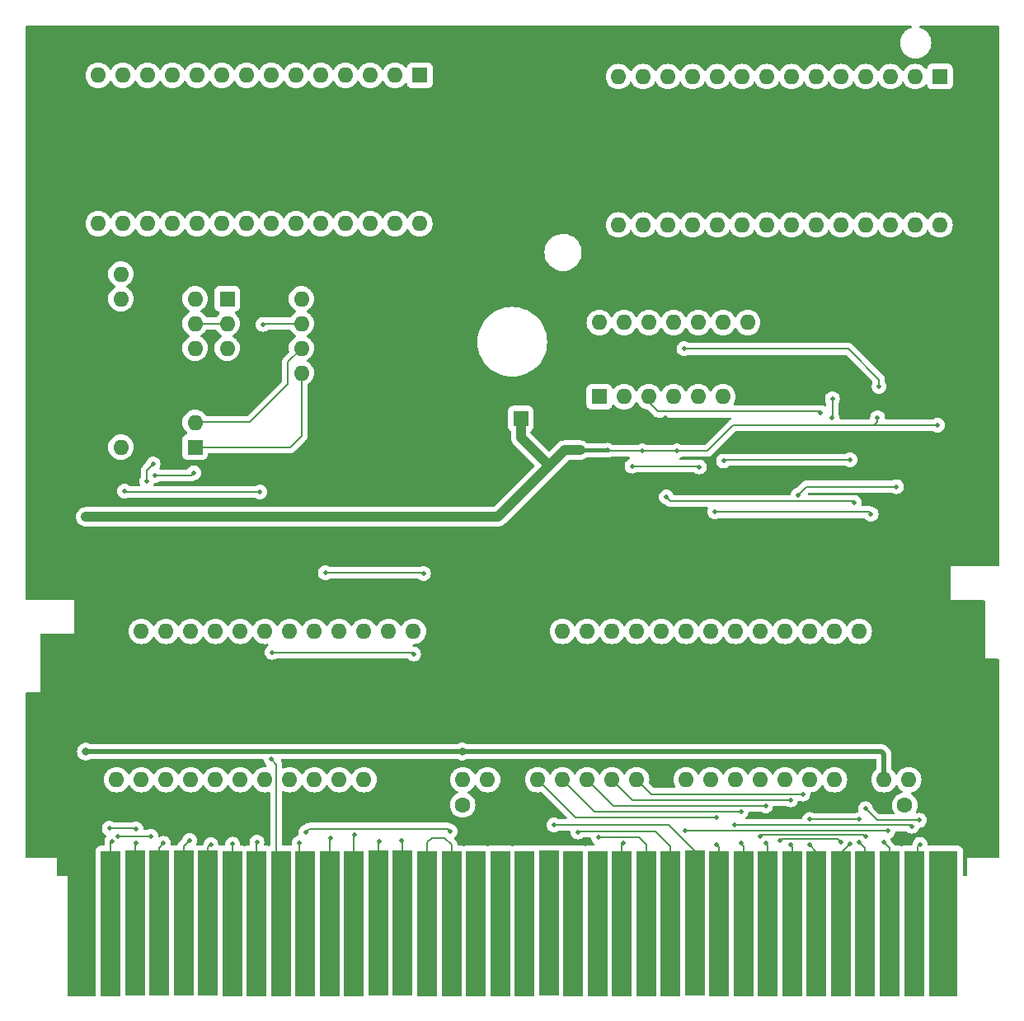
<source format=gbr>
%TF.GenerationSoftware,KiCad,Pcbnew,(7.0.0)*%
%TF.CreationDate,2023-06-26T20:36:10-07:00*%
%TF.ProjectId,AS-NES-Mapper474-SM1,41532d4e-4553-42d4-9d61-707065723437,rev?*%
%TF.SameCoordinates,Original*%
%TF.FileFunction,Copper,L2,Bot*%
%TF.FilePolarity,Positive*%
%FSLAX46Y46*%
G04 Gerber Fmt 4.6, Leading zero omitted, Abs format (unit mm)*
G04 Created by KiCad (PCBNEW (7.0.0)) date 2023-06-26 20:36:10*
%MOMM*%
%LPD*%
G01*
G04 APERTURE LIST*
%TA.AperFunction,ComponentPad*%
%ADD10C,1.600000*%
%TD*%
%TA.AperFunction,ComponentPad*%
%ADD11R,1.600000X1.600000*%
%TD*%
%TA.AperFunction,ComponentPad*%
%ADD12O,1.600000X1.600000*%
%TD*%
%TA.AperFunction,SMDPad,CuDef*%
%ADD13R,3.000000X15.000000*%
%TD*%
%TA.AperFunction,SMDPad,CuDef*%
%ADD14R,2.000000X15.000000*%
%TD*%
%TA.AperFunction,ViaPad*%
%ADD15C,0.500000*%
%TD*%
%TA.AperFunction,ViaPad*%
%ADD16C,0.800000*%
%TD*%
%TA.AperFunction,Conductor*%
%ADD17C,0.200000*%
%TD*%
%TA.AperFunction,Conductor*%
%ADD18C,0.500000*%
%TD*%
%TA.AperFunction,Conductor*%
%ADD19C,1.000000*%
%TD*%
%TA.AperFunction,Conductor*%
%ADD20C,0.400000*%
%TD*%
G04 APERTURE END LIST*
D10*
%TO.P,C2,1*%
%TO.N,VCC*%
X142850000Y-127770000D03*
%TO.P,C2,2*%
%TO.N,GND*%
X140350000Y-127770000D03*
%TD*%
D11*
%TO.P,U2,1,NC*%
%TO.N,GND*%
X100006699Y-109889999D03*
D12*
%TO.P,U2,2,A16*%
X97466699Y-109889999D03*
%TO.P,U2,3,A15*%
X94926699Y-109889999D03*
%TO.P,U2,4,A12*%
%TO.N,/PPU_A12*%
X92386699Y-109889999D03*
%TO.P,U2,5,A7*%
%TO.N,/PPU_A7*%
X89846699Y-109889999D03*
%TO.P,U2,6,A6*%
%TO.N,/PPU_A6*%
X87306699Y-109889999D03*
%TO.P,U2,7,A5*%
%TO.N,/PPU_A5*%
X84766699Y-109889999D03*
%TO.P,U2,8,A4*%
%TO.N,/PPU_A4*%
X82226699Y-109889999D03*
%TO.P,U2,9,A3*%
%TO.N,/PPU_A3*%
X79686699Y-109889999D03*
%TO.P,U2,10,A2*%
%TO.N,/PPU_A2*%
X77146699Y-109889999D03*
%TO.P,U2,11,A1*%
%TO.N,/PPU_A1*%
X74606699Y-109889999D03*
%TO.P,U2,12,A0*%
%TO.N,/PPU_A0*%
X72066699Y-109889999D03*
%TO.P,U2,13,D0*%
%TO.N,/PPU_D0*%
X69526699Y-109889999D03*
%TO.P,U2,14,D1*%
%TO.N,/PPU_D1*%
X66986699Y-109889999D03*
%TO.P,U2,15,D2*%
%TO.N,/PPU_D2*%
X64446699Y-109889999D03*
%TO.P,U2,16,GND*%
%TO.N,GND*%
X61906699Y-109889999D03*
%TO.P,U2,17,D3*%
%TO.N,/PPU_D3*%
X61906699Y-125129999D03*
%TO.P,U2,18,D4*%
%TO.N,/PPU_D4*%
X64446699Y-125129999D03*
%TO.P,U2,19,D5*%
%TO.N,/PPU_D5*%
X66986699Y-125129999D03*
%TO.P,U2,20,D6*%
%TO.N,/PPU_D6*%
X69526699Y-125129999D03*
%TO.P,U2,21,D7*%
%TO.N,/PPU_D7*%
X72066699Y-125129999D03*
%TO.P,U2,22,CE*%
%TO.N,/PPU_A13*%
X74606699Y-125129999D03*
%TO.P,U2,23,A10*%
%TO.N,/PPU_A10*%
X77146699Y-125129999D03*
%TO.P,U2,24,OE*%
%TO.N,/PPU_~{RD}*%
X79686699Y-125129999D03*
%TO.P,U2,25,A11*%
%TO.N,/PPU_A11*%
X82226699Y-125129999D03*
%TO.P,U2,26,A9*%
%TO.N,/PPU_A9*%
X84766699Y-125129999D03*
%TO.P,U2,27,A8*%
%TO.N,/PPU_A8*%
X87306699Y-125129999D03*
%TO.P,U2,28,A13*%
%TO.N,GND*%
X89846699Y-125129999D03*
%TO.P,U2,29,A14*%
X92386699Y-125129999D03*
%TO.P,U2,30,NC*%
X94926699Y-125129999D03*
%TO.P,U2,31,PGM*%
%TO.N,VCC*%
X97466699Y-125129999D03*
%TO.P,U2,32,VCC*%
X100006699Y-125129999D03*
%TD*%
D13*
%TO.P,J1,37,SYSTEM_CLK*%
%TO.N,unconnected-(J1-SYSTEM_CLK-Pad37)*%
X146786599Y-139928599D03*
D14*
%TO.P,J1,38,M2*%
%TO.N,/M2*%
X143786599Y-139903599D03*
%TO.P,J1,39,CPU_A12*%
%TO.N,/CPU_A12*%
X141286599Y-139903599D03*
%TO.P,J1,40,CPU_A13*%
%TO.N,/CPU_A13*%
X138786599Y-139903599D03*
%TO.P,J1,41,CPU_A14*%
%TO.N,/CPU_A14*%
X136286599Y-139903599D03*
%TO.P,J1,42,CPU_D7*%
%TO.N,/CPU_D7*%
X133786599Y-139903599D03*
%TO.P,J1,43,CPU_D6*%
%TO.N,/CPU_D6*%
X131286599Y-139903599D03*
%TO.P,J1,44,CPU_D5*%
%TO.N,/CPU_D5*%
X128786599Y-139903599D03*
%TO.P,J1,45,CPU_D4*%
%TO.N,/CPU_D4*%
X126286599Y-139903599D03*
%TO.P,J1,46,CPU_D3*%
%TO.N,/CPU_D3*%
X123786599Y-139928599D03*
%TO.P,J1,47,CPU_D2*%
%TO.N,/CPU_D2*%
X121286599Y-139878599D03*
%TO.P,J1,48,CPU_D1*%
%TO.N,/CPU_D1*%
X118786599Y-139928599D03*
%TO.P,J1,49,CPU_D0*%
%TO.N,/CPU_D0*%
X116286599Y-139903599D03*
%TO.P,J1,50,~{ROMSEL}*%
%TO.N,/~{ROMSEL}*%
X113786599Y-139928599D03*
%TO.P,J1,51,EXP_9*%
%TO.N,unconnected-(J1-EXP_9-Pad51)*%
X111286599Y-139928599D03*
%TO.P,J1,52,EXP_8*%
%TO.N,unconnected-(J1-EXP_8-Pad52)*%
X108786599Y-139903599D03*
%TO.P,J1,53,EXP_7*%
%TO.N,unconnected-(J1-EXP_7-Pad53)*%
X106286599Y-139878599D03*
%TO.P,J1,54,EXP_6*%
%TO.N,unconnected-(J1-EXP_6-Pad54)*%
X103786599Y-139903599D03*
%TO.P,J1,55,EXP_5*%
%TO.N,unconnected-(J1-EXP_5-Pad55)*%
X101286599Y-139903599D03*
%TO.P,J1,56,PPU_~{WR}*%
%TO.N,unconnected-(J1-PPU_~{WR}-Pad56)*%
X98786599Y-139903599D03*
%TO.P,J1,57,CIRAM_~{CE}*%
%TO.N,Net-(J1-CIRAM_~{CE})*%
X96286599Y-139903599D03*
%TO.P,J1,58,PPU_~{A13}*%
X93786599Y-139903599D03*
%TO.P,J1,59,PPU_A7*%
%TO.N,/PPU_A7*%
X91286599Y-139878599D03*
%TO.P,J1,60,PPU_A8*%
%TO.N,/PPU_A8*%
X88786599Y-139878599D03*
%TO.P,J1,61,PPU_A9*%
%TO.N,/PPU_A9*%
X86286599Y-139903599D03*
%TO.P,J1,62,PPU_A11*%
%TO.N,/PPU_A11*%
X83786599Y-139903599D03*
%TO.P,J1,63,PPU_A10*%
%TO.N,/PPU_A10*%
X81286599Y-139903599D03*
%TO.P,J1,64,PPU_A12*%
%TO.N,/PPU_A12*%
X78786599Y-139928599D03*
%TO.P,J1,65,PPU_A13*%
%TO.N,/PPU_A13*%
X76286599Y-139928599D03*
%TO.P,J1,66,PPU_D7*%
%TO.N,/PPU_D7*%
X73786599Y-139903599D03*
%TO.P,J1,67,PPU_D6*%
%TO.N,/PPU_D6*%
X71286599Y-139878599D03*
%TO.P,J1,68,PPU_D5*%
%TO.N,/PPU_D5*%
X68786599Y-139878599D03*
%TO.P,J1,69,PPU_D4*%
%TO.N,/PPU_D4*%
X66286599Y-139878599D03*
%TO.P,J1,70,CIC_+RST*%
%TO.N,/CIC_RST*%
X63786599Y-139878599D03*
%TO.P,J1,71,CIC_CLK*%
%TO.N,/CIC_CLK*%
X61286599Y-139903599D03*
D13*
%TO.P,J1,72,GND*%
%TO.N,GND*%
X58286599Y-139903599D03*
%TD*%
D11*
%TO.P,U5,1,P0.0*%
%TO.N,/CIC_MB*%
X69969999Y-90959999D03*
D12*
%TO.P,U5,2,P0.1*%
%TO.N,/CIC_CART*%
X69969999Y-88419999D03*
%TO.P,U5,3,P0.2*%
%TO.N,GND*%
X69969999Y-85879999D03*
%TO.P,U5,4,P0.3*%
X69969999Y-83339999D03*
%TO.P,U5,5,XOUT*%
%TO.N,unconnected-(U5-XOUT-Pad5)*%
X69969999Y-80799999D03*
%TO.P,U5,6,XIN*%
%TO.N,/CIC_CLK*%
X69969999Y-78259999D03*
%TO.P,U5,7,RESET*%
%TO.N,/CIC_RESET*%
X69969999Y-75719999D03*
%TO.P,U5,8,GND*%
%TO.N,GND*%
X69969999Y-73179999D03*
%TO.P,U5,9,P1.0*%
%TO.N,unconnected-(U5-P1.0-Pad9)*%
X62349999Y-73179999D03*
%TO.P,U5,10,P1.1*%
%TO.N,unconnected-(U5-P1.1-Pad10)*%
X62349999Y-75719999D03*
%TO.P,U5,11,P1.2*%
%TO.N,GND*%
X62349999Y-78259999D03*
%TO.P,U5,12,P1.3*%
X62349999Y-80799999D03*
%TO.P,U5,13,P2.0*%
X62349999Y-83339999D03*
%TO.P,U5,14,P2.1*%
X62349999Y-85879999D03*
%TO.P,U5,15,P2.2*%
X62349999Y-88419999D03*
%TO.P,U5,16,VCC*%
%TO.N,VCC*%
X62349999Y-90959999D03*
%TD*%
D11*
%TO.P,C1,1*%
%TO.N,VCC*%
X103405112Y-88029999D03*
D10*
%TO.P,C1,2*%
%TO.N,GND*%
X100905113Y-88030000D03*
%TD*%
D11*
%TO.P,U1,1,A18*%
%TO.N,GND*%
X143249999Y-109889999D03*
D12*
%TO.P,U1,2,A16*%
X140709999Y-109889999D03*
%TO.P,U1,3,A15*%
%TO.N,/PRG_A15*%
X138169999Y-109889999D03*
%TO.P,U1,4,A12*%
%TO.N,/CPU_A12*%
X135629999Y-109889999D03*
%TO.P,U1,5,A7*%
%TO.N,/CPU_A7*%
X133089999Y-109889999D03*
%TO.P,U1,6,A6*%
%TO.N,/CPU_A6*%
X130549999Y-109889999D03*
%TO.P,U1,7,A5*%
%TO.N,/CPU_A5*%
X128009999Y-109889999D03*
%TO.P,U1,8,A4*%
%TO.N,/CPU_A4*%
X125469999Y-109889999D03*
%TO.P,U1,9,A3*%
%TO.N,/CPU_A3*%
X122929999Y-109889999D03*
%TO.P,U1,10,A2*%
%TO.N,/CPU_A2*%
X120389999Y-109889999D03*
%TO.P,U1,11,A1*%
%TO.N,/CPU_A1*%
X117849999Y-109889999D03*
%TO.P,U1,12,A0*%
%TO.N,/CPU_A0*%
X115309999Y-109889999D03*
%TO.P,U1,13,D0*%
%TO.N,/CPU_D0*%
X112769999Y-109889999D03*
%TO.P,U1,14,D1*%
%TO.N,/CPU_D1*%
X110229999Y-109889999D03*
%TO.P,U1,15,D2*%
%TO.N,/CPU_D2*%
X107689999Y-109889999D03*
%TO.P,U1,16,GND*%
%TO.N,GND*%
X105149999Y-109889999D03*
%TO.P,U1,17,D3*%
%TO.N,/CPU_D3*%
X105149999Y-125129999D03*
%TO.P,U1,18,D4*%
%TO.N,/CPU_D4*%
X107689999Y-125129999D03*
%TO.P,U1,19,D5*%
%TO.N,/CPU_D5*%
X110229999Y-125129999D03*
%TO.P,U1,20,D6*%
%TO.N,/CPU_D6*%
X112769999Y-125129999D03*
%TO.P,U1,21,D7*%
%TO.N,/CPU_D7*%
X115309999Y-125129999D03*
%TO.P,U1,22,CE*%
%TO.N,GND*%
X117849999Y-125129999D03*
%TO.P,U1,23,A10*%
%TO.N,/CPU_A10*%
X120389999Y-125129999D03*
%TO.P,U1,24,OE*%
%TO.N,/~{OE}*%
X122929999Y-125129999D03*
%TO.P,U1,25,A11*%
%TO.N,/CPU_A11*%
X125469999Y-125129999D03*
%TO.P,U1,26,A9*%
%TO.N,/CPU_A9*%
X128009999Y-125129999D03*
%TO.P,U1,27,A8*%
%TO.N,/CPU_A8*%
X130549999Y-125129999D03*
%TO.P,U1,28,A13*%
%TO.N,/CPU_A13*%
X133089999Y-125129999D03*
%TO.P,U1,29,A14*%
%TO.N,/CPU_A14*%
X135629999Y-125129999D03*
%TO.P,U1,30,A17*%
%TO.N,GND*%
X138169999Y-125129999D03*
%TO.P,U1,31,PGM*%
%TO.N,VCC*%
X140709999Y-125129999D03*
%TO.P,U1,32,VCC*%
X143249999Y-125129999D03*
%TD*%
D10*
%TO.P,C3,1*%
%TO.N,VCC*%
X97440000Y-127720000D03*
%TO.P,C3,2*%
%TO.N,GND*%
X94940000Y-127720000D03*
%TD*%
D11*
%TO.P,U10,1,A14*%
%TO.N,unconnected-(U10-A14-Pad1)*%
X146459999Y-52884999D03*
D12*
%TO.P,U10,2,A12*%
%TO.N,unconnected-(U10-A12-Pad2)*%
X143919999Y-52884999D03*
%TO.P,U10,3,A7*%
%TO.N,unconnected-(U10-A7-Pad3)*%
X141379999Y-52884999D03*
%TO.P,U10,4,A6*%
%TO.N,unconnected-(U10-A6-Pad4)*%
X138839999Y-52884999D03*
%TO.P,U10,5,A5*%
%TO.N,unconnected-(U10-A5-Pad5)*%
X136299999Y-52884999D03*
%TO.P,U10,6,A4*%
%TO.N,unconnected-(U10-A4-Pad6)*%
X133759999Y-52884999D03*
%TO.P,U10,7,A3*%
%TO.N,unconnected-(U10-A3-Pad7)*%
X131219999Y-52884999D03*
%TO.P,U10,8,A2*%
%TO.N,unconnected-(U10-A2-Pad8)*%
X128679999Y-52884999D03*
%TO.P,U10,9,A1*%
%TO.N,unconnected-(U10-A1-Pad9)*%
X126139999Y-52884999D03*
%TO.P,U10,10,A0*%
%TO.N,unconnected-(U10-A0-Pad10)*%
X123599999Y-52884999D03*
%TO.P,U10,11,D0*%
%TO.N,unconnected-(U10-D0-Pad11)*%
X121059999Y-52884999D03*
%TO.P,U10,12,D1*%
%TO.N,unconnected-(U10-D1-Pad12)*%
X118519999Y-52884999D03*
%TO.P,U10,13,D2*%
%TO.N,unconnected-(U10-D2-Pad13)*%
X115979999Y-52884999D03*
%TO.P,U10,14,GND*%
%TO.N,unconnected-(U10-GND-Pad14)*%
X113439999Y-52884999D03*
%TO.P,U10,15,D3*%
%TO.N,unconnected-(U10-D3-Pad15)*%
X113439999Y-68124999D03*
%TO.P,U10,16,D4*%
%TO.N,unconnected-(U10-D4-Pad16)*%
X115979999Y-68124999D03*
%TO.P,U10,17,D5*%
%TO.N,unconnected-(U10-D5-Pad17)*%
X118519999Y-68124999D03*
%TO.P,U10,18,D6*%
%TO.N,unconnected-(U10-D6-Pad18)*%
X121059999Y-68124999D03*
%TO.P,U10,19,D7*%
%TO.N,unconnected-(U10-D7-Pad19)*%
X123599999Y-68124999D03*
%TO.P,U10,20,~{CS}*%
%TO.N,unconnected-(U10-~{CS}-Pad20)*%
X126139999Y-68124999D03*
%TO.P,U10,21,A10*%
%TO.N,unconnected-(U10-A10-Pad21)*%
X128679999Y-68124999D03*
%TO.P,U10,22,~{OE}*%
%TO.N,unconnected-(U10-~{OE}-Pad22)*%
X131219999Y-68124999D03*
%TO.P,U10,23,A11*%
%TO.N,unconnected-(U10-A11-Pad23)*%
X133759999Y-68124999D03*
%TO.P,U10,24,A9*%
%TO.N,unconnected-(U10-A9-Pad24)*%
X136299999Y-68124999D03*
%TO.P,U10,25,A8*%
%TO.N,unconnected-(U10-A8-Pad25)*%
X138839999Y-68124999D03*
%TO.P,U10,26,A13*%
%TO.N,unconnected-(U10-A13-Pad26)*%
X141379999Y-68124999D03*
%TO.P,U10,27,~{WE}*%
%TO.N,unconnected-(U10-~{WE}-Pad27)*%
X143919999Y-68124999D03*
%TO.P,U10,28,VCC*%
%TO.N,unconnected-(U10-VCC-Pad28)*%
X146459999Y-68124999D03*
%TD*%
D11*
%TO.P,U6,1,~{RESET}/PB5*%
%TO.N,unconnected-(U6-~{RESET}{slash}PB5-Pad1)*%
X73259999Y-75719999D03*
D12*
%TO.P,U6,2,PB3*%
%TO.N,/CIC_CLK*%
X73259999Y-78259999D03*
%TO.P,U6,3,PB4*%
%TO.N,unconnected-(U6-PB4-Pad3)*%
X73259999Y-80799999D03*
%TO.P,U6,4,GND*%
%TO.N,GND*%
X73259999Y-83339999D03*
%TO.P,U6,5,PB0*%
%TO.N,/CIC_MB*%
X80879999Y-83339999D03*
%TO.P,U6,6,PB1*%
%TO.N,/CIC_CART*%
X80879999Y-80799999D03*
%TO.P,U6,7,PB2*%
%TO.N,/CIC_RST*%
X80879999Y-78259999D03*
%TO.P,U6,8,VCC*%
%TO.N,VCC*%
X80879999Y-75719999D03*
%TD*%
D11*
%TO.P,U9,1,A14*%
%TO.N,unconnected-(U9-A14-Pad1)*%
X93039999Y-52754999D03*
D12*
%TO.P,U9,2,A12*%
%TO.N,unconnected-(U9-A12-Pad2)*%
X90499999Y-52754999D03*
%TO.P,U9,3,A7*%
%TO.N,unconnected-(U9-A7-Pad3)*%
X87959999Y-52754999D03*
%TO.P,U9,4,A6*%
%TO.N,unconnected-(U9-A6-Pad4)*%
X85419999Y-52754999D03*
%TO.P,U9,5,A5*%
%TO.N,unconnected-(U9-A5-Pad5)*%
X82879999Y-52754999D03*
%TO.P,U9,6,A4*%
%TO.N,unconnected-(U9-A4-Pad6)*%
X80339999Y-52754999D03*
%TO.P,U9,7,A3*%
%TO.N,unconnected-(U9-A3-Pad7)*%
X77799999Y-52754999D03*
%TO.P,U9,8,A2*%
%TO.N,unconnected-(U9-A2-Pad8)*%
X75259999Y-52754999D03*
%TO.P,U9,9,A1*%
%TO.N,unconnected-(U9-A1-Pad9)*%
X72719999Y-52754999D03*
%TO.P,U9,10,A0*%
%TO.N,unconnected-(U9-A0-Pad10)*%
X70179999Y-52754999D03*
%TO.P,U9,11,D0*%
%TO.N,unconnected-(U9-D0-Pad11)*%
X67639999Y-52754999D03*
%TO.P,U9,12,D1*%
%TO.N,unconnected-(U9-D1-Pad12)*%
X65099999Y-52754999D03*
%TO.P,U9,13,D2*%
%TO.N,unconnected-(U9-D2-Pad13)*%
X62559999Y-52754999D03*
%TO.P,U9,14,GND*%
%TO.N,unconnected-(U9-GND-Pad14)*%
X60019999Y-52754999D03*
%TO.P,U9,15,D3*%
%TO.N,unconnected-(U9-D3-Pad15)*%
X60019999Y-67994999D03*
%TO.P,U9,16,D4*%
%TO.N,unconnected-(U9-D4-Pad16)*%
X62559999Y-67994999D03*
%TO.P,U9,17,D5*%
%TO.N,unconnected-(U9-D5-Pad17)*%
X65099999Y-67994999D03*
%TO.P,U9,18,D6*%
%TO.N,unconnected-(U9-D6-Pad18)*%
X67639999Y-67994999D03*
%TO.P,U9,19,D7*%
%TO.N,unconnected-(U9-D7-Pad19)*%
X70179999Y-67994999D03*
%TO.P,U9,20,~{CS}*%
%TO.N,unconnected-(U9-~{CS}-Pad20)*%
X72719999Y-67994999D03*
%TO.P,U9,21,A10*%
%TO.N,unconnected-(U9-A10-Pad21)*%
X75259999Y-67994999D03*
%TO.P,U9,22,~{OE}*%
%TO.N,unconnected-(U9-~{OE}-Pad22)*%
X77799999Y-67994999D03*
%TO.P,U9,23,A11*%
%TO.N,unconnected-(U9-A11-Pad23)*%
X80339999Y-67994999D03*
%TO.P,U9,24,A9*%
%TO.N,unconnected-(U9-A9-Pad24)*%
X82879999Y-67994999D03*
%TO.P,U9,25,A8*%
%TO.N,unconnected-(U9-A8-Pad25)*%
X85419999Y-67994999D03*
%TO.P,U9,26,A13*%
%TO.N,unconnected-(U9-A13-Pad26)*%
X87959999Y-67994999D03*
%TO.P,U9,27,~{WE}*%
%TO.N,unconnected-(U9-~{WE}-Pad27)*%
X90499999Y-67994999D03*
%TO.P,U9,28,VCC*%
%TO.N,unconnected-(U9-VCC-Pad28)*%
X93039999Y-67994999D03*
%TD*%
D11*
%TO.P,U11,1*%
%TO.N,/ALTOE*%
X111474999Y-85779999D03*
D12*
%TO.P,U11,2*%
%TO.N,/~{ROMSEL}*%
X114014999Y-85779999D03*
%TO.P,U11,3*%
%TO.N,/CPU_A14*%
X116554999Y-85779999D03*
%TO.P,U11,4*%
%TO.N,/CPU_OR_A11_TO_A13*%
X119094999Y-85779999D03*
%TO.P,U11,5*%
%TO.N,/M2*%
X121634999Y-85779999D03*
%TO.P,U11,6*%
%TO.N,N/C*%
X124174999Y-85779999D03*
%TO.P,U11,7,Vss*%
%TO.N,GND*%
X126714999Y-85779999D03*
%TO.P,U11,8*%
%TO.N,N/C*%
X126714999Y-78159999D03*
%TO.P,U11,9*%
X124174999Y-78159999D03*
%TO.P,U11,10*%
X121634999Y-78159999D03*
%TO.P,U11,11*%
X119094999Y-78159999D03*
%TO.P,U11,12*%
X116554999Y-78159999D03*
%TO.P,U11,13*%
X114014999Y-78159999D03*
%TO.P,U11,14,Vdd*%
%TO.N,VCC*%
X111474999Y-78159999D03*
%TD*%
D15*
%TO.N,GND*%
X137134600Y-84531200D03*
%TO.N,/CIC_CLK*%
X65020000Y-94459500D03*
X65650000Y-92700000D03*
X61410000Y-131440000D03*
%TO.N,GND*%
X121400000Y-89340000D03*
X144250000Y-93800000D03*
X118260000Y-87930000D03*
X128090000Y-89940000D03*
X125400000Y-90440000D03*
X88570000Y-89010000D03*
X138380000Y-94030000D03*
X111330000Y-87990000D03*
X123510000Y-88620000D03*
X140350000Y-96670000D03*
X109930000Y-93950000D03*
X114830000Y-87880000D03*
%TO.N,/CIC_MB*%
X69840000Y-93590000D03*
X65870000Y-93860000D03*
%TO.N,/CIC_RST*%
X62730000Y-95480000D03*
X63896200Y-131630000D03*
X63896200Y-130210000D03*
X76940000Y-78350000D03*
X76630000Y-95570000D03*
X61152109Y-130127891D03*
D16*
%TO.N,VCC*%
X77810000Y-98140000D03*
X58750000Y-98140000D03*
D15*
X115910000Y-91360000D03*
X119470000Y-91360000D03*
X146215000Y-88700000D03*
D16*
X58750000Y-122250000D03*
D15*
X112310000Y-91280000D03*
D16*
X97390000Y-122250000D03*
D15*
X140055600Y-87934800D03*
X109500000Y-91280000D03*
%TO.N,/PRG_A15*%
X118360000Y-96100000D03*
X137670000Y-96640000D03*
%TO.N,/CPU_A12*%
X135407400Y-86004400D03*
X135390000Y-87970000D03*
X140687100Y-131550000D03*
%TO.N,/CPU_D0*%
X111380000Y-131060000D03*
%TO.N,/CPU_D1*%
X109290000Y-130510000D03*
%TO.N,/CPU_D2*%
X106810000Y-129780000D03*
%TO.N,/CPU_D3*%
X123480500Y-131770000D03*
X123480500Y-129008000D03*
%TO.N,/CPU_D4*%
X126020500Y-128408500D03*
X126020500Y-131670000D03*
%TO.N,/CPU_D5*%
X128560500Y-131650000D03*
X128550000Y-127809000D03*
%TO.N,/CPU_D6*%
X131100000Y-131849500D03*
X131100000Y-127209500D03*
%TO.N,/CPU_D7*%
X133080000Y-131849500D03*
X132360000Y-126610000D03*
%TO.N,/CPU_A10*%
X120280000Y-130340000D03*
X141120000Y-130410000D03*
%TO.N,/~{OE}*%
X121760000Y-93000000D03*
X114830000Y-92910000D03*
%TO.N,/CPU_A11*%
X137210000Y-92250000D03*
X124230000Y-92390000D03*
X143600000Y-129920000D03*
X125390000Y-129750500D03*
%TO.N,/CPU_A9*%
X138790000Y-131000000D03*
X127960000Y-130950000D03*
%TO.N,/CPU_A8*%
X136280000Y-131560000D03*
X130010000Y-131399500D03*
%TO.N,/CPU_A13*%
X131880000Y-95880000D03*
X133090000Y-129210500D03*
X138170000Y-129210500D03*
X142000000Y-95020000D03*
X138170000Y-131560000D03*
%TO.N,/CPU_A14*%
X137180000Y-131740000D03*
X134180500Y-87410000D03*
%TO.N,/PPU_A12*%
X77880000Y-112040000D03*
X92400000Y-112210000D03*
X77770000Y-123030000D03*
%TO.N,/PPU_A7*%
X91160000Y-131350000D03*
%TO.N,/PPU_D3*%
X65420000Y-130950000D03*
X62080000Y-130920000D03*
%TO.N,/PPU_D4*%
X66730000Y-131680000D03*
%TO.N,/PPU_D5*%
X69386100Y-131370000D03*
%TO.N,/PPU_D6*%
X71580000Y-131800000D03*
%TO.N,/PPU_D7*%
X73830000Y-131760000D03*
%TO.N,/PPU_A13*%
X76310000Y-131560000D03*
%TO.N,/PPU_A10*%
X80680000Y-131620000D03*
%TO.N,/PPU_~{RD}*%
X96180000Y-130440000D03*
X81320000Y-130550000D03*
%TO.N,/PPU_A11*%
X83860000Y-131130000D03*
%TO.N,/PPU_A9*%
X86310000Y-130770000D03*
%TO.N,/PPU_A8*%
X88890000Y-131460000D03*
%TO.N,/~{ROMSEL}*%
X113910000Y-131680000D03*
%TO.N,/CPU_OR_A11_TO_A13*%
X140208000Y-84709000D03*
X120170000Y-80860000D03*
%TO.N,/M2*%
X144350000Y-129300000D03*
X138800000Y-128120000D03*
X123320000Y-97630000D03*
X144410000Y-131770000D03*
X139380000Y-97860000D03*
%TO.N,/CIRAM_A10*%
X83340000Y-103870000D03*
X93410000Y-103960000D03*
%TD*%
D17*
%TO.N,/CPU_OR_A11_TO_A13*%
X120190000Y-80880000D02*
X120170000Y-80860000D01*
X137064800Y-80880000D02*
X120190000Y-80880000D01*
X140208000Y-84023200D02*
X137064800Y-80880000D01*
X140208000Y-84709000D02*
X140208000Y-84023200D01*
%TO.N,VCC*%
X140055600Y-88354400D02*
X139700000Y-88710000D01*
X140055600Y-87934800D02*
X140055600Y-88354400D01*
%TO.N,/CPU_A12*%
X135407400Y-86004400D02*
X135407400Y-87952600D01*
X135407400Y-87952600D02*
X135390000Y-87970000D01*
%TO.N,/CIC_CLK*%
X65020000Y-94459500D02*
X65020000Y-93330000D01*
X69970000Y-78260000D02*
X73260000Y-78260000D01*
X65020000Y-93330000D02*
X65650000Y-92700000D01*
X61286600Y-139903600D02*
X61286600Y-131563400D01*
X61286600Y-131563400D02*
X61410000Y-131440000D01*
%TO.N,GND*%
X73740000Y-83420000D02*
X69970000Y-83420000D01*
%TO.N,/CIC_MB*%
X69570000Y-93860000D02*
X69840000Y-93590000D01*
X80880000Y-89820000D02*
X79740000Y-90960000D01*
X80880000Y-83340000D02*
X80880000Y-89820000D01*
X79740000Y-90960000D02*
X69970000Y-90960000D01*
X65870000Y-93860000D02*
X69570000Y-93860000D01*
%TO.N,/CIC_CART*%
X80880000Y-80800000D02*
X79510000Y-82170000D01*
X70030000Y-88360000D02*
X75620000Y-88360000D01*
X79510000Y-82170000D02*
X79510000Y-84470000D01*
X79510000Y-84470000D02*
X75620000Y-88360000D01*
%TO.N,/CIC_RST*%
X61152109Y-130127891D02*
X63814091Y-130127891D01*
X77030000Y-78260000D02*
X80880000Y-78260000D01*
X76940000Y-78350000D02*
X77030000Y-78260000D01*
X62820000Y-95570000D02*
X62730000Y-95480000D01*
X76630000Y-95570000D02*
X62820000Y-95570000D01*
X63786600Y-139878600D02*
X63786600Y-131739600D01*
X63814091Y-130127891D02*
X63896200Y-130210000D01*
X63786600Y-131739600D02*
X63896200Y-131630000D01*
D18*
%TO.N,VCC*%
X140710000Y-122480000D02*
X140710000Y-125130000D01*
D17*
X115910000Y-91360000D02*
X119470000Y-91360000D01*
D18*
X140480000Y-122250000D02*
X140710000Y-122480000D01*
D19*
X103405113Y-88030000D02*
X103405113Y-89975113D01*
D17*
X139700000Y-88710000D02*
X146205000Y-88710000D01*
X112390000Y-91360000D02*
X112310000Y-91280000D01*
X115910000Y-91360000D02*
X112390000Y-91360000D01*
D19*
X107900000Y-91280000D02*
X106305000Y-92875000D01*
D17*
X125200000Y-88710000D02*
X139700000Y-88710000D01*
D19*
X77810000Y-98140000D02*
X58750000Y-98140000D01*
X103405113Y-89975113D02*
X106305000Y-92875000D01*
D17*
X146205000Y-88710000D02*
X146215000Y-88700000D01*
D20*
X109500000Y-91280000D02*
X112310000Y-91280000D01*
D17*
X122550000Y-91360000D02*
X125200000Y-88710000D01*
D19*
X101040000Y-98140000D02*
X77810000Y-98140000D01*
D18*
X97390000Y-122250000D02*
X58750000Y-122250000D01*
D19*
X109500000Y-91280000D02*
X107900000Y-91280000D01*
X106305000Y-92875000D02*
X101040000Y-98140000D01*
D18*
X97390000Y-122250000D02*
X140480000Y-122250000D01*
D17*
X119470000Y-91360000D02*
X122550000Y-91360000D01*
%TO.N,/PRG_A15*%
X118760000Y-96500000D02*
X137530000Y-96500000D01*
X137530000Y-96500000D02*
X137670000Y-96640000D01*
X118360000Y-96100000D02*
X118760000Y-96500000D01*
%TO.N,/CPU_A12*%
X141286600Y-132149500D02*
X140687100Y-131550000D01*
X141286600Y-139903600D02*
X141286600Y-132149500D01*
%TO.N,/CPU_D0*%
X115560000Y-131060000D02*
X116286600Y-131786600D01*
X111380000Y-131060000D02*
X115560000Y-131060000D01*
X116286600Y-131786600D02*
X116286600Y-139903600D01*
%TO.N,/CPU_D1*%
X109340000Y-130460000D02*
X117260000Y-130460000D01*
X118350000Y-131550000D02*
X118350000Y-131580000D01*
X117260000Y-130460000D02*
X118350000Y-131550000D01*
X118350000Y-131580000D02*
X118786600Y-132016600D01*
X109290000Y-130510000D02*
X109340000Y-130460000D01*
X118786600Y-132016600D02*
X118786600Y-139928600D01*
%TO.N,/CPU_D2*%
X118590000Y-129780000D02*
X121286600Y-132476600D01*
X106810000Y-129780000D02*
X118590000Y-129780000D01*
%TO.N,/CPU_D3*%
X109028000Y-129008000D02*
X105150000Y-125130000D01*
X123786600Y-132076100D02*
X123480500Y-131770000D01*
X123786600Y-139928600D02*
X123786600Y-132076100D01*
X123480500Y-129008000D02*
X109028000Y-129008000D01*
%TO.N,/CPU_D4*%
X126286600Y-131936100D02*
X126020500Y-131670000D01*
X110968500Y-128408500D02*
X107690000Y-125130000D01*
X126286600Y-139903600D02*
X126286600Y-131936100D01*
X126020500Y-128408500D02*
X110968500Y-128408500D01*
%TO.N,/CPU_D5*%
X128786600Y-131876100D02*
X128560500Y-131650000D01*
X112909000Y-127809000D02*
X110230000Y-125130000D01*
X128550000Y-127809000D02*
X112909000Y-127809000D01*
X128786600Y-139903600D02*
X128786600Y-131876100D01*
%TO.N,/CPU_D6*%
X114849500Y-127209500D02*
X112770000Y-125130000D01*
X131286600Y-139903600D02*
X131286600Y-132036100D01*
X131100000Y-127209500D02*
X114849500Y-127209500D01*
X131286600Y-132036100D02*
X131100000Y-131849500D01*
%TO.N,/CPU_D7*%
X115310000Y-125130000D02*
X116790000Y-126610000D01*
X133786600Y-132556100D02*
X133080000Y-131849500D01*
X116790000Y-126610000D02*
X132360000Y-126610000D01*
%TO.N,/CPU_A10*%
X141060000Y-130350000D02*
X120290000Y-130350000D01*
X120290000Y-130350000D02*
X120280000Y-130340000D01*
X141120000Y-130410000D02*
X141060000Y-130350000D01*
%TO.N,/~{OE}*%
X121670000Y-92910000D02*
X121760000Y-93000000D01*
X114830000Y-92910000D02*
X121670000Y-92910000D01*
%TO.N,/CPU_A11*%
X137210000Y-92250000D02*
X124370000Y-92250000D01*
X124370000Y-92250000D02*
X124230000Y-92390000D01*
X125449500Y-129810000D02*
X125390000Y-129750500D01*
X143600000Y-129920000D02*
X143490000Y-129810000D01*
X143490000Y-129810000D02*
X125449500Y-129810000D01*
%TO.N,/CPU_A9*%
X138590000Y-130800000D02*
X138790000Y-131000000D01*
X127960000Y-130950000D02*
X127960000Y-130910000D01*
X127960000Y-130910000D02*
X128070000Y-130800000D01*
X128070000Y-130800000D02*
X138590000Y-130800000D01*
%TO.N,/CPU_A8*%
X135970000Y-131250000D02*
X136280000Y-131560000D01*
X130159500Y-131250000D02*
X135970000Y-131250000D01*
X130159500Y-131250000D02*
X130010000Y-131399500D01*
%TO.N,/CPU_A13*%
X133090000Y-129210500D02*
X138170000Y-129210500D01*
X132740000Y-95020000D02*
X131880000Y-95880000D01*
X142000000Y-95020000D02*
X132740000Y-95020000D01*
X138170000Y-131560000D02*
X138786600Y-132176600D01*
X138786600Y-132176600D02*
X138786600Y-139903600D01*
%TO.N,/CPU_A14*%
X134080500Y-87310000D02*
X117500000Y-87310000D01*
X136286600Y-132633400D02*
X137180000Y-131740000D01*
X117500000Y-87310000D02*
X116555000Y-86365000D01*
X134180500Y-87410000D02*
X134080500Y-87310000D01*
%TO.N,/PPU_A12*%
X78296700Y-123556700D02*
X77770000Y-123030000D01*
X77880000Y-112040000D02*
X92230000Y-112040000D01*
X92230000Y-112040000D02*
X92400000Y-112210000D01*
X78296700Y-139438700D02*
X78296700Y-123556700D01*
%TO.N,/PPU_A7*%
X91160000Y-131350000D02*
X91286600Y-131476600D01*
X91286600Y-131476600D02*
X91286600Y-139878600D01*
%TO.N,/PPU_D3*%
X65390000Y-130920000D02*
X65420000Y-130950000D01*
X62080000Y-130920000D02*
X65390000Y-130920000D01*
%TO.N,/PPU_D4*%
X66730000Y-131680000D02*
X66286600Y-132123400D01*
X66286600Y-132123400D02*
X66286600Y-139878600D01*
%TO.N,/PPU_D5*%
X69386100Y-131370000D02*
X68786600Y-131969500D01*
X68786600Y-131969500D02*
X68786600Y-139878600D01*
%TO.N,/PPU_D6*%
X71286600Y-132093400D02*
X71286600Y-139878600D01*
X71580000Y-131800000D02*
X71286600Y-132093400D01*
%TO.N,/PPU_D7*%
X73786600Y-131803400D02*
X73786600Y-139903600D01*
X73830000Y-131760000D02*
X73786600Y-131803400D01*
%TO.N,/PPU_A13*%
X76286600Y-131583400D02*
X76286600Y-139928600D01*
X76310000Y-131560000D02*
X76286600Y-131583400D01*
%TO.N,/PPU_A10*%
X80680000Y-131620000D02*
X80680000Y-139297000D01*
%TO.N,/PPU_~{RD}*%
X81320000Y-130550000D02*
X81700000Y-130170000D01*
X95910000Y-130170000D02*
X96180000Y-130440000D01*
X81700000Y-130170000D02*
X95910000Y-130170000D01*
%TO.N,/PPU_A11*%
X83860000Y-131130000D02*
X83786600Y-131203400D01*
X83786600Y-131203400D02*
X83786600Y-139903600D01*
%TO.N,/PPU_A9*%
X86286600Y-130793400D02*
X86286600Y-139903600D01*
X86310000Y-130770000D02*
X86286600Y-130793400D01*
%TO.N,/PPU_A8*%
X88890000Y-131460000D02*
X88786600Y-131563400D01*
X88786600Y-131563400D02*
X88786600Y-139878600D01*
%TO.N,/~{ROMSEL}*%
X113786600Y-131803400D02*
X113786600Y-139928600D01*
X113910000Y-131680000D02*
X113786600Y-131803400D01*
%TO.N,/M2*%
X123320000Y-97630000D02*
X139150000Y-97630000D01*
X144200000Y-131980000D02*
X144410000Y-131770000D01*
X138800000Y-128120000D02*
X139980000Y-129300000D01*
X144200000Y-139490200D02*
X144200000Y-131980000D01*
X139980000Y-129300000D02*
X144350000Y-129300000D01*
X139150000Y-97630000D02*
X139380000Y-97860000D01*
%TO.N,/CIRAM_A10*%
X93320000Y-103870000D02*
X93410000Y-103960000D01*
X83340000Y-103870000D02*
X93320000Y-103870000D01*
%TO.N,Net-(J1-CIRAM_~{CE})*%
X96286600Y-131806600D02*
X96286600Y-139903600D01*
X93786600Y-131593400D02*
X94270000Y-131110000D01*
X95590000Y-131110000D02*
X96286600Y-131806600D01*
X94270000Y-131110000D02*
X95590000Y-131110000D01*
X93786600Y-139903600D02*
X93786600Y-131593400D01*
%TD*%
%TA.AperFunction,Conductor*%
%TO.N,GND*%
G36*
X143436840Y-47645380D02*
G01*
X143494567Y-47659638D01*
X143539021Y-47699134D01*
X143559975Y-47754785D01*
X143552611Y-47813792D01*
X143518622Y-47862585D01*
X143472059Y-47886712D01*
X143472464Y-47887958D01*
X143467828Y-47889464D01*
X143463093Y-47890601D01*
X143458596Y-47892463D01*
X143458592Y-47892465D01*
X143234617Y-47985238D01*
X143234612Y-47985240D01*
X143230113Y-47987104D01*
X143225960Y-47989648D01*
X143225954Y-47989652D01*
X143019251Y-48116319D01*
X143019238Y-48116328D01*
X143015097Y-48118866D01*
X143011402Y-48122021D01*
X143011392Y-48122029D01*
X142827041Y-48279480D01*
X142827034Y-48279486D01*
X142823341Y-48282641D01*
X142820186Y-48286334D01*
X142820180Y-48286341D01*
X142662729Y-48470692D01*
X142662721Y-48470702D01*
X142659566Y-48474397D01*
X142657028Y-48478538D01*
X142657019Y-48478551D01*
X142530352Y-48685254D01*
X142530348Y-48685260D01*
X142527804Y-48689413D01*
X142431301Y-48922393D01*
X142430166Y-48927117D01*
X142430163Y-48927129D01*
X142373568Y-49162867D01*
X142373566Y-49162873D01*
X142372432Y-49167601D01*
X142352646Y-49419000D01*
X142372432Y-49670399D01*
X142373567Y-49675128D01*
X142373568Y-49675132D01*
X142430163Y-49910870D01*
X142430165Y-49910878D01*
X142431301Y-49915607D01*
X142527804Y-50148587D01*
X142530351Y-50152744D01*
X142530352Y-50152745D01*
X142657019Y-50359448D01*
X142657024Y-50359455D01*
X142659566Y-50363603D01*
X142662726Y-50367302D01*
X142662729Y-50367307D01*
X142819745Y-50551149D01*
X142823341Y-50555359D01*
X143015097Y-50719134D01*
X143019247Y-50721677D01*
X143019251Y-50721680D01*
X143131017Y-50790170D01*
X143230113Y-50850896D01*
X143463093Y-50947399D01*
X143708301Y-51006268D01*
X143959700Y-51026054D01*
X144211099Y-51006268D01*
X144456307Y-50947399D01*
X144689287Y-50850896D01*
X144904303Y-50719134D01*
X145096059Y-50555359D01*
X145259834Y-50363603D01*
X145391596Y-50148587D01*
X145488099Y-49915607D01*
X145546968Y-49670399D01*
X145566754Y-49419000D01*
X145546968Y-49167601D01*
X145488099Y-48922393D01*
X145391596Y-48689413D01*
X145259834Y-48474397D01*
X145096059Y-48282641D01*
X145092358Y-48279480D01*
X144908007Y-48122029D01*
X144908002Y-48122026D01*
X144904303Y-48118866D01*
X144900155Y-48116324D01*
X144900148Y-48116319D01*
X144693445Y-47989652D01*
X144693444Y-47989651D01*
X144689287Y-47987104D01*
X144456307Y-47890601D01*
X144451570Y-47889463D01*
X144446936Y-47887958D01*
X144447341Y-47886710D01*
X144400788Y-47862589D01*
X144366798Y-47813796D01*
X144359433Y-47754788D01*
X144380387Y-47699137D01*
X144424841Y-47659640D01*
X144482567Y-47645382D01*
X152412299Y-47645398D01*
X152474298Y-47662011D01*
X152519685Y-47707399D01*
X152536297Y-47769400D01*
X152535928Y-73413319D01*
X152535559Y-99149097D01*
X152535502Y-103080602D01*
X152518889Y-103142601D01*
X152473501Y-103187987D01*
X152411502Y-103204600D01*
X147582199Y-103204600D01*
X147582100Y-103204559D01*
X147582001Y-103204600D01*
X147581717Y-103204717D01*
X147581559Y-103205100D01*
X147581600Y-103205199D01*
X147581605Y-103217098D01*
X147581605Y-103217099D01*
X147583079Y-106657927D01*
X147583099Y-106703300D01*
X147583059Y-106703400D01*
X147583100Y-106703499D01*
X147583217Y-106703783D01*
X147583600Y-106703941D01*
X147583699Y-106703899D01*
X150958287Y-106703031D01*
X151020293Y-106719630D01*
X151065692Y-106765012D01*
X151082316Y-106827014D01*
X151083097Y-112687347D01*
X151083099Y-112702301D01*
X151083059Y-112702401D01*
X151083100Y-112702499D01*
X151083217Y-112702783D01*
X151083218Y-112702784D01*
X151083361Y-112702842D01*
X151083600Y-112702941D01*
X151083700Y-112702899D01*
X152413874Y-112700431D01*
X152475969Y-112716967D01*
X152521451Y-112762363D01*
X152538103Y-112824427D01*
X152538299Y-119649301D01*
X152538299Y-119649331D01*
X152536046Y-131841407D01*
X152535963Y-132294399D01*
X152535823Y-133049423D01*
X152519203Y-133111413D01*
X152473816Y-133156791D01*
X152411823Y-133173400D01*
X149284699Y-133173400D01*
X149284600Y-133173359D01*
X149284501Y-133173400D01*
X149284217Y-133173517D01*
X149284059Y-133173900D01*
X149284100Y-133173999D01*
X149284101Y-133185917D01*
X149284101Y-133185919D01*
X149284273Y-134875987D01*
X149267664Y-134937993D01*
X149222277Y-134983385D01*
X149160273Y-135000000D01*
X148919100Y-135000000D01*
X148857100Y-134983387D01*
X148811713Y-134938000D01*
X148795100Y-134876000D01*
X148795100Y-132383272D01*
X148795100Y-132379962D01*
X148788589Y-132319399D01*
X148737489Y-132182396D01*
X148649861Y-132065339D01*
X148532804Y-131977711D01*
X148524496Y-131974612D01*
X148524494Y-131974611D01*
X148403063Y-131929319D01*
X148403058Y-131929317D01*
X148395801Y-131926611D01*
X148388097Y-131925782D01*
X148388094Y-131925782D01*
X148338524Y-131920453D01*
X148338518Y-131920452D01*
X148335238Y-131920100D01*
X145295143Y-131920100D01*
X145229172Y-131901095D01*
X145183424Y-131849904D01*
X145171922Y-131782221D01*
X145172164Y-131780073D01*
X145173299Y-131770000D01*
X145154162Y-131600150D01*
X145097709Y-131438817D01*
X145006771Y-131294091D01*
X144885909Y-131173229D01*
X144874181Y-131165860D01*
X144747073Y-131085992D01*
X144741183Y-131082291D01*
X144734620Y-131079994D01*
X144734617Y-131079993D01*
X144586419Y-131028136D01*
X144586414Y-131028134D01*
X144579850Y-131025838D01*
X144572930Y-131025058D01*
X144572929Y-131025058D01*
X144416923Y-131007481D01*
X144410000Y-131006701D01*
X144403077Y-131007481D01*
X144247070Y-131025058D01*
X144247067Y-131025058D01*
X144240150Y-131025838D01*
X144233587Y-131028134D01*
X144233580Y-131028136D01*
X144085382Y-131079993D01*
X144085375Y-131079995D01*
X144078817Y-131082291D01*
X144072929Y-131085990D01*
X144072926Y-131085992D01*
X143939991Y-131169521D01*
X143939986Y-131169524D01*
X143934091Y-131173229D01*
X143929166Y-131178153D01*
X143929162Y-131178157D01*
X143818157Y-131289162D01*
X143818153Y-131289166D01*
X143813229Y-131294091D01*
X143809524Y-131299986D01*
X143809521Y-131299991D01*
X143725992Y-131432926D01*
X143725990Y-131432929D01*
X143722291Y-131438817D01*
X143719995Y-131445375D01*
X143719993Y-131445382D01*
X143671974Y-131582613D01*
X143665838Y-131600150D01*
X143665058Y-131607069D01*
X143665058Y-131607071D01*
X143655518Y-131691741D01*
X143646859Y-131725309D01*
X143608822Y-131817139D01*
X143608250Y-131818521D01*
X143608223Y-131818561D01*
X143608222Y-131818564D01*
X143608221Y-131818563D01*
X143581373Y-131858765D01*
X143541139Y-131885657D01*
X143493676Y-131895100D01*
X142737962Y-131895100D01*
X142734682Y-131895452D01*
X142734675Y-131895453D01*
X142685105Y-131900782D01*
X142685100Y-131900782D01*
X142677399Y-131901611D01*
X142670141Y-131904318D01*
X142670133Y-131904320D01*
X142579933Y-131937963D01*
X142536600Y-131945781D01*
X142493267Y-131937963D01*
X142403066Y-131904320D01*
X142403060Y-131904318D01*
X142395801Y-131901611D01*
X142388097Y-131900782D01*
X142388094Y-131900782D01*
X142338524Y-131895453D01*
X142338518Y-131895452D01*
X142335238Y-131895100D01*
X142331928Y-131895100D01*
X141918788Y-131895100D01*
X141856788Y-131878487D01*
X141819708Y-131841407D01*
X141818124Y-131842624D01*
X141745077Y-131747428D01*
X141745074Y-131747425D01*
X141736631Y-131736422D01*
X141725531Y-131721956D01*
X141725530Y-131721955D01*
X141720587Y-131715513D01*
X141695112Y-131695965D01*
X141682926Y-131685277D01*
X141468731Y-131471082D01*
X141444691Y-131437201D01*
X141433192Y-131397288D01*
X141431262Y-131380150D01*
X141401600Y-131295382D01*
X141385897Y-131250504D01*
X141380323Y-131191067D01*
X141403169Y-131135913D01*
X141447892Y-131098860D01*
X141451183Y-131097709D01*
X141595909Y-131006771D01*
X141716771Y-130885909D01*
X141807709Y-130741183D01*
X141864162Y-130579850D01*
X141869934Y-130528617D01*
X141890700Y-130472649D01*
X141935212Y-130432870D01*
X141993154Y-130418500D01*
X142974458Y-130418500D01*
X143021911Y-130427939D01*
X143062139Y-130454819D01*
X143124091Y-130516771D01*
X143268817Y-130607709D01*
X143430150Y-130664162D01*
X143570658Y-130679993D01*
X143591053Y-130682291D01*
X143600000Y-130683299D01*
X143608947Y-130682291D01*
X143609724Y-130682203D01*
X143769850Y-130664162D01*
X143931183Y-130607709D01*
X144075909Y-130516771D01*
X144196771Y-130395909D01*
X144287709Y-130251183D01*
X144327861Y-130136433D01*
X144367589Y-130080443D01*
X144431018Y-130054170D01*
X144519850Y-130044162D01*
X144681183Y-129987709D01*
X144825909Y-129896771D01*
X144946771Y-129775909D01*
X145037709Y-129631183D01*
X145094162Y-129469850D01*
X145113299Y-129300000D01*
X145094162Y-129130150D01*
X145037709Y-128968817D01*
X144946771Y-128824091D01*
X144825909Y-128703229D01*
X144681183Y-128612291D01*
X144674620Y-128609994D01*
X144674617Y-128609993D01*
X144526419Y-128558136D01*
X144526414Y-128558134D01*
X144519850Y-128555838D01*
X144512930Y-128555058D01*
X144512929Y-128555058D01*
X144356923Y-128537481D01*
X144350000Y-128536701D01*
X144343077Y-128537481D01*
X144187070Y-128555058D01*
X144187067Y-128555058D01*
X144180150Y-128555838D01*
X144173586Y-128558134D01*
X144173572Y-128558138D01*
X144155682Y-128564398D01*
X144098390Y-128570273D01*
X144044623Y-128549633D01*
X144005980Y-128506928D01*
X143990797Y-128451373D01*
X144002349Y-128394953D01*
X144084284Y-128219243D01*
X144143543Y-127998087D01*
X144163498Y-127770000D01*
X144143543Y-127541913D01*
X144130145Y-127491913D01*
X144085683Y-127325978D01*
X144085682Y-127325977D01*
X144084284Y-127320757D01*
X143987523Y-127113251D01*
X143871164Y-126947073D01*
X143859303Y-126930134D01*
X143859301Y-126930132D01*
X143856198Y-126925700D01*
X143694300Y-126763802D01*
X143689869Y-126760699D01*
X143689865Y-126760696D01*
X143511179Y-126635579D01*
X143508073Y-126633404D01*
X143508072Y-126633403D01*
X143506749Y-126632477D01*
X143506887Y-126632279D01*
X143467106Y-126594525D01*
X143447782Y-126539952D01*
X143455340Y-126482553D01*
X143488132Y-126434842D01*
X143539007Y-126407219D01*
X143699243Y-126364284D01*
X143906749Y-126267523D01*
X144094300Y-126136198D01*
X144256198Y-125974300D01*
X144387523Y-125786749D01*
X144484284Y-125579243D01*
X144543543Y-125358087D01*
X144563498Y-125130000D01*
X144543543Y-124901913D01*
X144484284Y-124680757D01*
X144387523Y-124473251D01*
X144256198Y-124285700D01*
X144094300Y-124123802D01*
X144089869Y-124120699D01*
X144089865Y-124120696D01*
X143911186Y-123995584D01*
X143911187Y-123995584D01*
X143906749Y-123992477D01*
X143838365Y-123960589D01*
X143704146Y-123898002D01*
X143704143Y-123898000D01*
X143699243Y-123895716D01*
X143694028Y-123894318D01*
X143694021Y-123894316D01*
X143483319Y-123837858D01*
X143483308Y-123837856D01*
X143478087Y-123836457D01*
X143472695Y-123835985D01*
X143472688Y-123835984D01*
X143255395Y-123816974D01*
X143250000Y-123816502D01*
X143244605Y-123816974D01*
X143027311Y-123835984D01*
X143027302Y-123835985D01*
X143021913Y-123836457D01*
X143016692Y-123837855D01*
X143016680Y-123837858D01*
X142805978Y-123894316D01*
X142805967Y-123894319D01*
X142800757Y-123895716D01*
X142795860Y-123897999D01*
X142795853Y-123898002D01*
X142598165Y-123990185D01*
X142598159Y-123990188D01*
X142593251Y-123992477D01*
X142588817Y-123995581D01*
X142588813Y-123995584D01*
X142410134Y-124120696D01*
X142410124Y-124120703D01*
X142405700Y-124123802D01*
X142401874Y-124127627D01*
X142401868Y-124127633D01*
X142247633Y-124281868D01*
X142247627Y-124281874D01*
X142243802Y-124285700D01*
X142240703Y-124290124D01*
X142240696Y-124290134D01*
X142115584Y-124468813D01*
X142115581Y-124468817D01*
X142112477Y-124473251D01*
X142110189Y-124478156D01*
X142110187Y-124478161D01*
X142092382Y-124516346D01*
X142046625Y-124568521D01*
X141980000Y-124587941D01*
X141913375Y-124568521D01*
X141867618Y-124516346D01*
X141849814Y-124478165D01*
X141847523Y-124473251D01*
X141716198Y-124285700D01*
X141554300Y-124123802D01*
X141549863Y-124120695D01*
X141549857Y-124120690D01*
X141521376Y-124100747D01*
X141482510Y-124056429D01*
X141468500Y-123999173D01*
X141468500Y-122544295D01*
X141469809Y-122526323D01*
X141469853Y-122526016D01*
X141473341Y-122502211D01*
X141468971Y-122452272D01*
X141468500Y-122441467D01*
X141468500Y-122439429D01*
X141468500Y-122435820D01*
X141464854Y-122404635D01*
X141464497Y-122401141D01*
X141457887Y-122325573D01*
X141455613Y-122318712D01*
X141454863Y-122315080D01*
X141454829Y-122314872D01*
X141454775Y-122314680D01*
X141453916Y-122311057D01*
X141453079Y-122303887D01*
X141427145Y-122232635D01*
X141425962Y-122229230D01*
X141402114Y-122157262D01*
X141398319Y-122151110D01*
X141396752Y-122147749D01*
X141396672Y-122147556D01*
X141396580Y-122147391D01*
X141394905Y-122144056D01*
X141392435Y-122137268D01*
X141350754Y-122073896D01*
X141348815Y-122070852D01*
X141312822Y-122012497D01*
X141309030Y-122006349D01*
X141303919Y-122001238D01*
X141301615Y-121998324D01*
X141301496Y-121998159D01*
X141301374Y-121998026D01*
X141298970Y-121995162D01*
X141295001Y-121989126D01*
X141239825Y-121937070D01*
X141237238Y-121934557D01*
X141061804Y-121759123D01*
X141050021Y-121745489D01*
X141039779Y-121731732D01*
X141035469Y-121725942D01*
X141029936Y-121721300D01*
X141029935Y-121721298D01*
X140997060Y-121693712D01*
X140989085Y-121686404D01*
X140987653Y-121684972D01*
X140985101Y-121682420D01*
X140982278Y-121680187D01*
X140982267Y-121680178D01*
X140960512Y-121662976D01*
X140957719Y-121660701D01*
X140905172Y-121616610D01*
X140899640Y-121611968D01*
X140893186Y-121608726D01*
X140890061Y-121606671D01*
X140889914Y-121606564D01*
X140889744Y-121606470D01*
X140886573Y-121604514D01*
X140880906Y-121600033D01*
X140874361Y-121596980D01*
X140874353Y-121596976D01*
X140812160Y-121567974D01*
X140808917Y-121566404D01*
X140747645Y-121535633D01*
X140747639Y-121535631D01*
X140741188Y-121532391D01*
X140734161Y-121530725D01*
X140730662Y-121529452D01*
X140730476Y-121529375D01*
X140730307Y-121529327D01*
X140726748Y-121528147D01*
X140720206Y-121525097D01*
X140645921Y-121509758D01*
X140642406Y-121508979D01*
X140575676Y-121493163D01*
X140575669Y-121493162D01*
X140568656Y-121491500D01*
X140561444Y-121491500D01*
X140557739Y-121491067D01*
X140557546Y-121491036D01*
X140557362Y-121491028D01*
X140553629Y-121490701D01*
X140546558Y-121489241D01*
X140539349Y-121489450D01*
X140539341Y-121489450D01*
X140470707Y-121491448D01*
X140467101Y-121491500D01*
X97931936Y-121491500D01*
X97893617Y-121485431D01*
X97859052Y-121467818D01*
X97846752Y-121458882D01*
X97840820Y-121456241D01*
X97840815Y-121456238D01*
X97678226Y-121383849D01*
X97678219Y-121383846D01*
X97672288Y-121381206D01*
X97665935Y-121379855D01*
X97665927Y-121379853D01*
X97491849Y-121342852D01*
X97491846Y-121342851D01*
X97485487Y-121341500D01*
X97294513Y-121341500D01*
X97288154Y-121342851D01*
X97288150Y-121342852D01*
X97114072Y-121379853D01*
X97114061Y-121379856D01*
X97107712Y-121381206D01*
X97101782Y-121383845D01*
X97101773Y-121383849D01*
X96939184Y-121456238D01*
X96939175Y-121456242D01*
X96933248Y-121458882D01*
X96927996Y-121462697D01*
X96927992Y-121462700D01*
X96924590Y-121465171D01*
X96920947Y-121467818D01*
X96886383Y-121485431D01*
X96848064Y-121491500D01*
X59291936Y-121491500D01*
X59253617Y-121485431D01*
X59219052Y-121467818D01*
X59206752Y-121458882D01*
X59200820Y-121456241D01*
X59200815Y-121456238D01*
X59038226Y-121383849D01*
X59038219Y-121383846D01*
X59032288Y-121381206D01*
X59025935Y-121379855D01*
X59025927Y-121379853D01*
X58851849Y-121342852D01*
X58851846Y-121342851D01*
X58845487Y-121341500D01*
X58654513Y-121341500D01*
X58648154Y-121342851D01*
X58648150Y-121342852D01*
X58474072Y-121379853D01*
X58474061Y-121379856D01*
X58467712Y-121381206D01*
X58461782Y-121383845D01*
X58461773Y-121383849D01*
X58299182Y-121456239D01*
X58299174Y-121456243D01*
X58293248Y-121458882D01*
X58287999Y-121462695D01*
X58287993Y-121462699D01*
X58144000Y-121567316D01*
X58143991Y-121567323D01*
X58138747Y-121571134D01*
X58134403Y-121575957D01*
X58134400Y-121575961D01*
X58028377Y-121693712D01*
X58010960Y-121713056D01*
X58007714Y-121718676D01*
X58007711Y-121718682D01*
X57918721Y-121872817D01*
X57918718Y-121872822D01*
X57915473Y-121878444D01*
X57913467Y-121884616D01*
X57913465Y-121884622D01*
X57858465Y-122053892D01*
X57858463Y-122053901D01*
X57856458Y-122060072D01*
X57855780Y-122066522D01*
X57855778Y-122066532D01*
X57846243Y-122157262D01*
X57836496Y-122250000D01*
X57837175Y-122256460D01*
X57855778Y-122433467D01*
X57855779Y-122433475D01*
X57856458Y-122439928D01*
X57858463Y-122446100D01*
X57858465Y-122446107D01*
X57887433Y-122535259D01*
X57915473Y-122621556D01*
X58010960Y-122786944D01*
X58138747Y-122928866D01*
X58143997Y-122932680D01*
X58144000Y-122932683D01*
X58268132Y-123022870D01*
X58293248Y-123041118D01*
X58299181Y-123043759D01*
X58299182Y-123043760D01*
X58421510Y-123098224D01*
X58467712Y-123118794D01*
X58474070Y-123120145D01*
X58474072Y-123120146D01*
X58486149Y-123122713D01*
X58654513Y-123158500D01*
X58838984Y-123158500D01*
X58845487Y-123158500D01*
X59032288Y-123118794D01*
X59206752Y-123041118D01*
X59219052Y-123032181D01*
X59253617Y-123014569D01*
X59291936Y-123008500D01*
X76893465Y-123008500D01*
X76951406Y-123022870D01*
X76995918Y-123062648D01*
X77016685Y-123118616D01*
X77021179Y-123158500D01*
X77025838Y-123199850D01*
X77028134Y-123206414D01*
X77028136Y-123206419D01*
X77079993Y-123354617D01*
X77082291Y-123361183D01*
X77173229Y-123505909D01*
X77178156Y-123510836D01*
X77178157Y-123510837D01*
X77275242Y-123607922D01*
X77306143Y-123659349D01*
X77309283Y-123719263D01*
X77283928Y-123773638D01*
X77236013Y-123809745D01*
X77176755Y-123819131D01*
X77152097Y-123816974D01*
X77152095Y-123816974D01*
X77146700Y-123816502D01*
X77141305Y-123816974D01*
X76924011Y-123835984D01*
X76924002Y-123835985D01*
X76918613Y-123836457D01*
X76913392Y-123837855D01*
X76913380Y-123837858D01*
X76702678Y-123894316D01*
X76702667Y-123894319D01*
X76697457Y-123895716D01*
X76692560Y-123897999D01*
X76692553Y-123898002D01*
X76494865Y-123990185D01*
X76494859Y-123990188D01*
X76489951Y-123992477D01*
X76485517Y-123995581D01*
X76485513Y-123995584D01*
X76306834Y-124120696D01*
X76306824Y-124120703D01*
X76302400Y-124123802D01*
X76298574Y-124127627D01*
X76298568Y-124127633D01*
X76144333Y-124281868D01*
X76144327Y-124281874D01*
X76140502Y-124285700D01*
X76137403Y-124290124D01*
X76137396Y-124290134D01*
X76012284Y-124468813D01*
X76012281Y-124468817D01*
X76009177Y-124473251D01*
X76006889Y-124478156D01*
X76006887Y-124478161D01*
X75989082Y-124516346D01*
X75943325Y-124568521D01*
X75876700Y-124587941D01*
X75810075Y-124568521D01*
X75764318Y-124516346D01*
X75746514Y-124478165D01*
X75744223Y-124473251D01*
X75612898Y-124285700D01*
X75451000Y-124123802D01*
X75446569Y-124120699D01*
X75446565Y-124120696D01*
X75267886Y-123995584D01*
X75267887Y-123995584D01*
X75263449Y-123992477D01*
X75195065Y-123960589D01*
X75060846Y-123898002D01*
X75060843Y-123898000D01*
X75055943Y-123895716D01*
X75050728Y-123894318D01*
X75050721Y-123894316D01*
X74840019Y-123837858D01*
X74840008Y-123837856D01*
X74834787Y-123836457D01*
X74829395Y-123835985D01*
X74829388Y-123835984D01*
X74612095Y-123816974D01*
X74606700Y-123816502D01*
X74601305Y-123816974D01*
X74384011Y-123835984D01*
X74384002Y-123835985D01*
X74378613Y-123836457D01*
X74373392Y-123837855D01*
X74373380Y-123837858D01*
X74162678Y-123894316D01*
X74162667Y-123894319D01*
X74157457Y-123895716D01*
X74152560Y-123897999D01*
X74152553Y-123898002D01*
X73954865Y-123990185D01*
X73954859Y-123990188D01*
X73949951Y-123992477D01*
X73945517Y-123995581D01*
X73945513Y-123995584D01*
X73766834Y-124120696D01*
X73766824Y-124120703D01*
X73762400Y-124123802D01*
X73758574Y-124127627D01*
X73758568Y-124127633D01*
X73604333Y-124281868D01*
X73604327Y-124281874D01*
X73600502Y-124285700D01*
X73597403Y-124290124D01*
X73597396Y-124290134D01*
X73472284Y-124468813D01*
X73472281Y-124468817D01*
X73469177Y-124473251D01*
X73466889Y-124478156D01*
X73466887Y-124478161D01*
X73449082Y-124516346D01*
X73403325Y-124568521D01*
X73336700Y-124587941D01*
X73270075Y-124568521D01*
X73224318Y-124516346D01*
X73206514Y-124478165D01*
X73204223Y-124473251D01*
X73072898Y-124285700D01*
X72911000Y-124123802D01*
X72906569Y-124120699D01*
X72906565Y-124120696D01*
X72727886Y-123995584D01*
X72727887Y-123995584D01*
X72723449Y-123992477D01*
X72655065Y-123960589D01*
X72520846Y-123898002D01*
X72520843Y-123898000D01*
X72515943Y-123895716D01*
X72510728Y-123894318D01*
X72510721Y-123894316D01*
X72300019Y-123837858D01*
X72300008Y-123837856D01*
X72294787Y-123836457D01*
X72289395Y-123835985D01*
X72289388Y-123835984D01*
X72072095Y-123816974D01*
X72066700Y-123816502D01*
X72061305Y-123816974D01*
X71844011Y-123835984D01*
X71844002Y-123835985D01*
X71838613Y-123836457D01*
X71833392Y-123837855D01*
X71833380Y-123837858D01*
X71622678Y-123894316D01*
X71622667Y-123894319D01*
X71617457Y-123895716D01*
X71612560Y-123897999D01*
X71612553Y-123898002D01*
X71414865Y-123990185D01*
X71414859Y-123990188D01*
X71409951Y-123992477D01*
X71405517Y-123995581D01*
X71405513Y-123995584D01*
X71226834Y-124120696D01*
X71226824Y-124120703D01*
X71222400Y-124123802D01*
X71218574Y-124127627D01*
X71218568Y-124127633D01*
X71064333Y-124281868D01*
X71064327Y-124281874D01*
X71060502Y-124285700D01*
X71057403Y-124290124D01*
X71057396Y-124290134D01*
X70932284Y-124468813D01*
X70932281Y-124468817D01*
X70929177Y-124473251D01*
X70926889Y-124478156D01*
X70926887Y-124478161D01*
X70909082Y-124516346D01*
X70863325Y-124568521D01*
X70796700Y-124587941D01*
X70730075Y-124568521D01*
X70684318Y-124516346D01*
X70666514Y-124478165D01*
X70664223Y-124473251D01*
X70532898Y-124285700D01*
X70371000Y-124123802D01*
X70366569Y-124120699D01*
X70366565Y-124120696D01*
X70187886Y-123995584D01*
X70187887Y-123995584D01*
X70183449Y-123992477D01*
X70115065Y-123960589D01*
X69980846Y-123898002D01*
X69980843Y-123898000D01*
X69975943Y-123895716D01*
X69970728Y-123894318D01*
X69970721Y-123894316D01*
X69760019Y-123837858D01*
X69760008Y-123837856D01*
X69754787Y-123836457D01*
X69749395Y-123835985D01*
X69749388Y-123835984D01*
X69532095Y-123816974D01*
X69526700Y-123816502D01*
X69521305Y-123816974D01*
X69304011Y-123835984D01*
X69304002Y-123835985D01*
X69298613Y-123836457D01*
X69293392Y-123837855D01*
X69293380Y-123837858D01*
X69082678Y-123894316D01*
X69082667Y-123894319D01*
X69077457Y-123895716D01*
X69072560Y-123897999D01*
X69072553Y-123898002D01*
X68874865Y-123990185D01*
X68874859Y-123990188D01*
X68869951Y-123992477D01*
X68865517Y-123995581D01*
X68865513Y-123995584D01*
X68686834Y-124120696D01*
X68686824Y-124120703D01*
X68682400Y-124123802D01*
X68678574Y-124127627D01*
X68678568Y-124127633D01*
X68524333Y-124281868D01*
X68524327Y-124281874D01*
X68520502Y-124285700D01*
X68517403Y-124290124D01*
X68517396Y-124290134D01*
X68392284Y-124468813D01*
X68392281Y-124468817D01*
X68389177Y-124473251D01*
X68386889Y-124478156D01*
X68386887Y-124478161D01*
X68369082Y-124516346D01*
X68323325Y-124568521D01*
X68256700Y-124587941D01*
X68190075Y-124568521D01*
X68144318Y-124516346D01*
X68126514Y-124478165D01*
X68124223Y-124473251D01*
X67992898Y-124285700D01*
X67831000Y-124123802D01*
X67826569Y-124120699D01*
X67826565Y-124120696D01*
X67647886Y-123995584D01*
X67647887Y-123995584D01*
X67643449Y-123992477D01*
X67575065Y-123960589D01*
X67440846Y-123898002D01*
X67440843Y-123898000D01*
X67435943Y-123895716D01*
X67430728Y-123894318D01*
X67430721Y-123894316D01*
X67220019Y-123837858D01*
X67220008Y-123837856D01*
X67214787Y-123836457D01*
X67209395Y-123835985D01*
X67209388Y-123835984D01*
X66992095Y-123816974D01*
X66986700Y-123816502D01*
X66981305Y-123816974D01*
X66764011Y-123835984D01*
X66764002Y-123835985D01*
X66758613Y-123836457D01*
X66753392Y-123837855D01*
X66753380Y-123837858D01*
X66542678Y-123894316D01*
X66542667Y-123894319D01*
X66537457Y-123895716D01*
X66532560Y-123897999D01*
X66532553Y-123898002D01*
X66334865Y-123990185D01*
X66334859Y-123990188D01*
X66329951Y-123992477D01*
X66325517Y-123995581D01*
X66325513Y-123995584D01*
X66146834Y-124120696D01*
X66146824Y-124120703D01*
X66142400Y-124123802D01*
X66138574Y-124127627D01*
X66138568Y-124127633D01*
X65984333Y-124281868D01*
X65984327Y-124281874D01*
X65980502Y-124285700D01*
X65977403Y-124290124D01*
X65977396Y-124290134D01*
X65852284Y-124468813D01*
X65852281Y-124468817D01*
X65849177Y-124473251D01*
X65846889Y-124478156D01*
X65846887Y-124478161D01*
X65829082Y-124516346D01*
X65783325Y-124568521D01*
X65716700Y-124587941D01*
X65650075Y-124568521D01*
X65604318Y-124516346D01*
X65586514Y-124478165D01*
X65584223Y-124473251D01*
X65452898Y-124285700D01*
X65291000Y-124123802D01*
X65286569Y-124120699D01*
X65286565Y-124120696D01*
X65107886Y-123995584D01*
X65107887Y-123995584D01*
X65103449Y-123992477D01*
X65035065Y-123960589D01*
X64900846Y-123898002D01*
X64900843Y-123898000D01*
X64895943Y-123895716D01*
X64890728Y-123894318D01*
X64890721Y-123894316D01*
X64680019Y-123837858D01*
X64680008Y-123837856D01*
X64674787Y-123836457D01*
X64669395Y-123835985D01*
X64669388Y-123835984D01*
X64452095Y-123816974D01*
X64446700Y-123816502D01*
X64441305Y-123816974D01*
X64224011Y-123835984D01*
X64224002Y-123835985D01*
X64218613Y-123836457D01*
X64213392Y-123837855D01*
X64213380Y-123837858D01*
X64002678Y-123894316D01*
X64002667Y-123894319D01*
X63997457Y-123895716D01*
X63992560Y-123897999D01*
X63992553Y-123898002D01*
X63794865Y-123990185D01*
X63794859Y-123990188D01*
X63789951Y-123992477D01*
X63785517Y-123995581D01*
X63785513Y-123995584D01*
X63606834Y-124120696D01*
X63606824Y-124120703D01*
X63602400Y-124123802D01*
X63598574Y-124127627D01*
X63598568Y-124127633D01*
X63444333Y-124281868D01*
X63444327Y-124281874D01*
X63440502Y-124285700D01*
X63437403Y-124290124D01*
X63437396Y-124290134D01*
X63312284Y-124468813D01*
X63312281Y-124468817D01*
X63309177Y-124473251D01*
X63306889Y-124478156D01*
X63306887Y-124478161D01*
X63289082Y-124516346D01*
X63243325Y-124568521D01*
X63176700Y-124587941D01*
X63110075Y-124568521D01*
X63064318Y-124516346D01*
X63046514Y-124478165D01*
X63044223Y-124473251D01*
X62912898Y-124285700D01*
X62751000Y-124123802D01*
X62746569Y-124120699D01*
X62746565Y-124120696D01*
X62567886Y-123995584D01*
X62567887Y-123995584D01*
X62563449Y-123992477D01*
X62495065Y-123960589D01*
X62360846Y-123898002D01*
X62360843Y-123898000D01*
X62355943Y-123895716D01*
X62350728Y-123894318D01*
X62350721Y-123894316D01*
X62140019Y-123837858D01*
X62140008Y-123837856D01*
X62134787Y-123836457D01*
X62129395Y-123835985D01*
X62129388Y-123835984D01*
X61912095Y-123816974D01*
X61906700Y-123816502D01*
X61901305Y-123816974D01*
X61684011Y-123835984D01*
X61684002Y-123835985D01*
X61678613Y-123836457D01*
X61673392Y-123837855D01*
X61673380Y-123837858D01*
X61462678Y-123894316D01*
X61462667Y-123894319D01*
X61457457Y-123895716D01*
X61452560Y-123897999D01*
X61452553Y-123898002D01*
X61254865Y-123990185D01*
X61254859Y-123990188D01*
X61249951Y-123992477D01*
X61245517Y-123995581D01*
X61245513Y-123995584D01*
X61066834Y-124120696D01*
X61066824Y-124120703D01*
X61062400Y-124123802D01*
X61058574Y-124127627D01*
X61058568Y-124127633D01*
X60904333Y-124281868D01*
X60904327Y-124281874D01*
X60900502Y-124285700D01*
X60897403Y-124290124D01*
X60897396Y-124290134D01*
X60772284Y-124468813D01*
X60772281Y-124468817D01*
X60769177Y-124473251D01*
X60766888Y-124478159D01*
X60766885Y-124478165D01*
X60674702Y-124675853D01*
X60674699Y-124675860D01*
X60672416Y-124680757D01*
X60671019Y-124685967D01*
X60671016Y-124685978D01*
X60614558Y-124896680D01*
X60614555Y-124896692D01*
X60613157Y-124901913D01*
X60612685Y-124907302D01*
X60612684Y-124907311D01*
X60593674Y-125124605D01*
X60593202Y-125130000D01*
X60593674Y-125135395D01*
X60612684Y-125352688D01*
X60612685Y-125352695D01*
X60613157Y-125358087D01*
X60614556Y-125363308D01*
X60614558Y-125363319D01*
X60671016Y-125574021D01*
X60671018Y-125574028D01*
X60672416Y-125579243D01*
X60674700Y-125584143D01*
X60674702Y-125584146D01*
X60766885Y-125781834D01*
X60769177Y-125786749D01*
X60772284Y-125791186D01*
X60897396Y-125969865D01*
X60897399Y-125969869D01*
X60900502Y-125974300D01*
X61062400Y-126136198D01*
X61249951Y-126267523D01*
X61457457Y-126364284D01*
X61462677Y-126365682D01*
X61462678Y-126365683D01*
X61673380Y-126422141D01*
X61673382Y-126422141D01*
X61678613Y-126423543D01*
X61906700Y-126443498D01*
X62134787Y-126423543D01*
X62355943Y-126364284D01*
X62563449Y-126267523D01*
X62751000Y-126136198D01*
X62912898Y-125974300D01*
X63044223Y-125786749D01*
X63064319Y-125743650D01*
X63110074Y-125691478D01*
X63176700Y-125672058D01*
X63243326Y-125691478D01*
X63289080Y-125743650D01*
X63309177Y-125786749D01*
X63312284Y-125791186D01*
X63437396Y-125969865D01*
X63437399Y-125969869D01*
X63440502Y-125974300D01*
X63602400Y-126136198D01*
X63789951Y-126267523D01*
X63997457Y-126364284D01*
X64002677Y-126365682D01*
X64002678Y-126365683D01*
X64213380Y-126422141D01*
X64213382Y-126422141D01*
X64218613Y-126423543D01*
X64446700Y-126443498D01*
X64674787Y-126423543D01*
X64895943Y-126364284D01*
X65103449Y-126267523D01*
X65291000Y-126136198D01*
X65452898Y-125974300D01*
X65584223Y-125786749D01*
X65604319Y-125743650D01*
X65650074Y-125691478D01*
X65716700Y-125672058D01*
X65783326Y-125691478D01*
X65829080Y-125743650D01*
X65849177Y-125786749D01*
X65852284Y-125791186D01*
X65977396Y-125969865D01*
X65977399Y-125969869D01*
X65980502Y-125974300D01*
X66142400Y-126136198D01*
X66329951Y-126267523D01*
X66537457Y-126364284D01*
X66542677Y-126365682D01*
X66542678Y-126365683D01*
X66753380Y-126422141D01*
X66753382Y-126422141D01*
X66758613Y-126423543D01*
X66986700Y-126443498D01*
X67214787Y-126423543D01*
X67435943Y-126364284D01*
X67643449Y-126267523D01*
X67831000Y-126136198D01*
X67992898Y-125974300D01*
X68124223Y-125786749D01*
X68144319Y-125743650D01*
X68190074Y-125691478D01*
X68256700Y-125672058D01*
X68323326Y-125691478D01*
X68369080Y-125743650D01*
X68389177Y-125786749D01*
X68392284Y-125791186D01*
X68517396Y-125969865D01*
X68517399Y-125969869D01*
X68520502Y-125974300D01*
X68682400Y-126136198D01*
X68869951Y-126267523D01*
X69077457Y-126364284D01*
X69082677Y-126365682D01*
X69082678Y-126365683D01*
X69293380Y-126422141D01*
X69293382Y-126422141D01*
X69298613Y-126423543D01*
X69526700Y-126443498D01*
X69754787Y-126423543D01*
X69975943Y-126364284D01*
X70183449Y-126267523D01*
X70371000Y-126136198D01*
X70532898Y-125974300D01*
X70664223Y-125786749D01*
X70684319Y-125743650D01*
X70730074Y-125691478D01*
X70796700Y-125672058D01*
X70863326Y-125691478D01*
X70909080Y-125743650D01*
X70929177Y-125786749D01*
X70932284Y-125791186D01*
X71057396Y-125969865D01*
X71057399Y-125969869D01*
X71060502Y-125974300D01*
X71222400Y-126136198D01*
X71409951Y-126267523D01*
X71617457Y-126364284D01*
X71622677Y-126365682D01*
X71622678Y-126365683D01*
X71833380Y-126422141D01*
X71833382Y-126422141D01*
X71838613Y-126423543D01*
X72066700Y-126443498D01*
X72294787Y-126423543D01*
X72515943Y-126364284D01*
X72723449Y-126267523D01*
X72911000Y-126136198D01*
X73072898Y-125974300D01*
X73204223Y-125786749D01*
X73224319Y-125743650D01*
X73270074Y-125691478D01*
X73336700Y-125672058D01*
X73403326Y-125691478D01*
X73449080Y-125743650D01*
X73469177Y-125786749D01*
X73472284Y-125791186D01*
X73597396Y-125969865D01*
X73597399Y-125969869D01*
X73600502Y-125974300D01*
X73762400Y-126136198D01*
X73949951Y-126267523D01*
X74157457Y-126364284D01*
X74162677Y-126365682D01*
X74162678Y-126365683D01*
X74373380Y-126422141D01*
X74373382Y-126422141D01*
X74378613Y-126423543D01*
X74606700Y-126443498D01*
X74834787Y-126423543D01*
X75055943Y-126364284D01*
X75263449Y-126267523D01*
X75451000Y-126136198D01*
X75612898Y-125974300D01*
X75744223Y-125786749D01*
X75764319Y-125743650D01*
X75810074Y-125691478D01*
X75876700Y-125672058D01*
X75943326Y-125691478D01*
X75989080Y-125743650D01*
X76009177Y-125786749D01*
X76012284Y-125791186D01*
X76137396Y-125969865D01*
X76137399Y-125969869D01*
X76140502Y-125974300D01*
X76302400Y-126136198D01*
X76489951Y-126267523D01*
X76697457Y-126364284D01*
X76702677Y-126365682D01*
X76702678Y-126365683D01*
X76913380Y-126422141D01*
X76913382Y-126422141D01*
X76918613Y-126423543D01*
X77146700Y-126443498D01*
X77374787Y-126423543D01*
X77532106Y-126381388D01*
X77588391Y-126379547D01*
X77639686Y-126402788D01*
X77675412Y-126446320D01*
X77688200Y-126501164D01*
X77688200Y-131836488D01*
X77678188Y-131885302D01*
X77649767Y-131926233D01*
X77607531Y-131952670D01*
X77599806Y-131955552D01*
X77579929Y-131962965D01*
X77536598Y-131970781D01*
X77493267Y-131962963D01*
X77403066Y-131929320D01*
X77403060Y-131929318D01*
X77395801Y-131926611D01*
X77388097Y-131925782D01*
X77388094Y-131925782D01*
X77338524Y-131920453D01*
X77338518Y-131920452D01*
X77335238Y-131920100D01*
X77331928Y-131920100D01*
X77162353Y-131920100D01*
X77105439Y-131906267D01*
X77061224Y-131867855D01*
X77039571Y-131813434D01*
X77045311Y-131755146D01*
X77051540Y-131737343D01*
X77054162Y-131729850D01*
X77073299Y-131560000D01*
X77054162Y-131390150D01*
X76997709Y-131228817D01*
X76906771Y-131084091D01*
X76785909Y-130963229D01*
X76741075Y-130935058D01*
X76647073Y-130875992D01*
X76641183Y-130872291D01*
X76634620Y-130869994D01*
X76634617Y-130869993D01*
X76486419Y-130818136D01*
X76486414Y-130818134D01*
X76479850Y-130815838D01*
X76472930Y-130815058D01*
X76472929Y-130815058D01*
X76316923Y-130797481D01*
X76310000Y-130796701D01*
X76303077Y-130797481D01*
X76147070Y-130815058D01*
X76147067Y-130815058D01*
X76140150Y-130815838D01*
X76133587Y-130818134D01*
X76133580Y-130818136D01*
X75985382Y-130869993D01*
X75985375Y-130869995D01*
X75978817Y-130872291D01*
X75972929Y-130875990D01*
X75972926Y-130875992D01*
X75839991Y-130959521D01*
X75839986Y-130959524D01*
X75834091Y-130963229D01*
X75829166Y-130968153D01*
X75829162Y-130968157D01*
X75718157Y-131079162D01*
X75718153Y-131079166D01*
X75713229Y-131084091D01*
X75709524Y-131089986D01*
X75709521Y-131089991D01*
X75625992Y-131222926D01*
X75625990Y-131222929D01*
X75622291Y-131228817D01*
X75619995Y-131235375D01*
X75619993Y-131235382D01*
X75568136Y-131383580D01*
X75568134Y-131383587D01*
X75565838Y-131390150D01*
X75565058Y-131397067D01*
X75565058Y-131397070D01*
X75548109Y-131547506D01*
X75546701Y-131560000D01*
X75547481Y-131566923D01*
X75564948Y-131721956D01*
X75565838Y-131729850D01*
X75568135Y-131736416D01*
X75568137Y-131736422D01*
X75574689Y-131755146D01*
X75580429Y-131813434D01*
X75558776Y-131867855D01*
X75514561Y-131906267D01*
X75457647Y-131920100D01*
X75237962Y-131920100D01*
X75234682Y-131920452D01*
X75234675Y-131920453D01*
X75185105Y-131925782D01*
X75185100Y-131925782D01*
X75177399Y-131926611D01*
X75170138Y-131929318D01*
X75170130Y-131929321D01*
X75113445Y-131950463D01*
X75070112Y-131958281D01*
X75026780Y-131950463D01*
X74903066Y-131904320D01*
X74903060Y-131904318D01*
X74895801Y-131901611D01*
X74888097Y-131900782D01*
X74888094Y-131900782D01*
X74838524Y-131895453D01*
X74838518Y-131895452D01*
X74835238Y-131895100D01*
X74831928Y-131895100D01*
X74716519Y-131895100D01*
X74654519Y-131878487D01*
X74609132Y-131833100D01*
X74592519Y-131771100D01*
X74592519Y-131766923D01*
X74593299Y-131760000D01*
X74574162Y-131590150D01*
X74517709Y-131428817D01*
X74426771Y-131284091D01*
X74305909Y-131163229D01*
X74281559Y-131147929D01*
X74167073Y-131075992D01*
X74161183Y-131072291D01*
X74154620Y-131069994D01*
X74154617Y-131069993D01*
X74006419Y-131018136D01*
X74006414Y-131018134D01*
X73999850Y-131015838D01*
X73992930Y-131015058D01*
X73992929Y-131015058D01*
X73836923Y-130997481D01*
X73830000Y-130996701D01*
X73823077Y-130997481D01*
X73667070Y-131015058D01*
X73667067Y-131015058D01*
X73660150Y-131015838D01*
X73653587Y-131018134D01*
X73653580Y-131018136D01*
X73505382Y-131069993D01*
X73505375Y-131069995D01*
X73498817Y-131072291D01*
X73492929Y-131075990D01*
X73492926Y-131075992D01*
X73359991Y-131159521D01*
X73359986Y-131159524D01*
X73354091Y-131163229D01*
X73349166Y-131168153D01*
X73349162Y-131168157D01*
X73238157Y-131279162D01*
X73238153Y-131279166D01*
X73233229Y-131284091D01*
X73229524Y-131289986D01*
X73229521Y-131289991D01*
X73145992Y-131422926D01*
X73145990Y-131422929D01*
X73142291Y-131428817D01*
X73139995Y-131435375D01*
X73139993Y-131435382D01*
X73088136Y-131583580D01*
X73088134Y-131583587D01*
X73085838Y-131590150D01*
X73085058Y-131597067D01*
X73085058Y-131597070D01*
X73068660Y-131742613D01*
X73066701Y-131760000D01*
X73067481Y-131766923D01*
X73067481Y-131771100D01*
X73050868Y-131833100D01*
X73005481Y-131878487D01*
X72943481Y-131895100D01*
X72737962Y-131895100D01*
X72734682Y-131895452D01*
X72734675Y-131895453D01*
X72685105Y-131900782D01*
X72685100Y-131900782D01*
X72677399Y-131901611D01*
X72670138Y-131904318D01*
X72670130Y-131904321D01*
X72613445Y-131925463D01*
X72570112Y-131933281D01*
X72526779Y-131925463D01*
X72421365Y-131886145D01*
X72366968Y-131846283D01*
X72341479Y-131783846D01*
X72339139Y-131763077D01*
X72324162Y-131630150D01*
X72267709Y-131468817D01*
X72176771Y-131324091D01*
X72055909Y-131203229D01*
X72049436Y-131199162D01*
X71941330Y-131131234D01*
X71911183Y-131112291D01*
X71904620Y-131109994D01*
X71904617Y-131109993D01*
X71756419Y-131058136D01*
X71756414Y-131058134D01*
X71749850Y-131055838D01*
X71742930Y-131055058D01*
X71742929Y-131055058D01*
X71586923Y-131037481D01*
X71580000Y-131036701D01*
X71573077Y-131037481D01*
X71417070Y-131055058D01*
X71417067Y-131055058D01*
X71410150Y-131055838D01*
X71403587Y-131058134D01*
X71403580Y-131058136D01*
X71255382Y-131109993D01*
X71255375Y-131109995D01*
X71248817Y-131112291D01*
X71242929Y-131115990D01*
X71242926Y-131115992D01*
X71109991Y-131199521D01*
X71109986Y-131199524D01*
X71104091Y-131203229D01*
X71099166Y-131208153D01*
X71099162Y-131208157D01*
X70988157Y-131319162D01*
X70988153Y-131319166D01*
X70983229Y-131324091D01*
X70979524Y-131329986D01*
X70979521Y-131329991D01*
X70895992Y-131462926D01*
X70895990Y-131462929D01*
X70892291Y-131468817D01*
X70889995Y-131475375D01*
X70889993Y-131475382D01*
X70838137Y-131623579D01*
X70835838Y-131630150D01*
X70835058Y-131637063D01*
X70835058Y-131637068D01*
X70832945Y-131655821D01*
X70808102Y-131717417D01*
X70760024Y-131780073D01*
X70760017Y-131780083D01*
X70755076Y-131786524D01*
X70751966Y-131794032D01*
X70747904Y-131801069D01*
X70747354Y-131800751D01*
X70725286Y-131833781D01*
X70685057Y-131860661D01*
X70637604Y-131870100D01*
X70237962Y-131870100D01*
X70234688Y-131870451D01*
X70234668Y-131870453D01*
X70199881Y-131874193D01*
X70135545Y-131863892D01*
X70085313Y-131822394D01*
X70063054Y-131761158D01*
X70074135Y-131701297D01*
X70073809Y-131701183D01*
X70073808Y-131701183D01*
X70130262Y-131539850D01*
X70149399Y-131370000D01*
X70130262Y-131200150D01*
X70073809Y-131038817D01*
X69982871Y-130894091D01*
X69862009Y-130773229D01*
X69811008Y-130741183D01*
X69723173Y-130685992D01*
X69717283Y-130682291D01*
X69710720Y-130679994D01*
X69710717Y-130679993D01*
X69562519Y-130628136D01*
X69562514Y-130628134D01*
X69555950Y-130625838D01*
X69549030Y-130625058D01*
X69549029Y-130625058D01*
X69393023Y-130607481D01*
X69386100Y-130606701D01*
X69379177Y-130607481D01*
X69223170Y-130625058D01*
X69223167Y-130625058D01*
X69216250Y-130625838D01*
X69209687Y-130628134D01*
X69209680Y-130628136D01*
X69061482Y-130679993D01*
X69061475Y-130679995D01*
X69054917Y-130682291D01*
X69049029Y-130685990D01*
X69049026Y-130685992D01*
X68916091Y-130769521D01*
X68916086Y-130769524D01*
X68910191Y-130773229D01*
X68905266Y-130778153D01*
X68905262Y-130778157D01*
X68794257Y-130889162D01*
X68794253Y-130889166D01*
X68789329Y-130894091D01*
X68785624Y-130899986D01*
X68785621Y-130899991D01*
X68702092Y-131032926D01*
X68702090Y-131032929D01*
X68698391Y-131038817D01*
X68696095Y-131045375D01*
X68696093Y-131045382D01*
X68649472Y-131178618D01*
X68641938Y-131200150D01*
X68641158Y-131207065D01*
X68641158Y-131207069D01*
X68640007Y-131217287D01*
X68628506Y-131257203D01*
X68604468Y-131291081D01*
X68390270Y-131505279D01*
X68378080Y-131515970D01*
X68359060Y-131530565D01*
X68359056Y-131530568D01*
X68352613Y-131535513D01*
X68347668Y-131541956D01*
X68347665Y-131541960D01*
X68328125Y-131567425D01*
X68328122Y-131567427D01*
X68328123Y-131567428D01*
X68260022Y-131656177D01*
X68260018Y-131656182D01*
X68255076Y-131662624D01*
X68251967Y-131670128D01*
X68251965Y-131670133D01*
X68200843Y-131793553D01*
X68173963Y-131833781D01*
X68133735Y-131860661D01*
X68086282Y-131870100D01*
X67737962Y-131870100D01*
X67734682Y-131870452D01*
X67734675Y-131870453D01*
X67685105Y-131875782D01*
X67685100Y-131875782D01*
X67677399Y-131876611D01*
X67670137Y-131879319D01*
X67670131Y-131879321D01*
X67651252Y-131886362D01*
X67589021Y-131892730D01*
X67531600Y-131867908D01*
X67493604Y-131818214D01*
X67484702Y-131756298D01*
X67493299Y-131680000D01*
X67474162Y-131510150D01*
X67417709Y-131348817D01*
X67326771Y-131204091D01*
X67205909Y-131083229D01*
X67199436Y-131079162D01*
X67067073Y-130995992D01*
X67061183Y-130992291D01*
X67054620Y-130989994D01*
X67054617Y-130989993D01*
X66906419Y-130938136D01*
X66906414Y-130938134D01*
X66899850Y-130935838D01*
X66892930Y-130935058D01*
X66892929Y-130935058D01*
X66736923Y-130917481D01*
X66730000Y-130916701D01*
X66723077Y-130917481D01*
X66567070Y-130935058D01*
X66567067Y-130935058D01*
X66560150Y-130935838D01*
X66553587Y-130938134D01*
X66553580Y-130938136D01*
X66405382Y-130989993D01*
X66405375Y-130989995D01*
X66398817Y-130992291D01*
X66392933Y-130995988D01*
X66392925Y-130995992D01*
X66369091Y-131010968D01*
X66310072Y-131029777D01*
X66249318Y-131017691D01*
X66201992Y-130977726D01*
X66179902Y-130919857D01*
X66164162Y-130780150D01*
X66107709Y-130618817D01*
X66016771Y-130474091D01*
X65895909Y-130353229D01*
X65751183Y-130262291D01*
X65744620Y-130259994D01*
X65744617Y-130259993D01*
X65596419Y-130208136D01*
X65596414Y-130208134D01*
X65589850Y-130205838D01*
X65582930Y-130205058D01*
X65582929Y-130205058D01*
X65426923Y-130187481D01*
X65420000Y-130186701D01*
X65413077Y-130187481D01*
X65257070Y-130205058D01*
X65257067Y-130205058D01*
X65250150Y-130205838D01*
X65243587Y-130208134D01*
X65243580Y-130208136D01*
X65095382Y-130259993D01*
X65095375Y-130259995D01*
X65088817Y-130262291D01*
X65082933Y-130265988D01*
X65082923Y-130265993D01*
X65040751Y-130292493D01*
X64974778Y-130311500D01*
X64781748Y-130311500D01*
X64723807Y-130297130D01*
X64679294Y-130257351D01*
X64658528Y-130201383D01*
X64656874Y-130186701D01*
X64640362Y-130040150D01*
X64583909Y-129878817D01*
X64492971Y-129734091D01*
X64372109Y-129613229D01*
X64310644Y-129574608D01*
X64233273Y-129525992D01*
X64227383Y-129522291D01*
X64220820Y-129519994D01*
X64220817Y-129519993D01*
X64072619Y-129468136D01*
X64072614Y-129468134D01*
X64066050Y-129465838D01*
X64059130Y-129465058D01*
X64059129Y-129465058D01*
X63903123Y-129447481D01*
X63896200Y-129446701D01*
X63889277Y-129447481D01*
X63733273Y-129465057D01*
X63733264Y-129465058D01*
X63726350Y-129465838D01*
X63719776Y-129468138D01*
X63719773Y-129468139D01*
X63593193Y-129512432D01*
X63552238Y-129519391D01*
X61645076Y-129519391D01*
X61579104Y-129500385D01*
X61543491Y-129478008D01*
X61483292Y-129440182D01*
X61476729Y-129437885D01*
X61476726Y-129437884D01*
X61328528Y-129386027D01*
X61328523Y-129386025D01*
X61321959Y-129383729D01*
X61315039Y-129382949D01*
X61315038Y-129382949D01*
X61159032Y-129365372D01*
X61152109Y-129364592D01*
X61145186Y-129365372D01*
X60989179Y-129382949D01*
X60989176Y-129382949D01*
X60982259Y-129383729D01*
X60975696Y-129386025D01*
X60975689Y-129386027D01*
X60827491Y-129437884D01*
X60827484Y-129437886D01*
X60820926Y-129440182D01*
X60815038Y-129443881D01*
X60815035Y-129443883D01*
X60682100Y-129527412D01*
X60682095Y-129527415D01*
X60676200Y-129531120D01*
X60671275Y-129536044D01*
X60671271Y-129536048D01*
X60560266Y-129647053D01*
X60560262Y-129647057D01*
X60555338Y-129651982D01*
X60551633Y-129657877D01*
X60551630Y-129657882D01*
X60468101Y-129790817D01*
X60468099Y-129790820D01*
X60464400Y-129796708D01*
X60462104Y-129803266D01*
X60462102Y-129803273D01*
X60410245Y-129951471D01*
X60410243Y-129951478D01*
X60407947Y-129958041D01*
X60407167Y-129964958D01*
X60407167Y-129964961D01*
X60395427Y-130069162D01*
X60388810Y-130127891D01*
X60407947Y-130297741D01*
X60410243Y-130304305D01*
X60410245Y-130304310D01*
X60462102Y-130452508D01*
X60464400Y-130459074D01*
X60555338Y-130603800D01*
X60676200Y-130724662D01*
X60702493Y-130741183D01*
X60777862Y-130788541D01*
X60823609Y-130839731D01*
X60835111Y-130907412D01*
X60811966Y-130963297D01*
X60813229Y-130964091D01*
X60725992Y-131102926D01*
X60725990Y-131102929D01*
X60722291Y-131108817D01*
X60719995Y-131115375D01*
X60719993Y-131115382D01*
X60668136Y-131263580D01*
X60668134Y-131263587D01*
X60665838Y-131270150D01*
X60665058Y-131277067D01*
X60665058Y-131277070D01*
X60651514Y-131397282D01*
X60646701Y-131440000D01*
X60647481Y-131446923D01*
X60665057Y-131602927D01*
X60665058Y-131602935D01*
X60665838Y-131609850D01*
X60671142Y-131625007D01*
X60678100Y-131665962D01*
X60678100Y-131771100D01*
X60661487Y-131833100D01*
X60616100Y-131878487D01*
X60554100Y-131895100D01*
X60237962Y-131895100D01*
X60234682Y-131895452D01*
X60234675Y-131895453D01*
X60185105Y-131900782D01*
X60185100Y-131900782D01*
X60177399Y-131901611D01*
X60170143Y-131904317D01*
X60170136Y-131904319D01*
X60048705Y-131949611D01*
X60048699Y-131949613D01*
X60040396Y-131952711D01*
X60033298Y-131958023D01*
X60033295Y-131958026D01*
X59930435Y-132035026D01*
X59930431Y-132035029D01*
X59923339Y-132040339D01*
X59918029Y-132047431D01*
X59918026Y-132047435D01*
X59841026Y-132150295D01*
X59841023Y-132150298D01*
X59835711Y-132157396D01*
X59832613Y-132165699D01*
X59832611Y-132165705D01*
X59787319Y-132287136D01*
X59787317Y-132287143D01*
X59784611Y-132294399D01*
X59783782Y-132302100D01*
X59783782Y-132302105D01*
X59778453Y-132351675D01*
X59778100Y-132354962D01*
X59778100Y-132358272D01*
X59778100Y-134876000D01*
X59761487Y-134938000D01*
X59716100Y-134983387D01*
X59654100Y-135000000D01*
X55909799Y-135000000D01*
X55847768Y-134983369D01*
X55802376Y-134937937D01*
X55785799Y-134875891D01*
X55787299Y-133171799D01*
X55787341Y-133171699D01*
X55787183Y-133171317D01*
X55786966Y-133171228D01*
X55786800Y-133171159D01*
X55786700Y-133171200D01*
X55775043Y-133171212D01*
X55775039Y-133171212D01*
X52660453Y-133174661D01*
X52598391Y-133158091D01*
X52552946Y-133112691D01*
X52536316Y-133050645D01*
X52536444Y-132060026D01*
X52538482Y-116268004D01*
X52555137Y-116205950D01*
X52600615Y-116160560D01*
X52662703Y-116144024D01*
X54038699Y-116146499D01*
X54038800Y-116146541D01*
X54039038Y-116146442D01*
X54039182Y-116146384D01*
X54039182Y-116146383D01*
X54039183Y-116146383D01*
X54039300Y-116146099D01*
X54039299Y-116146099D01*
X54039341Y-116146001D01*
X54039300Y-116145901D01*
X54040082Y-110270712D01*
X54056706Y-110208712D01*
X54102105Y-110163330D01*
X54164110Y-110146731D01*
X57538700Y-110147599D01*
X57538800Y-110147641D01*
X57539183Y-110147483D01*
X57539300Y-110147199D01*
X57539341Y-110147100D01*
X57539299Y-110147000D01*
X57539292Y-109890000D01*
X63133202Y-109890000D01*
X63133674Y-109895395D01*
X63152684Y-110112688D01*
X63152685Y-110112695D01*
X63153157Y-110118087D01*
X63154556Y-110123308D01*
X63154558Y-110123319D01*
X63211016Y-110334021D01*
X63211018Y-110334028D01*
X63212416Y-110339243D01*
X63214700Y-110344143D01*
X63214702Y-110344146D01*
X63306885Y-110541834D01*
X63309177Y-110546749D01*
X63312284Y-110551186D01*
X63437396Y-110729865D01*
X63437399Y-110729869D01*
X63440502Y-110734300D01*
X63602400Y-110896198D01*
X63789951Y-111027523D01*
X63997457Y-111124284D01*
X64002677Y-111125682D01*
X64002678Y-111125683D01*
X64213380Y-111182141D01*
X64213382Y-111182141D01*
X64218613Y-111183543D01*
X64446700Y-111203498D01*
X64674787Y-111183543D01*
X64895943Y-111124284D01*
X65103449Y-111027523D01*
X65291000Y-110896198D01*
X65452898Y-110734300D01*
X65584223Y-110546749D01*
X65604319Y-110503650D01*
X65650074Y-110451478D01*
X65716700Y-110432058D01*
X65783326Y-110451478D01*
X65829080Y-110503650D01*
X65849177Y-110546749D01*
X65852284Y-110551186D01*
X65977396Y-110729865D01*
X65977399Y-110729869D01*
X65980502Y-110734300D01*
X66142400Y-110896198D01*
X66329951Y-111027523D01*
X66537457Y-111124284D01*
X66542677Y-111125682D01*
X66542678Y-111125683D01*
X66753380Y-111182141D01*
X66753382Y-111182141D01*
X66758613Y-111183543D01*
X66986700Y-111203498D01*
X67214787Y-111183543D01*
X67435943Y-111124284D01*
X67643449Y-111027523D01*
X67831000Y-110896198D01*
X67992898Y-110734300D01*
X68124223Y-110546749D01*
X68144319Y-110503650D01*
X68190074Y-110451478D01*
X68256700Y-110432058D01*
X68323326Y-110451478D01*
X68369080Y-110503650D01*
X68389177Y-110546749D01*
X68392284Y-110551186D01*
X68517396Y-110729865D01*
X68517399Y-110729869D01*
X68520502Y-110734300D01*
X68682400Y-110896198D01*
X68869951Y-111027523D01*
X69077457Y-111124284D01*
X69082677Y-111125682D01*
X69082678Y-111125683D01*
X69293380Y-111182141D01*
X69293382Y-111182141D01*
X69298613Y-111183543D01*
X69526700Y-111203498D01*
X69754787Y-111183543D01*
X69975943Y-111124284D01*
X70183449Y-111027523D01*
X70371000Y-110896198D01*
X70532898Y-110734300D01*
X70664223Y-110546749D01*
X70684319Y-110503650D01*
X70730074Y-110451478D01*
X70796700Y-110432058D01*
X70863326Y-110451478D01*
X70909080Y-110503650D01*
X70929177Y-110546749D01*
X70932284Y-110551186D01*
X71057396Y-110729865D01*
X71057399Y-110729869D01*
X71060502Y-110734300D01*
X71222400Y-110896198D01*
X71409951Y-111027523D01*
X71617457Y-111124284D01*
X71622677Y-111125682D01*
X71622678Y-111125683D01*
X71833380Y-111182141D01*
X71833382Y-111182141D01*
X71838613Y-111183543D01*
X72066700Y-111203498D01*
X72294787Y-111183543D01*
X72515943Y-111124284D01*
X72723449Y-111027523D01*
X72911000Y-110896198D01*
X73072898Y-110734300D01*
X73204223Y-110546749D01*
X73224319Y-110503650D01*
X73270074Y-110451478D01*
X73336700Y-110432058D01*
X73403326Y-110451478D01*
X73449080Y-110503650D01*
X73469177Y-110546749D01*
X73472284Y-110551186D01*
X73597396Y-110729865D01*
X73597399Y-110729869D01*
X73600502Y-110734300D01*
X73762400Y-110896198D01*
X73949951Y-111027523D01*
X74157457Y-111124284D01*
X74162677Y-111125682D01*
X74162678Y-111125683D01*
X74373380Y-111182141D01*
X74373382Y-111182141D01*
X74378613Y-111183543D01*
X74606700Y-111203498D01*
X74834787Y-111183543D01*
X75055943Y-111124284D01*
X75263449Y-111027523D01*
X75451000Y-110896198D01*
X75612898Y-110734300D01*
X75744223Y-110546749D01*
X75764319Y-110503650D01*
X75810074Y-110451478D01*
X75876700Y-110432058D01*
X75943326Y-110451478D01*
X75989080Y-110503650D01*
X76009177Y-110546749D01*
X76012284Y-110551186D01*
X76137396Y-110729865D01*
X76137399Y-110729869D01*
X76140502Y-110734300D01*
X76302400Y-110896198D01*
X76489951Y-111027523D01*
X76697457Y-111124284D01*
X76702677Y-111125682D01*
X76702678Y-111125683D01*
X76913380Y-111182141D01*
X76913382Y-111182141D01*
X76918613Y-111183543D01*
X77146700Y-111203498D01*
X77374787Y-111183543D01*
X77374935Y-111185245D01*
X77434102Y-111191223D01*
X77487744Y-111232151D01*
X77512014Y-111295109D01*
X77499726Y-111361454D01*
X77454517Y-111411542D01*
X77409996Y-111439517D01*
X77409986Y-111439524D01*
X77404091Y-111443229D01*
X77399166Y-111448153D01*
X77399162Y-111448157D01*
X77288157Y-111559162D01*
X77288153Y-111559166D01*
X77283229Y-111564091D01*
X77279524Y-111569986D01*
X77279521Y-111569991D01*
X77195992Y-111702926D01*
X77195990Y-111702929D01*
X77192291Y-111708817D01*
X77189995Y-111715375D01*
X77189993Y-111715382D01*
X77138136Y-111863580D01*
X77138134Y-111863587D01*
X77135838Y-111870150D01*
X77116701Y-112040000D01*
X77135838Y-112209850D01*
X77138134Y-112216414D01*
X77138136Y-112216419D01*
X77189993Y-112364617D01*
X77192291Y-112371183D01*
X77283229Y-112515909D01*
X77404091Y-112636771D01*
X77548817Y-112727709D01*
X77710150Y-112784162D01*
X77880000Y-112803299D01*
X78049850Y-112784162D01*
X78211183Y-112727709D01*
X78306995Y-112667505D01*
X78372967Y-112648500D01*
X91714679Y-112648500D01*
X91768488Y-112660784D01*
X91801790Y-112687347D01*
X91803229Y-112685909D01*
X91924091Y-112806771D01*
X92068817Y-112897709D01*
X92230150Y-112954162D01*
X92400000Y-112973299D01*
X92569850Y-112954162D01*
X92731183Y-112897709D01*
X92875909Y-112806771D01*
X92996771Y-112685909D01*
X93087709Y-112541183D01*
X93144162Y-112379850D01*
X93163299Y-112210000D01*
X93144162Y-112040150D01*
X93087709Y-111878817D01*
X92996771Y-111734091D01*
X92875909Y-111613229D01*
X92731183Y-111522291D01*
X92724620Y-111519994D01*
X92724617Y-111519993D01*
X92576419Y-111468136D01*
X92576414Y-111468134D01*
X92569850Y-111465838D01*
X92562930Y-111465058D01*
X92562929Y-111465058D01*
X92410553Y-111447890D01*
X92354159Y-111426833D01*
X92314328Y-111381698D01*
X92300446Y-111323124D01*
X92315784Y-111264915D01*
X92356728Y-111220787D01*
X92413629Y-111201142D01*
X92614787Y-111183543D01*
X92835943Y-111124284D01*
X93043449Y-111027523D01*
X93231000Y-110896198D01*
X93392898Y-110734300D01*
X93524223Y-110546749D01*
X93620984Y-110339243D01*
X93680243Y-110118087D01*
X93700198Y-109890000D01*
X106376502Y-109890000D01*
X106376974Y-109895395D01*
X106395984Y-110112688D01*
X106395985Y-110112695D01*
X106396457Y-110118087D01*
X106397856Y-110123308D01*
X106397858Y-110123319D01*
X106454316Y-110334021D01*
X106454318Y-110334028D01*
X106455716Y-110339243D01*
X106458000Y-110344143D01*
X106458002Y-110344146D01*
X106550185Y-110541834D01*
X106552477Y-110546749D01*
X106555584Y-110551186D01*
X106680696Y-110729865D01*
X106680699Y-110729869D01*
X106683802Y-110734300D01*
X106845700Y-110896198D01*
X107033251Y-111027523D01*
X107240757Y-111124284D01*
X107245977Y-111125682D01*
X107245978Y-111125683D01*
X107456680Y-111182141D01*
X107456682Y-111182141D01*
X107461913Y-111183543D01*
X107690000Y-111203498D01*
X107918087Y-111183543D01*
X108139243Y-111124284D01*
X108346749Y-111027523D01*
X108534300Y-110896198D01*
X108696198Y-110734300D01*
X108827523Y-110546749D01*
X108847619Y-110503650D01*
X108893374Y-110451478D01*
X108960000Y-110432058D01*
X109026626Y-110451478D01*
X109072380Y-110503650D01*
X109092477Y-110546749D01*
X109095584Y-110551186D01*
X109220696Y-110729865D01*
X109220699Y-110729869D01*
X109223802Y-110734300D01*
X109385700Y-110896198D01*
X109573251Y-111027523D01*
X109780757Y-111124284D01*
X109785977Y-111125682D01*
X109785978Y-111125683D01*
X109996680Y-111182141D01*
X109996682Y-111182141D01*
X110001913Y-111183543D01*
X110230000Y-111203498D01*
X110458087Y-111183543D01*
X110679243Y-111124284D01*
X110886749Y-111027523D01*
X111074300Y-110896198D01*
X111236198Y-110734300D01*
X111367523Y-110546749D01*
X111387619Y-110503650D01*
X111433374Y-110451478D01*
X111500000Y-110432058D01*
X111566626Y-110451478D01*
X111612380Y-110503650D01*
X111632477Y-110546749D01*
X111635584Y-110551186D01*
X111760696Y-110729865D01*
X111760699Y-110729869D01*
X111763802Y-110734300D01*
X111925700Y-110896198D01*
X112113251Y-111027523D01*
X112320757Y-111124284D01*
X112325977Y-111125682D01*
X112325978Y-111125683D01*
X112536680Y-111182141D01*
X112536682Y-111182141D01*
X112541913Y-111183543D01*
X112770000Y-111203498D01*
X112998087Y-111183543D01*
X113219243Y-111124284D01*
X113426749Y-111027523D01*
X113614300Y-110896198D01*
X113776198Y-110734300D01*
X113907523Y-110546749D01*
X113927619Y-110503650D01*
X113973374Y-110451478D01*
X114040000Y-110432058D01*
X114106626Y-110451478D01*
X114152380Y-110503650D01*
X114172477Y-110546749D01*
X114175584Y-110551186D01*
X114300696Y-110729865D01*
X114300699Y-110729869D01*
X114303802Y-110734300D01*
X114465700Y-110896198D01*
X114653251Y-111027523D01*
X114860757Y-111124284D01*
X114865977Y-111125682D01*
X114865978Y-111125683D01*
X115076680Y-111182141D01*
X115076682Y-111182141D01*
X115081913Y-111183543D01*
X115310000Y-111203498D01*
X115538087Y-111183543D01*
X115759243Y-111124284D01*
X115966749Y-111027523D01*
X116154300Y-110896198D01*
X116316198Y-110734300D01*
X116447523Y-110546749D01*
X116467619Y-110503650D01*
X116513374Y-110451478D01*
X116580000Y-110432058D01*
X116646626Y-110451478D01*
X116692380Y-110503650D01*
X116712477Y-110546749D01*
X116715584Y-110551186D01*
X116840696Y-110729865D01*
X116840699Y-110729869D01*
X116843802Y-110734300D01*
X117005700Y-110896198D01*
X117193251Y-111027523D01*
X117400757Y-111124284D01*
X117405977Y-111125682D01*
X117405978Y-111125683D01*
X117616680Y-111182141D01*
X117616682Y-111182141D01*
X117621913Y-111183543D01*
X117850000Y-111203498D01*
X118078087Y-111183543D01*
X118299243Y-111124284D01*
X118506749Y-111027523D01*
X118694300Y-110896198D01*
X118856198Y-110734300D01*
X118987523Y-110546749D01*
X119007619Y-110503650D01*
X119053374Y-110451478D01*
X119120000Y-110432058D01*
X119186626Y-110451478D01*
X119232380Y-110503650D01*
X119252477Y-110546749D01*
X119255584Y-110551186D01*
X119380696Y-110729865D01*
X119380699Y-110729869D01*
X119383802Y-110734300D01*
X119545700Y-110896198D01*
X119733251Y-111027523D01*
X119940757Y-111124284D01*
X119945977Y-111125682D01*
X119945978Y-111125683D01*
X120156680Y-111182141D01*
X120156682Y-111182141D01*
X120161913Y-111183543D01*
X120390000Y-111203498D01*
X120618087Y-111183543D01*
X120839243Y-111124284D01*
X121046749Y-111027523D01*
X121234300Y-110896198D01*
X121396198Y-110734300D01*
X121527523Y-110546749D01*
X121547619Y-110503650D01*
X121593374Y-110451478D01*
X121660000Y-110432058D01*
X121726626Y-110451478D01*
X121772380Y-110503650D01*
X121792477Y-110546749D01*
X121795584Y-110551186D01*
X121920696Y-110729865D01*
X121920699Y-110729869D01*
X121923802Y-110734300D01*
X122085700Y-110896198D01*
X122273251Y-111027523D01*
X122480757Y-111124284D01*
X122485977Y-111125682D01*
X122485978Y-111125683D01*
X122696680Y-111182141D01*
X122696682Y-111182141D01*
X122701913Y-111183543D01*
X122930000Y-111203498D01*
X123158087Y-111183543D01*
X123379243Y-111124284D01*
X123586749Y-111027523D01*
X123774300Y-110896198D01*
X123936198Y-110734300D01*
X124067523Y-110546749D01*
X124087619Y-110503650D01*
X124133374Y-110451478D01*
X124200000Y-110432058D01*
X124266626Y-110451478D01*
X124312380Y-110503650D01*
X124332477Y-110546749D01*
X124335584Y-110551186D01*
X124460696Y-110729865D01*
X124460699Y-110729869D01*
X124463802Y-110734300D01*
X124625700Y-110896198D01*
X124813251Y-111027523D01*
X125020757Y-111124284D01*
X125025977Y-111125682D01*
X125025978Y-111125683D01*
X125236680Y-111182141D01*
X125236682Y-111182141D01*
X125241913Y-111183543D01*
X125470000Y-111203498D01*
X125698087Y-111183543D01*
X125919243Y-111124284D01*
X126126749Y-111027523D01*
X126314300Y-110896198D01*
X126476198Y-110734300D01*
X126607523Y-110546749D01*
X126627619Y-110503650D01*
X126673374Y-110451478D01*
X126740000Y-110432058D01*
X126806626Y-110451478D01*
X126852380Y-110503650D01*
X126872477Y-110546749D01*
X126875584Y-110551186D01*
X127000696Y-110729865D01*
X127000699Y-110729869D01*
X127003802Y-110734300D01*
X127165700Y-110896198D01*
X127353251Y-111027523D01*
X127560757Y-111124284D01*
X127565977Y-111125682D01*
X127565978Y-111125683D01*
X127776680Y-111182141D01*
X127776682Y-111182141D01*
X127781913Y-111183543D01*
X128010000Y-111203498D01*
X128238087Y-111183543D01*
X128459243Y-111124284D01*
X128666749Y-111027523D01*
X128854300Y-110896198D01*
X129016198Y-110734300D01*
X129147523Y-110546749D01*
X129167619Y-110503650D01*
X129213374Y-110451478D01*
X129280000Y-110432058D01*
X129346626Y-110451478D01*
X129392380Y-110503650D01*
X129412477Y-110546749D01*
X129415584Y-110551186D01*
X129540696Y-110729865D01*
X129540699Y-110729869D01*
X129543802Y-110734300D01*
X129705700Y-110896198D01*
X129893251Y-111027523D01*
X130100757Y-111124284D01*
X130105977Y-111125682D01*
X130105978Y-111125683D01*
X130316680Y-111182141D01*
X130316682Y-111182141D01*
X130321913Y-111183543D01*
X130550000Y-111203498D01*
X130778087Y-111183543D01*
X130999243Y-111124284D01*
X131206749Y-111027523D01*
X131394300Y-110896198D01*
X131556198Y-110734300D01*
X131687523Y-110546749D01*
X131707619Y-110503650D01*
X131753374Y-110451478D01*
X131820000Y-110432058D01*
X131886626Y-110451478D01*
X131932380Y-110503650D01*
X131952477Y-110546749D01*
X131955584Y-110551186D01*
X132080696Y-110729865D01*
X132080699Y-110729869D01*
X132083802Y-110734300D01*
X132245700Y-110896198D01*
X132433251Y-111027523D01*
X132640757Y-111124284D01*
X132645977Y-111125682D01*
X132645978Y-111125683D01*
X132856680Y-111182141D01*
X132856682Y-111182141D01*
X132861913Y-111183543D01*
X133090000Y-111203498D01*
X133318087Y-111183543D01*
X133539243Y-111124284D01*
X133746749Y-111027523D01*
X133934300Y-110896198D01*
X134096198Y-110734300D01*
X134227523Y-110546749D01*
X134247619Y-110503650D01*
X134293374Y-110451478D01*
X134360000Y-110432058D01*
X134426626Y-110451478D01*
X134472380Y-110503650D01*
X134492477Y-110546749D01*
X134495584Y-110551186D01*
X134620696Y-110729865D01*
X134620699Y-110729869D01*
X134623802Y-110734300D01*
X134785700Y-110896198D01*
X134973251Y-111027523D01*
X135180757Y-111124284D01*
X135185977Y-111125682D01*
X135185978Y-111125683D01*
X135396680Y-111182141D01*
X135396682Y-111182141D01*
X135401913Y-111183543D01*
X135630000Y-111203498D01*
X135858087Y-111183543D01*
X136079243Y-111124284D01*
X136286749Y-111027523D01*
X136474300Y-110896198D01*
X136636198Y-110734300D01*
X136767523Y-110546749D01*
X136787619Y-110503650D01*
X136833374Y-110451478D01*
X136900000Y-110432058D01*
X136966626Y-110451478D01*
X137012380Y-110503650D01*
X137032477Y-110546749D01*
X137035584Y-110551186D01*
X137160696Y-110729865D01*
X137160699Y-110729869D01*
X137163802Y-110734300D01*
X137325700Y-110896198D01*
X137513251Y-111027523D01*
X137720757Y-111124284D01*
X137725977Y-111125682D01*
X137725978Y-111125683D01*
X137936680Y-111182141D01*
X137936682Y-111182141D01*
X137941913Y-111183543D01*
X138170000Y-111203498D01*
X138398087Y-111183543D01*
X138619243Y-111124284D01*
X138826749Y-111027523D01*
X139014300Y-110896198D01*
X139176198Y-110734300D01*
X139307523Y-110546749D01*
X139404284Y-110339243D01*
X139463543Y-110118087D01*
X139483498Y-109890000D01*
X139463543Y-109661913D01*
X139404284Y-109440757D01*
X139307523Y-109233251D01*
X139176198Y-109045700D01*
X139014300Y-108883802D01*
X139009869Y-108880699D01*
X139009865Y-108880696D01*
X138831186Y-108755584D01*
X138831187Y-108755584D01*
X138826749Y-108752477D01*
X138821834Y-108750185D01*
X138624146Y-108658002D01*
X138624143Y-108658000D01*
X138619243Y-108655716D01*
X138614028Y-108654318D01*
X138614021Y-108654316D01*
X138403319Y-108597858D01*
X138403308Y-108597856D01*
X138398087Y-108596457D01*
X138392695Y-108595985D01*
X138392688Y-108595984D01*
X138175395Y-108576974D01*
X138170000Y-108576502D01*
X138164605Y-108576974D01*
X137947311Y-108595984D01*
X137947302Y-108595985D01*
X137941913Y-108596457D01*
X137936692Y-108597855D01*
X137936680Y-108597858D01*
X137725978Y-108654316D01*
X137725967Y-108654319D01*
X137720757Y-108655716D01*
X137715860Y-108657999D01*
X137715853Y-108658002D01*
X137518165Y-108750185D01*
X137518159Y-108750188D01*
X137513251Y-108752477D01*
X137508817Y-108755581D01*
X137508813Y-108755584D01*
X137330134Y-108880696D01*
X137330124Y-108880703D01*
X137325700Y-108883802D01*
X137321874Y-108887627D01*
X137321868Y-108887633D01*
X137167633Y-109041868D01*
X137167627Y-109041874D01*
X137163802Y-109045700D01*
X137160703Y-109050124D01*
X137160696Y-109050134D01*
X137035584Y-109228813D01*
X137035581Y-109228817D01*
X137032477Y-109233251D01*
X137030189Y-109238156D01*
X137030187Y-109238161D01*
X137012382Y-109276346D01*
X136966625Y-109328521D01*
X136900000Y-109347941D01*
X136833375Y-109328521D01*
X136787618Y-109276346D01*
X136769814Y-109238165D01*
X136767523Y-109233251D01*
X136636198Y-109045700D01*
X136474300Y-108883802D01*
X136469869Y-108880699D01*
X136469865Y-108880696D01*
X136291186Y-108755584D01*
X136291187Y-108755584D01*
X136286749Y-108752477D01*
X136281834Y-108750185D01*
X136084146Y-108658002D01*
X136084143Y-108658000D01*
X136079243Y-108655716D01*
X136074028Y-108654318D01*
X136074021Y-108654316D01*
X135863319Y-108597858D01*
X135863308Y-108597856D01*
X135858087Y-108596457D01*
X135852695Y-108595985D01*
X135852688Y-108595984D01*
X135635395Y-108576974D01*
X135630000Y-108576502D01*
X135624605Y-108576974D01*
X135407311Y-108595984D01*
X135407302Y-108595985D01*
X135401913Y-108596457D01*
X135396692Y-108597855D01*
X135396680Y-108597858D01*
X135185978Y-108654316D01*
X135185967Y-108654319D01*
X135180757Y-108655716D01*
X135175860Y-108657999D01*
X135175853Y-108658002D01*
X134978165Y-108750185D01*
X134978159Y-108750188D01*
X134973251Y-108752477D01*
X134968817Y-108755581D01*
X134968813Y-108755584D01*
X134790134Y-108880696D01*
X134790124Y-108880703D01*
X134785700Y-108883802D01*
X134781874Y-108887627D01*
X134781868Y-108887633D01*
X134627633Y-109041868D01*
X134627627Y-109041874D01*
X134623802Y-109045700D01*
X134620703Y-109050124D01*
X134620696Y-109050134D01*
X134495584Y-109228813D01*
X134495581Y-109228817D01*
X134492477Y-109233251D01*
X134490189Y-109238156D01*
X134490187Y-109238161D01*
X134472382Y-109276346D01*
X134426625Y-109328521D01*
X134360000Y-109347941D01*
X134293375Y-109328521D01*
X134247618Y-109276346D01*
X134229814Y-109238165D01*
X134227523Y-109233251D01*
X134096198Y-109045700D01*
X133934300Y-108883802D01*
X133929869Y-108880699D01*
X133929865Y-108880696D01*
X133751186Y-108755584D01*
X133751187Y-108755584D01*
X133746749Y-108752477D01*
X133741834Y-108750185D01*
X133544146Y-108658002D01*
X133544143Y-108658000D01*
X133539243Y-108655716D01*
X133534028Y-108654318D01*
X133534021Y-108654316D01*
X133323319Y-108597858D01*
X133323308Y-108597856D01*
X133318087Y-108596457D01*
X133312695Y-108595985D01*
X133312688Y-108595984D01*
X133095395Y-108576974D01*
X133090000Y-108576502D01*
X133084605Y-108576974D01*
X132867311Y-108595984D01*
X132867302Y-108595985D01*
X132861913Y-108596457D01*
X132856692Y-108597855D01*
X132856680Y-108597858D01*
X132645978Y-108654316D01*
X132645967Y-108654319D01*
X132640757Y-108655716D01*
X132635860Y-108657999D01*
X132635853Y-108658002D01*
X132438165Y-108750185D01*
X132438159Y-108750188D01*
X132433251Y-108752477D01*
X132428817Y-108755581D01*
X132428813Y-108755584D01*
X132250134Y-108880696D01*
X132250124Y-108880703D01*
X132245700Y-108883802D01*
X132241874Y-108887627D01*
X132241868Y-108887633D01*
X132087633Y-109041868D01*
X132087627Y-109041874D01*
X132083802Y-109045700D01*
X132080703Y-109050124D01*
X132080696Y-109050134D01*
X131955584Y-109228813D01*
X131955581Y-109228817D01*
X131952477Y-109233251D01*
X131950189Y-109238156D01*
X131950187Y-109238161D01*
X131932382Y-109276346D01*
X131886625Y-109328521D01*
X131820000Y-109347941D01*
X131753375Y-109328521D01*
X131707618Y-109276346D01*
X131689814Y-109238165D01*
X131687523Y-109233251D01*
X131556198Y-109045700D01*
X131394300Y-108883802D01*
X131389869Y-108880699D01*
X131389865Y-108880696D01*
X131211186Y-108755584D01*
X131211187Y-108755584D01*
X131206749Y-108752477D01*
X131201834Y-108750185D01*
X131004146Y-108658002D01*
X131004143Y-108658000D01*
X130999243Y-108655716D01*
X130994028Y-108654318D01*
X130994021Y-108654316D01*
X130783319Y-108597858D01*
X130783308Y-108597856D01*
X130778087Y-108596457D01*
X130772695Y-108595985D01*
X130772688Y-108595984D01*
X130555395Y-108576974D01*
X130550000Y-108576502D01*
X130544605Y-108576974D01*
X130327311Y-108595984D01*
X130327302Y-108595985D01*
X130321913Y-108596457D01*
X130316692Y-108597855D01*
X130316680Y-108597858D01*
X130105978Y-108654316D01*
X130105967Y-108654319D01*
X130100757Y-108655716D01*
X130095860Y-108657999D01*
X130095853Y-108658002D01*
X129898165Y-108750185D01*
X129898159Y-108750188D01*
X129893251Y-108752477D01*
X129888817Y-108755581D01*
X129888813Y-108755584D01*
X129710134Y-108880696D01*
X129710124Y-108880703D01*
X129705700Y-108883802D01*
X129701874Y-108887627D01*
X129701868Y-108887633D01*
X129547633Y-109041868D01*
X129547627Y-109041874D01*
X129543802Y-109045700D01*
X129540703Y-109050124D01*
X129540696Y-109050134D01*
X129415584Y-109228813D01*
X129415581Y-109228817D01*
X129412477Y-109233251D01*
X129410189Y-109238156D01*
X129410187Y-109238161D01*
X129392382Y-109276346D01*
X129346625Y-109328521D01*
X129280000Y-109347941D01*
X129213375Y-109328521D01*
X129167618Y-109276346D01*
X129149814Y-109238165D01*
X129147523Y-109233251D01*
X129016198Y-109045700D01*
X128854300Y-108883802D01*
X128849869Y-108880699D01*
X128849865Y-108880696D01*
X128671186Y-108755584D01*
X128671187Y-108755584D01*
X128666749Y-108752477D01*
X128661834Y-108750185D01*
X128464146Y-108658002D01*
X128464143Y-108658000D01*
X128459243Y-108655716D01*
X128454028Y-108654318D01*
X128454021Y-108654316D01*
X128243319Y-108597858D01*
X128243308Y-108597856D01*
X128238087Y-108596457D01*
X128232695Y-108595985D01*
X128232688Y-108595984D01*
X128015395Y-108576974D01*
X128010000Y-108576502D01*
X128004605Y-108576974D01*
X127787311Y-108595984D01*
X127787302Y-108595985D01*
X127781913Y-108596457D01*
X127776692Y-108597855D01*
X127776680Y-108597858D01*
X127565978Y-108654316D01*
X127565967Y-108654319D01*
X127560757Y-108655716D01*
X127555860Y-108657999D01*
X127555853Y-108658002D01*
X127358165Y-108750185D01*
X127358159Y-108750188D01*
X127353251Y-108752477D01*
X127348817Y-108755581D01*
X127348813Y-108755584D01*
X127170134Y-108880696D01*
X127170124Y-108880703D01*
X127165700Y-108883802D01*
X127161874Y-108887627D01*
X127161868Y-108887633D01*
X127007633Y-109041868D01*
X127007627Y-109041874D01*
X127003802Y-109045700D01*
X127000703Y-109050124D01*
X127000696Y-109050134D01*
X126875584Y-109228813D01*
X126875581Y-109228817D01*
X126872477Y-109233251D01*
X126870189Y-109238156D01*
X126870187Y-109238161D01*
X126852382Y-109276346D01*
X126806625Y-109328521D01*
X126740000Y-109347941D01*
X126673375Y-109328521D01*
X126627618Y-109276346D01*
X126609814Y-109238165D01*
X126607523Y-109233251D01*
X126476198Y-109045700D01*
X126314300Y-108883802D01*
X126309869Y-108880699D01*
X126309865Y-108880696D01*
X126131186Y-108755584D01*
X126131187Y-108755584D01*
X126126749Y-108752477D01*
X126121834Y-108750185D01*
X125924146Y-108658002D01*
X125924143Y-108658000D01*
X125919243Y-108655716D01*
X125914028Y-108654318D01*
X125914021Y-108654316D01*
X125703319Y-108597858D01*
X125703308Y-108597856D01*
X125698087Y-108596457D01*
X125692695Y-108595985D01*
X125692688Y-108595984D01*
X125475395Y-108576974D01*
X125470000Y-108576502D01*
X125464605Y-108576974D01*
X125247311Y-108595984D01*
X125247302Y-108595985D01*
X125241913Y-108596457D01*
X125236692Y-108597855D01*
X125236680Y-108597858D01*
X125025978Y-108654316D01*
X125025967Y-108654319D01*
X125020757Y-108655716D01*
X125015860Y-108657999D01*
X125015853Y-108658002D01*
X124818165Y-108750185D01*
X124818159Y-108750188D01*
X124813251Y-108752477D01*
X124808817Y-108755581D01*
X124808813Y-108755584D01*
X124630134Y-108880696D01*
X124630124Y-108880703D01*
X124625700Y-108883802D01*
X124621874Y-108887627D01*
X124621868Y-108887633D01*
X124467633Y-109041868D01*
X124467627Y-109041874D01*
X124463802Y-109045700D01*
X124460703Y-109050124D01*
X124460696Y-109050134D01*
X124335584Y-109228813D01*
X124335581Y-109228817D01*
X124332477Y-109233251D01*
X124330189Y-109238156D01*
X124330187Y-109238161D01*
X124312382Y-109276346D01*
X124266625Y-109328521D01*
X124200000Y-109347941D01*
X124133375Y-109328521D01*
X124087618Y-109276346D01*
X124069814Y-109238165D01*
X124067523Y-109233251D01*
X123936198Y-109045700D01*
X123774300Y-108883802D01*
X123769869Y-108880699D01*
X123769865Y-108880696D01*
X123591186Y-108755584D01*
X123591187Y-108755584D01*
X123586749Y-108752477D01*
X123581834Y-108750185D01*
X123384146Y-108658002D01*
X123384143Y-108658000D01*
X123379243Y-108655716D01*
X123374028Y-108654318D01*
X123374021Y-108654316D01*
X123163319Y-108597858D01*
X123163308Y-108597856D01*
X123158087Y-108596457D01*
X123152695Y-108595985D01*
X123152688Y-108595984D01*
X122935395Y-108576974D01*
X122930000Y-108576502D01*
X122924605Y-108576974D01*
X122707311Y-108595984D01*
X122707302Y-108595985D01*
X122701913Y-108596457D01*
X122696692Y-108597855D01*
X122696680Y-108597858D01*
X122485978Y-108654316D01*
X122485967Y-108654319D01*
X122480757Y-108655716D01*
X122475860Y-108657999D01*
X122475853Y-108658002D01*
X122278165Y-108750185D01*
X122278159Y-108750188D01*
X122273251Y-108752477D01*
X122268817Y-108755581D01*
X122268813Y-108755584D01*
X122090134Y-108880696D01*
X122090124Y-108880703D01*
X122085700Y-108883802D01*
X122081874Y-108887627D01*
X122081868Y-108887633D01*
X121927633Y-109041868D01*
X121927627Y-109041874D01*
X121923802Y-109045700D01*
X121920703Y-109050124D01*
X121920696Y-109050134D01*
X121795584Y-109228813D01*
X121795581Y-109228817D01*
X121792477Y-109233251D01*
X121790189Y-109238156D01*
X121790187Y-109238161D01*
X121772382Y-109276346D01*
X121726625Y-109328521D01*
X121660000Y-109347941D01*
X121593375Y-109328521D01*
X121547618Y-109276346D01*
X121529814Y-109238165D01*
X121527523Y-109233251D01*
X121396198Y-109045700D01*
X121234300Y-108883802D01*
X121229869Y-108880699D01*
X121229865Y-108880696D01*
X121051186Y-108755584D01*
X121051187Y-108755584D01*
X121046749Y-108752477D01*
X121041834Y-108750185D01*
X120844146Y-108658002D01*
X120844143Y-108658000D01*
X120839243Y-108655716D01*
X120834028Y-108654318D01*
X120834021Y-108654316D01*
X120623319Y-108597858D01*
X120623308Y-108597856D01*
X120618087Y-108596457D01*
X120612695Y-108595985D01*
X120612688Y-108595984D01*
X120395395Y-108576974D01*
X120390000Y-108576502D01*
X120384605Y-108576974D01*
X120167311Y-108595984D01*
X120167302Y-108595985D01*
X120161913Y-108596457D01*
X120156692Y-108597855D01*
X120156680Y-108597858D01*
X119945978Y-108654316D01*
X119945967Y-108654319D01*
X119940757Y-108655716D01*
X119935860Y-108657999D01*
X119935853Y-108658002D01*
X119738165Y-108750185D01*
X119738159Y-108750188D01*
X119733251Y-108752477D01*
X119728817Y-108755581D01*
X119728813Y-108755584D01*
X119550134Y-108880696D01*
X119550124Y-108880703D01*
X119545700Y-108883802D01*
X119541874Y-108887627D01*
X119541868Y-108887633D01*
X119387633Y-109041868D01*
X119387627Y-109041874D01*
X119383802Y-109045700D01*
X119380703Y-109050124D01*
X119380696Y-109050134D01*
X119255584Y-109228813D01*
X119255581Y-109228817D01*
X119252477Y-109233251D01*
X119250189Y-109238156D01*
X119250187Y-109238161D01*
X119232382Y-109276346D01*
X119186625Y-109328521D01*
X119120000Y-109347941D01*
X119053375Y-109328521D01*
X119007618Y-109276346D01*
X118989814Y-109238165D01*
X118987523Y-109233251D01*
X118856198Y-109045700D01*
X118694300Y-108883802D01*
X118689869Y-108880699D01*
X118689865Y-108880696D01*
X118511186Y-108755584D01*
X118511187Y-108755584D01*
X118506749Y-108752477D01*
X118501834Y-108750185D01*
X118304146Y-108658002D01*
X118304143Y-108658000D01*
X118299243Y-108655716D01*
X118294028Y-108654318D01*
X118294021Y-108654316D01*
X118083319Y-108597858D01*
X118083308Y-108597856D01*
X118078087Y-108596457D01*
X118072695Y-108595985D01*
X118072688Y-108595984D01*
X117855395Y-108576974D01*
X117850000Y-108576502D01*
X117844605Y-108576974D01*
X117627311Y-108595984D01*
X117627302Y-108595985D01*
X117621913Y-108596457D01*
X117616692Y-108597855D01*
X117616680Y-108597858D01*
X117405978Y-108654316D01*
X117405967Y-108654319D01*
X117400757Y-108655716D01*
X117395860Y-108657999D01*
X117395853Y-108658002D01*
X117198165Y-108750185D01*
X117198159Y-108750188D01*
X117193251Y-108752477D01*
X117188817Y-108755581D01*
X117188813Y-108755584D01*
X117010134Y-108880696D01*
X117010124Y-108880703D01*
X117005700Y-108883802D01*
X117001874Y-108887627D01*
X117001868Y-108887633D01*
X116847633Y-109041868D01*
X116847627Y-109041874D01*
X116843802Y-109045700D01*
X116840703Y-109050124D01*
X116840696Y-109050134D01*
X116715584Y-109228813D01*
X116715581Y-109228817D01*
X116712477Y-109233251D01*
X116710189Y-109238156D01*
X116710187Y-109238161D01*
X116692382Y-109276346D01*
X116646625Y-109328521D01*
X116580000Y-109347941D01*
X116513375Y-109328521D01*
X116467618Y-109276346D01*
X116449814Y-109238165D01*
X116447523Y-109233251D01*
X116316198Y-109045700D01*
X116154300Y-108883802D01*
X116149869Y-108880699D01*
X116149865Y-108880696D01*
X115971186Y-108755584D01*
X115971187Y-108755584D01*
X115966749Y-108752477D01*
X115961834Y-108750185D01*
X115764146Y-108658002D01*
X115764143Y-108658000D01*
X115759243Y-108655716D01*
X115754028Y-108654318D01*
X115754021Y-108654316D01*
X115543319Y-108597858D01*
X115543308Y-108597856D01*
X115538087Y-108596457D01*
X115532695Y-108595985D01*
X115532688Y-108595984D01*
X115315395Y-108576974D01*
X115310000Y-108576502D01*
X115304605Y-108576974D01*
X115087311Y-108595984D01*
X115087302Y-108595985D01*
X115081913Y-108596457D01*
X115076692Y-108597855D01*
X115076680Y-108597858D01*
X114865978Y-108654316D01*
X114865967Y-108654319D01*
X114860757Y-108655716D01*
X114855860Y-108657999D01*
X114855853Y-108658002D01*
X114658165Y-108750185D01*
X114658159Y-108750188D01*
X114653251Y-108752477D01*
X114648817Y-108755581D01*
X114648813Y-108755584D01*
X114470134Y-108880696D01*
X114470124Y-108880703D01*
X114465700Y-108883802D01*
X114461874Y-108887627D01*
X114461868Y-108887633D01*
X114307633Y-109041868D01*
X114307627Y-109041874D01*
X114303802Y-109045700D01*
X114300703Y-109050124D01*
X114300696Y-109050134D01*
X114175584Y-109228813D01*
X114175581Y-109228817D01*
X114172477Y-109233251D01*
X114170189Y-109238156D01*
X114170187Y-109238161D01*
X114152382Y-109276346D01*
X114106625Y-109328521D01*
X114040000Y-109347941D01*
X113973375Y-109328521D01*
X113927618Y-109276346D01*
X113909814Y-109238165D01*
X113907523Y-109233251D01*
X113776198Y-109045700D01*
X113614300Y-108883802D01*
X113609869Y-108880699D01*
X113609865Y-108880696D01*
X113431186Y-108755584D01*
X113431187Y-108755584D01*
X113426749Y-108752477D01*
X113421834Y-108750185D01*
X113224146Y-108658002D01*
X113224143Y-108658000D01*
X113219243Y-108655716D01*
X113214028Y-108654318D01*
X113214021Y-108654316D01*
X113003319Y-108597858D01*
X113003308Y-108597856D01*
X112998087Y-108596457D01*
X112992695Y-108595985D01*
X112992688Y-108595984D01*
X112775395Y-108576974D01*
X112770000Y-108576502D01*
X112764605Y-108576974D01*
X112547311Y-108595984D01*
X112547302Y-108595985D01*
X112541913Y-108596457D01*
X112536692Y-108597855D01*
X112536680Y-108597858D01*
X112325978Y-108654316D01*
X112325967Y-108654319D01*
X112320757Y-108655716D01*
X112315860Y-108657999D01*
X112315853Y-108658002D01*
X112118165Y-108750185D01*
X112118159Y-108750188D01*
X112113251Y-108752477D01*
X112108817Y-108755581D01*
X112108813Y-108755584D01*
X111930134Y-108880696D01*
X111930124Y-108880703D01*
X111925700Y-108883802D01*
X111921874Y-108887627D01*
X111921868Y-108887633D01*
X111767633Y-109041868D01*
X111767627Y-109041874D01*
X111763802Y-109045700D01*
X111760703Y-109050124D01*
X111760696Y-109050134D01*
X111635584Y-109228813D01*
X111635581Y-109228817D01*
X111632477Y-109233251D01*
X111630189Y-109238156D01*
X111630187Y-109238161D01*
X111612382Y-109276346D01*
X111566625Y-109328521D01*
X111500000Y-109347941D01*
X111433375Y-109328521D01*
X111387618Y-109276346D01*
X111369814Y-109238165D01*
X111367523Y-109233251D01*
X111236198Y-109045700D01*
X111074300Y-108883802D01*
X111069869Y-108880699D01*
X111069865Y-108880696D01*
X110891186Y-108755584D01*
X110891187Y-108755584D01*
X110886749Y-108752477D01*
X110881834Y-108750185D01*
X110684146Y-108658002D01*
X110684143Y-108658000D01*
X110679243Y-108655716D01*
X110674028Y-108654318D01*
X110674021Y-108654316D01*
X110463319Y-108597858D01*
X110463308Y-108597856D01*
X110458087Y-108596457D01*
X110452695Y-108595985D01*
X110452688Y-108595984D01*
X110235395Y-108576974D01*
X110230000Y-108576502D01*
X110224605Y-108576974D01*
X110007311Y-108595984D01*
X110007302Y-108595985D01*
X110001913Y-108596457D01*
X109996692Y-108597855D01*
X109996680Y-108597858D01*
X109785978Y-108654316D01*
X109785967Y-108654319D01*
X109780757Y-108655716D01*
X109775860Y-108657999D01*
X109775853Y-108658002D01*
X109578165Y-108750185D01*
X109578159Y-108750188D01*
X109573251Y-108752477D01*
X109568817Y-108755581D01*
X109568813Y-108755584D01*
X109390134Y-108880696D01*
X109390124Y-108880703D01*
X109385700Y-108883802D01*
X109381874Y-108887627D01*
X109381868Y-108887633D01*
X109227633Y-109041868D01*
X109227627Y-109041874D01*
X109223802Y-109045700D01*
X109220703Y-109050124D01*
X109220696Y-109050134D01*
X109095584Y-109228813D01*
X109095581Y-109228817D01*
X109092477Y-109233251D01*
X109090189Y-109238156D01*
X109090187Y-109238161D01*
X109072382Y-109276346D01*
X109026625Y-109328521D01*
X108960000Y-109347941D01*
X108893375Y-109328521D01*
X108847618Y-109276346D01*
X108829814Y-109238165D01*
X108827523Y-109233251D01*
X108696198Y-109045700D01*
X108534300Y-108883802D01*
X108529869Y-108880699D01*
X108529865Y-108880696D01*
X108351186Y-108755584D01*
X108351187Y-108755584D01*
X108346749Y-108752477D01*
X108341834Y-108750185D01*
X108144146Y-108658002D01*
X108144143Y-108658000D01*
X108139243Y-108655716D01*
X108134028Y-108654318D01*
X108134021Y-108654316D01*
X107923319Y-108597858D01*
X107923308Y-108597856D01*
X107918087Y-108596457D01*
X107912695Y-108595985D01*
X107912688Y-108595984D01*
X107695395Y-108576974D01*
X107690000Y-108576502D01*
X107684605Y-108576974D01*
X107467311Y-108595984D01*
X107467302Y-108595985D01*
X107461913Y-108596457D01*
X107456692Y-108597855D01*
X107456680Y-108597858D01*
X107245978Y-108654316D01*
X107245967Y-108654319D01*
X107240757Y-108655716D01*
X107235860Y-108657999D01*
X107235853Y-108658002D01*
X107038165Y-108750185D01*
X107038159Y-108750188D01*
X107033251Y-108752477D01*
X107028817Y-108755581D01*
X107028813Y-108755584D01*
X106850134Y-108880696D01*
X106850124Y-108880703D01*
X106845700Y-108883802D01*
X106841874Y-108887627D01*
X106841868Y-108887633D01*
X106687633Y-109041868D01*
X106687627Y-109041874D01*
X106683802Y-109045700D01*
X106680703Y-109050124D01*
X106680696Y-109050134D01*
X106555584Y-109228813D01*
X106555581Y-109228817D01*
X106552477Y-109233251D01*
X106550188Y-109238159D01*
X106550185Y-109238165D01*
X106458002Y-109435853D01*
X106457999Y-109435860D01*
X106455716Y-109440757D01*
X106454319Y-109445967D01*
X106454316Y-109445978D01*
X106397858Y-109656680D01*
X106397855Y-109656692D01*
X106396457Y-109661913D01*
X106395985Y-109667302D01*
X106395984Y-109667311D01*
X106376974Y-109884605D01*
X106376502Y-109890000D01*
X93700198Y-109890000D01*
X93680243Y-109661913D01*
X93620984Y-109440757D01*
X93524223Y-109233251D01*
X93392898Y-109045700D01*
X93231000Y-108883802D01*
X93226569Y-108880699D01*
X93226565Y-108880696D01*
X93047886Y-108755584D01*
X93047887Y-108755584D01*
X93043449Y-108752477D01*
X93038534Y-108750185D01*
X92840846Y-108658002D01*
X92840843Y-108658000D01*
X92835943Y-108655716D01*
X92830728Y-108654318D01*
X92830721Y-108654316D01*
X92620019Y-108597858D01*
X92620008Y-108597856D01*
X92614787Y-108596457D01*
X92609395Y-108595985D01*
X92609388Y-108595984D01*
X92392095Y-108576974D01*
X92386700Y-108576502D01*
X92381305Y-108576974D01*
X92164011Y-108595984D01*
X92164002Y-108595985D01*
X92158613Y-108596457D01*
X92153392Y-108597855D01*
X92153380Y-108597858D01*
X91942678Y-108654316D01*
X91942667Y-108654319D01*
X91937457Y-108655716D01*
X91932560Y-108657999D01*
X91932553Y-108658002D01*
X91734865Y-108750185D01*
X91734859Y-108750188D01*
X91729951Y-108752477D01*
X91725517Y-108755581D01*
X91725513Y-108755584D01*
X91546834Y-108880696D01*
X91546824Y-108880703D01*
X91542400Y-108883802D01*
X91538574Y-108887627D01*
X91538568Y-108887633D01*
X91384333Y-109041868D01*
X91384327Y-109041874D01*
X91380502Y-109045700D01*
X91377403Y-109050124D01*
X91377396Y-109050134D01*
X91252284Y-109228813D01*
X91252281Y-109228817D01*
X91249177Y-109233251D01*
X91246889Y-109238156D01*
X91246887Y-109238161D01*
X91229082Y-109276346D01*
X91183325Y-109328521D01*
X91116700Y-109347941D01*
X91050075Y-109328521D01*
X91004318Y-109276346D01*
X90986514Y-109238165D01*
X90984223Y-109233251D01*
X90852898Y-109045700D01*
X90691000Y-108883802D01*
X90686569Y-108880699D01*
X90686565Y-108880696D01*
X90507886Y-108755584D01*
X90507887Y-108755584D01*
X90503449Y-108752477D01*
X90498534Y-108750185D01*
X90300846Y-108658002D01*
X90300843Y-108658000D01*
X90295943Y-108655716D01*
X90290728Y-108654318D01*
X90290721Y-108654316D01*
X90080019Y-108597858D01*
X90080008Y-108597856D01*
X90074787Y-108596457D01*
X90069395Y-108595985D01*
X90069388Y-108595984D01*
X89852095Y-108576974D01*
X89846700Y-108576502D01*
X89841305Y-108576974D01*
X89624011Y-108595984D01*
X89624002Y-108595985D01*
X89618613Y-108596457D01*
X89613392Y-108597855D01*
X89613380Y-108597858D01*
X89402678Y-108654316D01*
X89402667Y-108654319D01*
X89397457Y-108655716D01*
X89392560Y-108657999D01*
X89392553Y-108658002D01*
X89194865Y-108750185D01*
X89194859Y-108750188D01*
X89189951Y-108752477D01*
X89185517Y-108755581D01*
X89185513Y-108755584D01*
X89006834Y-108880696D01*
X89006824Y-108880703D01*
X89002400Y-108883802D01*
X88998574Y-108887627D01*
X88998568Y-108887633D01*
X88844333Y-109041868D01*
X88844327Y-109041874D01*
X88840502Y-109045700D01*
X88837403Y-109050124D01*
X88837396Y-109050134D01*
X88712284Y-109228813D01*
X88712281Y-109228817D01*
X88709177Y-109233251D01*
X88706889Y-109238156D01*
X88706887Y-109238161D01*
X88689082Y-109276346D01*
X88643325Y-109328521D01*
X88576700Y-109347941D01*
X88510075Y-109328521D01*
X88464318Y-109276346D01*
X88446514Y-109238165D01*
X88444223Y-109233251D01*
X88312898Y-109045700D01*
X88151000Y-108883802D01*
X88146569Y-108880699D01*
X88146565Y-108880696D01*
X87967886Y-108755584D01*
X87967887Y-108755584D01*
X87963449Y-108752477D01*
X87958534Y-108750185D01*
X87760846Y-108658002D01*
X87760843Y-108658000D01*
X87755943Y-108655716D01*
X87750728Y-108654318D01*
X87750721Y-108654316D01*
X87540019Y-108597858D01*
X87540008Y-108597856D01*
X87534787Y-108596457D01*
X87529395Y-108595985D01*
X87529388Y-108595984D01*
X87312095Y-108576974D01*
X87306700Y-108576502D01*
X87301305Y-108576974D01*
X87084011Y-108595984D01*
X87084002Y-108595985D01*
X87078613Y-108596457D01*
X87073392Y-108597855D01*
X87073380Y-108597858D01*
X86862678Y-108654316D01*
X86862667Y-108654319D01*
X86857457Y-108655716D01*
X86852560Y-108657999D01*
X86852553Y-108658002D01*
X86654865Y-108750185D01*
X86654859Y-108750188D01*
X86649951Y-108752477D01*
X86645517Y-108755581D01*
X86645513Y-108755584D01*
X86466834Y-108880696D01*
X86466824Y-108880703D01*
X86462400Y-108883802D01*
X86458574Y-108887627D01*
X86458568Y-108887633D01*
X86304333Y-109041868D01*
X86304327Y-109041874D01*
X86300502Y-109045700D01*
X86297403Y-109050124D01*
X86297396Y-109050134D01*
X86172284Y-109228813D01*
X86172281Y-109228817D01*
X86169177Y-109233251D01*
X86166889Y-109238156D01*
X86166887Y-109238161D01*
X86149082Y-109276346D01*
X86103325Y-109328521D01*
X86036700Y-109347941D01*
X85970075Y-109328521D01*
X85924318Y-109276346D01*
X85906514Y-109238165D01*
X85904223Y-109233251D01*
X85772898Y-109045700D01*
X85611000Y-108883802D01*
X85606569Y-108880699D01*
X85606565Y-108880696D01*
X85427886Y-108755584D01*
X85427887Y-108755584D01*
X85423449Y-108752477D01*
X85418534Y-108750185D01*
X85220846Y-108658002D01*
X85220843Y-108658000D01*
X85215943Y-108655716D01*
X85210728Y-108654318D01*
X85210721Y-108654316D01*
X85000019Y-108597858D01*
X85000008Y-108597856D01*
X84994787Y-108596457D01*
X84989395Y-108595985D01*
X84989388Y-108595984D01*
X84772095Y-108576974D01*
X84766700Y-108576502D01*
X84761305Y-108576974D01*
X84544011Y-108595984D01*
X84544002Y-108595985D01*
X84538613Y-108596457D01*
X84533392Y-108597855D01*
X84533380Y-108597858D01*
X84322678Y-108654316D01*
X84322667Y-108654319D01*
X84317457Y-108655716D01*
X84312560Y-108657999D01*
X84312553Y-108658002D01*
X84114865Y-108750185D01*
X84114859Y-108750188D01*
X84109951Y-108752477D01*
X84105517Y-108755581D01*
X84105513Y-108755584D01*
X83926834Y-108880696D01*
X83926824Y-108880703D01*
X83922400Y-108883802D01*
X83918574Y-108887627D01*
X83918568Y-108887633D01*
X83764333Y-109041868D01*
X83764327Y-109041874D01*
X83760502Y-109045700D01*
X83757403Y-109050124D01*
X83757396Y-109050134D01*
X83632284Y-109228813D01*
X83632281Y-109228817D01*
X83629177Y-109233251D01*
X83626889Y-109238156D01*
X83626887Y-109238161D01*
X83609082Y-109276346D01*
X83563325Y-109328521D01*
X83496700Y-109347941D01*
X83430075Y-109328521D01*
X83384318Y-109276346D01*
X83366514Y-109238165D01*
X83364223Y-109233251D01*
X83232898Y-109045700D01*
X83071000Y-108883802D01*
X83066569Y-108880699D01*
X83066565Y-108880696D01*
X82887886Y-108755584D01*
X82887887Y-108755584D01*
X82883449Y-108752477D01*
X82878534Y-108750185D01*
X82680846Y-108658002D01*
X82680843Y-108658000D01*
X82675943Y-108655716D01*
X82670728Y-108654318D01*
X82670721Y-108654316D01*
X82460019Y-108597858D01*
X82460008Y-108597856D01*
X82454787Y-108596457D01*
X82449395Y-108595985D01*
X82449388Y-108595984D01*
X82232095Y-108576974D01*
X82226700Y-108576502D01*
X82221305Y-108576974D01*
X82004011Y-108595984D01*
X82004002Y-108595985D01*
X81998613Y-108596457D01*
X81993392Y-108597855D01*
X81993380Y-108597858D01*
X81782678Y-108654316D01*
X81782667Y-108654319D01*
X81777457Y-108655716D01*
X81772560Y-108657999D01*
X81772553Y-108658002D01*
X81574865Y-108750185D01*
X81574859Y-108750188D01*
X81569951Y-108752477D01*
X81565517Y-108755581D01*
X81565513Y-108755584D01*
X81386834Y-108880696D01*
X81386824Y-108880703D01*
X81382400Y-108883802D01*
X81378574Y-108887627D01*
X81378568Y-108887633D01*
X81224333Y-109041868D01*
X81224327Y-109041874D01*
X81220502Y-109045700D01*
X81217403Y-109050124D01*
X81217396Y-109050134D01*
X81092284Y-109228813D01*
X81092281Y-109228817D01*
X81089177Y-109233251D01*
X81086889Y-109238156D01*
X81086887Y-109238161D01*
X81069082Y-109276346D01*
X81023325Y-109328521D01*
X80956700Y-109347941D01*
X80890075Y-109328521D01*
X80844318Y-109276346D01*
X80826514Y-109238165D01*
X80824223Y-109233251D01*
X80692898Y-109045700D01*
X80531000Y-108883802D01*
X80526569Y-108880699D01*
X80526565Y-108880696D01*
X80347886Y-108755584D01*
X80347887Y-108755584D01*
X80343449Y-108752477D01*
X80338534Y-108750185D01*
X80140846Y-108658002D01*
X80140843Y-108658000D01*
X80135943Y-108655716D01*
X80130728Y-108654318D01*
X80130721Y-108654316D01*
X79920019Y-108597858D01*
X79920008Y-108597856D01*
X79914787Y-108596457D01*
X79909395Y-108595985D01*
X79909388Y-108595984D01*
X79692095Y-108576974D01*
X79686700Y-108576502D01*
X79681305Y-108576974D01*
X79464011Y-108595984D01*
X79464002Y-108595985D01*
X79458613Y-108596457D01*
X79453392Y-108597855D01*
X79453380Y-108597858D01*
X79242678Y-108654316D01*
X79242667Y-108654319D01*
X79237457Y-108655716D01*
X79232560Y-108657999D01*
X79232553Y-108658002D01*
X79034865Y-108750185D01*
X79034859Y-108750188D01*
X79029951Y-108752477D01*
X79025517Y-108755581D01*
X79025513Y-108755584D01*
X78846834Y-108880696D01*
X78846824Y-108880703D01*
X78842400Y-108883802D01*
X78838574Y-108887627D01*
X78838568Y-108887633D01*
X78684333Y-109041868D01*
X78684327Y-109041874D01*
X78680502Y-109045700D01*
X78677403Y-109050124D01*
X78677396Y-109050134D01*
X78552284Y-109228813D01*
X78552281Y-109228817D01*
X78549177Y-109233251D01*
X78546889Y-109238156D01*
X78546887Y-109238161D01*
X78529082Y-109276346D01*
X78483325Y-109328521D01*
X78416700Y-109347941D01*
X78350075Y-109328521D01*
X78304318Y-109276346D01*
X78286514Y-109238165D01*
X78284223Y-109233251D01*
X78152898Y-109045700D01*
X77991000Y-108883802D01*
X77986569Y-108880699D01*
X77986565Y-108880696D01*
X77807886Y-108755584D01*
X77807887Y-108755584D01*
X77803449Y-108752477D01*
X77798534Y-108750185D01*
X77600846Y-108658002D01*
X77600843Y-108658000D01*
X77595943Y-108655716D01*
X77590728Y-108654318D01*
X77590721Y-108654316D01*
X77380019Y-108597858D01*
X77380008Y-108597856D01*
X77374787Y-108596457D01*
X77369395Y-108595985D01*
X77369388Y-108595984D01*
X77152095Y-108576974D01*
X77146700Y-108576502D01*
X77141305Y-108576974D01*
X76924011Y-108595984D01*
X76924002Y-108595985D01*
X76918613Y-108596457D01*
X76913392Y-108597855D01*
X76913380Y-108597858D01*
X76702678Y-108654316D01*
X76702667Y-108654319D01*
X76697457Y-108655716D01*
X76692560Y-108657999D01*
X76692553Y-108658002D01*
X76494865Y-108750185D01*
X76494859Y-108750188D01*
X76489951Y-108752477D01*
X76485517Y-108755581D01*
X76485513Y-108755584D01*
X76306834Y-108880696D01*
X76306824Y-108880703D01*
X76302400Y-108883802D01*
X76298574Y-108887627D01*
X76298568Y-108887633D01*
X76144333Y-109041868D01*
X76144327Y-109041874D01*
X76140502Y-109045700D01*
X76137403Y-109050124D01*
X76137396Y-109050134D01*
X76012284Y-109228813D01*
X76012281Y-109228817D01*
X76009177Y-109233251D01*
X76006889Y-109238156D01*
X76006887Y-109238161D01*
X75989082Y-109276346D01*
X75943325Y-109328521D01*
X75876700Y-109347941D01*
X75810075Y-109328521D01*
X75764318Y-109276346D01*
X75746514Y-109238165D01*
X75744223Y-109233251D01*
X75612898Y-109045700D01*
X75451000Y-108883802D01*
X75446569Y-108880699D01*
X75446565Y-108880696D01*
X75267886Y-108755584D01*
X75267887Y-108755584D01*
X75263449Y-108752477D01*
X75258534Y-108750185D01*
X75060846Y-108658002D01*
X75060843Y-108658000D01*
X75055943Y-108655716D01*
X75050728Y-108654318D01*
X75050721Y-108654316D01*
X74840019Y-108597858D01*
X74840008Y-108597856D01*
X74834787Y-108596457D01*
X74829395Y-108595985D01*
X74829388Y-108595984D01*
X74612095Y-108576974D01*
X74606700Y-108576502D01*
X74601305Y-108576974D01*
X74384011Y-108595984D01*
X74384002Y-108595985D01*
X74378613Y-108596457D01*
X74373392Y-108597855D01*
X74373380Y-108597858D01*
X74162678Y-108654316D01*
X74162667Y-108654319D01*
X74157457Y-108655716D01*
X74152560Y-108657999D01*
X74152553Y-108658002D01*
X73954865Y-108750185D01*
X73954859Y-108750188D01*
X73949951Y-108752477D01*
X73945517Y-108755581D01*
X73945513Y-108755584D01*
X73766834Y-108880696D01*
X73766824Y-108880703D01*
X73762400Y-108883802D01*
X73758574Y-108887627D01*
X73758568Y-108887633D01*
X73604333Y-109041868D01*
X73604327Y-109041874D01*
X73600502Y-109045700D01*
X73597403Y-109050124D01*
X73597396Y-109050134D01*
X73472284Y-109228813D01*
X73472281Y-109228817D01*
X73469177Y-109233251D01*
X73466889Y-109238156D01*
X73466887Y-109238161D01*
X73449082Y-109276346D01*
X73403325Y-109328521D01*
X73336700Y-109347941D01*
X73270075Y-109328521D01*
X73224318Y-109276346D01*
X73206514Y-109238165D01*
X73204223Y-109233251D01*
X73072898Y-109045700D01*
X72911000Y-108883802D01*
X72906569Y-108880699D01*
X72906565Y-108880696D01*
X72727886Y-108755584D01*
X72727887Y-108755584D01*
X72723449Y-108752477D01*
X72718534Y-108750185D01*
X72520846Y-108658002D01*
X72520843Y-108658000D01*
X72515943Y-108655716D01*
X72510728Y-108654318D01*
X72510721Y-108654316D01*
X72300019Y-108597858D01*
X72300008Y-108597856D01*
X72294787Y-108596457D01*
X72289395Y-108595985D01*
X72289388Y-108595984D01*
X72072095Y-108576974D01*
X72066700Y-108576502D01*
X72061305Y-108576974D01*
X71844011Y-108595984D01*
X71844002Y-108595985D01*
X71838613Y-108596457D01*
X71833392Y-108597855D01*
X71833380Y-108597858D01*
X71622678Y-108654316D01*
X71622667Y-108654319D01*
X71617457Y-108655716D01*
X71612560Y-108657999D01*
X71612553Y-108658002D01*
X71414865Y-108750185D01*
X71414859Y-108750188D01*
X71409951Y-108752477D01*
X71405517Y-108755581D01*
X71405513Y-108755584D01*
X71226834Y-108880696D01*
X71226824Y-108880703D01*
X71222400Y-108883802D01*
X71218574Y-108887627D01*
X71218568Y-108887633D01*
X71064333Y-109041868D01*
X71064327Y-109041874D01*
X71060502Y-109045700D01*
X71057403Y-109050124D01*
X71057396Y-109050134D01*
X70932284Y-109228813D01*
X70932281Y-109228817D01*
X70929177Y-109233251D01*
X70926889Y-109238156D01*
X70926887Y-109238161D01*
X70909082Y-109276346D01*
X70863325Y-109328521D01*
X70796700Y-109347941D01*
X70730075Y-109328521D01*
X70684318Y-109276346D01*
X70666514Y-109238165D01*
X70664223Y-109233251D01*
X70532898Y-109045700D01*
X70371000Y-108883802D01*
X70366569Y-108880699D01*
X70366565Y-108880696D01*
X70187886Y-108755584D01*
X70187887Y-108755584D01*
X70183449Y-108752477D01*
X70178534Y-108750185D01*
X69980846Y-108658002D01*
X69980843Y-108658000D01*
X69975943Y-108655716D01*
X69970728Y-108654318D01*
X69970721Y-108654316D01*
X69760019Y-108597858D01*
X69760008Y-108597856D01*
X69754787Y-108596457D01*
X69749395Y-108595985D01*
X69749388Y-108595984D01*
X69532095Y-108576974D01*
X69526700Y-108576502D01*
X69521305Y-108576974D01*
X69304011Y-108595984D01*
X69304002Y-108595985D01*
X69298613Y-108596457D01*
X69293392Y-108597855D01*
X69293380Y-108597858D01*
X69082678Y-108654316D01*
X69082667Y-108654319D01*
X69077457Y-108655716D01*
X69072560Y-108657999D01*
X69072553Y-108658002D01*
X68874865Y-108750185D01*
X68874859Y-108750188D01*
X68869951Y-108752477D01*
X68865517Y-108755581D01*
X68865513Y-108755584D01*
X68686834Y-108880696D01*
X68686824Y-108880703D01*
X68682400Y-108883802D01*
X68678574Y-108887627D01*
X68678568Y-108887633D01*
X68524333Y-109041868D01*
X68524327Y-109041874D01*
X68520502Y-109045700D01*
X68517403Y-109050124D01*
X68517396Y-109050134D01*
X68392284Y-109228813D01*
X68392281Y-109228817D01*
X68389177Y-109233251D01*
X68386889Y-109238156D01*
X68386887Y-109238161D01*
X68369082Y-109276346D01*
X68323325Y-109328521D01*
X68256700Y-109347941D01*
X68190075Y-109328521D01*
X68144318Y-109276346D01*
X68126514Y-109238165D01*
X68124223Y-109233251D01*
X67992898Y-109045700D01*
X67831000Y-108883802D01*
X67826569Y-108880699D01*
X67826565Y-108880696D01*
X67647886Y-108755584D01*
X67647887Y-108755584D01*
X67643449Y-108752477D01*
X67638534Y-108750185D01*
X67440846Y-108658002D01*
X67440843Y-108658000D01*
X67435943Y-108655716D01*
X67430728Y-108654318D01*
X67430721Y-108654316D01*
X67220019Y-108597858D01*
X67220008Y-108597856D01*
X67214787Y-108596457D01*
X67209395Y-108595985D01*
X67209388Y-108595984D01*
X66992095Y-108576974D01*
X66986700Y-108576502D01*
X66981305Y-108576974D01*
X66764011Y-108595984D01*
X66764002Y-108595985D01*
X66758613Y-108596457D01*
X66753392Y-108597855D01*
X66753380Y-108597858D01*
X66542678Y-108654316D01*
X66542667Y-108654319D01*
X66537457Y-108655716D01*
X66532560Y-108657999D01*
X66532553Y-108658002D01*
X66334865Y-108750185D01*
X66334859Y-108750188D01*
X66329951Y-108752477D01*
X66325517Y-108755581D01*
X66325513Y-108755584D01*
X66146834Y-108880696D01*
X66146824Y-108880703D01*
X66142400Y-108883802D01*
X66138574Y-108887627D01*
X66138568Y-108887633D01*
X65984333Y-109041868D01*
X65984327Y-109041874D01*
X65980502Y-109045700D01*
X65977403Y-109050124D01*
X65977396Y-109050134D01*
X65852284Y-109228813D01*
X65852281Y-109228817D01*
X65849177Y-109233251D01*
X65846889Y-109238156D01*
X65846887Y-109238161D01*
X65829082Y-109276346D01*
X65783325Y-109328521D01*
X65716700Y-109347941D01*
X65650075Y-109328521D01*
X65604318Y-109276346D01*
X65586514Y-109238165D01*
X65584223Y-109233251D01*
X65452898Y-109045700D01*
X65291000Y-108883802D01*
X65286569Y-108880699D01*
X65286565Y-108880696D01*
X65107886Y-108755584D01*
X65107887Y-108755584D01*
X65103449Y-108752477D01*
X65098534Y-108750185D01*
X64900846Y-108658002D01*
X64900843Y-108658000D01*
X64895943Y-108655716D01*
X64890728Y-108654318D01*
X64890721Y-108654316D01*
X64680019Y-108597858D01*
X64680008Y-108597856D01*
X64674787Y-108596457D01*
X64669395Y-108595985D01*
X64669388Y-108595984D01*
X64452095Y-108576974D01*
X64446700Y-108576502D01*
X64441305Y-108576974D01*
X64224011Y-108595984D01*
X64224002Y-108595985D01*
X64218613Y-108596457D01*
X64213392Y-108597855D01*
X64213380Y-108597858D01*
X64002678Y-108654316D01*
X64002667Y-108654319D01*
X63997457Y-108655716D01*
X63992560Y-108657999D01*
X63992553Y-108658002D01*
X63794865Y-108750185D01*
X63794859Y-108750188D01*
X63789951Y-108752477D01*
X63785517Y-108755581D01*
X63785513Y-108755584D01*
X63606834Y-108880696D01*
X63606824Y-108880703D01*
X63602400Y-108883802D01*
X63598574Y-108887627D01*
X63598568Y-108887633D01*
X63444333Y-109041868D01*
X63444327Y-109041874D01*
X63440502Y-109045700D01*
X63437403Y-109050124D01*
X63437396Y-109050134D01*
X63312284Y-109228813D01*
X63312281Y-109228817D01*
X63309177Y-109233251D01*
X63306888Y-109238159D01*
X63306885Y-109238165D01*
X63214702Y-109435853D01*
X63214699Y-109435860D01*
X63212416Y-109440757D01*
X63211019Y-109445967D01*
X63211016Y-109445978D01*
X63154558Y-109656680D01*
X63154555Y-109656692D01*
X63153157Y-109661913D01*
X63152685Y-109667302D01*
X63152684Y-109667311D01*
X63133674Y-109884605D01*
X63133202Y-109890000D01*
X57539292Y-109890000D01*
X57539200Y-106645999D01*
X57539241Y-106645900D01*
X57539083Y-106645517D01*
X57538799Y-106645400D01*
X57538700Y-106645359D01*
X57538600Y-106645400D01*
X57526889Y-106645406D01*
X52663662Y-106648032D01*
X52601635Y-106631442D01*
X52556220Y-106586053D01*
X52539595Y-106524038D01*
X52539528Y-103870000D01*
X82576701Y-103870000D01*
X82595838Y-104039850D01*
X82598134Y-104046414D01*
X82598136Y-104046419D01*
X82627330Y-104129850D01*
X82652291Y-104201183D01*
X82743229Y-104345909D01*
X82864091Y-104466771D01*
X83008817Y-104557709D01*
X83170150Y-104614162D01*
X83340000Y-104633299D01*
X83509850Y-104614162D01*
X83671183Y-104557709D01*
X83766995Y-104497505D01*
X83832967Y-104478500D01*
X92804458Y-104478500D01*
X92851911Y-104487939D01*
X92892138Y-104514818D01*
X92934091Y-104556771D01*
X93078817Y-104647709D01*
X93240150Y-104704162D01*
X93410000Y-104723299D01*
X93579850Y-104704162D01*
X93741183Y-104647709D01*
X93885909Y-104556771D01*
X94006771Y-104435909D01*
X94097709Y-104291183D01*
X94154162Y-104129850D01*
X94173299Y-103960000D01*
X94154162Y-103790150D01*
X94097709Y-103628817D01*
X94006771Y-103484091D01*
X93885909Y-103363229D01*
X93741183Y-103272291D01*
X93734620Y-103269994D01*
X93734617Y-103269993D01*
X93586419Y-103218136D01*
X93586414Y-103218134D01*
X93579850Y-103215838D01*
X93572930Y-103215058D01*
X93572929Y-103215058D01*
X93416923Y-103197481D01*
X93410000Y-103196701D01*
X93403077Y-103197481D01*
X93247073Y-103215057D01*
X93247064Y-103215058D01*
X93240150Y-103215838D01*
X93233576Y-103218138D01*
X93233573Y-103218139D01*
X93129544Y-103254541D01*
X93088589Y-103261500D01*
X83832967Y-103261500D01*
X83766995Y-103242494D01*
X83728234Y-103218139D01*
X83671183Y-103182291D01*
X83664620Y-103179994D01*
X83664617Y-103179993D01*
X83516419Y-103128136D01*
X83516414Y-103128134D01*
X83509850Y-103125838D01*
X83502930Y-103125058D01*
X83502929Y-103125058D01*
X83346923Y-103107481D01*
X83340000Y-103106701D01*
X83333077Y-103107481D01*
X83177070Y-103125058D01*
X83177067Y-103125058D01*
X83170150Y-103125838D01*
X83163587Y-103128134D01*
X83163580Y-103128136D01*
X83015382Y-103179993D01*
X83015375Y-103179995D01*
X83008817Y-103182291D01*
X83002929Y-103185990D01*
X83002926Y-103185992D01*
X82869991Y-103269521D01*
X82869986Y-103269524D01*
X82864091Y-103273229D01*
X82859166Y-103278153D01*
X82859162Y-103278157D01*
X82748157Y-103389162D01*
X82748153Y-103389166D01*
X82743229Y-103394091D01*
X82739524Y-103399986D01*
X82739521Y-103399991D01*
X82655992Y-103532926D01*
X82655990Y-103532929D01*
X82652291Y-103538817D01*
X82649995Y-103545375D01*
X82649993Y-103545382D01*
X82598136Y-103693580D01*
X82598134Y-103693587D01*
X82595838Y-103700150D01*
X82576701Y-103870000D01*
X52539528Y-103870000D01*
X52539382Y-98140000D01*
X57736620Y-98140000D01*
X57737217Y-98146061D01*
X57755494Y-98331636D01*
X57755495Y-98331642D01*
X57756092Y-98337701D01*
X57757859Y-98343526D01*
X57757860Y-98343531D01*
X57772957Y-98393299D01*
X57813759Y-98527804D01*
X57816628Y-98533172D01*
X57816630Y-98533176D01*
X57824398Y-98547709D01*
X57907405Y-98703004D01*
X58033432Y-98856568D01*
X58186996Y-98982595D01*
X58362196Y-99076241D01*
X58552299Y-99133908D01*
X58700453Y-99148500D01*
X77760453Y-99148500D01*
X77859547Y-99148500D01*
X100984358Y-99148500D01*
X100996511Y-99149096D01*
X101040000Y-99153380D01*
X101237701Y-99133909D01*
X101427804Y-99076241D01*
X101479704Y-99048500D01*
X101603004Y-98982595D01*
X101756568Y-98856568D01*
X101784307Y-98822765D01*
X101792451Y-98813781D01*
X104506232Y-96100000D01*
X117596701Y-96100000D01*
X117597481Y-96106923D01*
X117612758Y-96242519D01*
X117615838Y-96269850D01*
X117618134Y-96276414D01*
X117618136Y-96276419D01*
X117669993Y-96424617D01*
X117672291Y-96431183D01*
X117763229Y-96575909D01*
X117884091Y-96696771D01*
X118028817Y-96787709D01*
X118190150Y-96844162D01*
X118207288Y-96846092D01*
X118247201Y-96857591D01*
X118281082Y-96881631D01*
X118295778Y-96896327D01*
X118306472Y-96908521D01*
X118326013Y-96933987D01*
X118332455Y-96938930D01*
X118332456Y-96938931D01*
X118357925Y-96958474D01*
X118356243Y-96960665D01*
X118356247Y-96960667D01*
X118357928Y-96958477D01*
X118424775Y-97009770D01*
X118453125Y-97031524D01*
X118601150Y-97092838D01*
X118720115Y-97108500D01*
X118720122Y-97108500D01*
X118760000Y-97113750D01*
X118791821Y-97109560D01*
X118808004Y-97108500D01*
X122527514Y-97108500D01*
X122590528Y-97125705D01*
X122636056Y-97172544D01*
X122651464Y-97236021D01*
X122636457Y-97285416D01*
X122639016Y-97286648D01*
X122635991Y-97292928D01*
X122632291Y-97298817D01*
X122629995Y-97305375D01*
X122629993Y-97305382D01*
X122578136Y-97453580D01*
X122578134Y-97453587D01*
X122575838Y-97460150D01*
X122575058Y-97467067D01*
X122575058Y-97467070D01*
X122563204Y-97572283D01*
X122556701Y-97630000D01*
X122575838Y-97799850D01*
X122578134Y-97806414D01*
X122578136Y-97806419D01*
X122625683Y-97942299D01*
X122632291Y-97961183D01*
X122723229Y-98105909D01*
X122844091Y-98226771D01*
X122988817Y-98317709D01*
X123150150Y-98374162D01*
X123320000Y-98393299D01*
X123489850Y-98374162D01*
X123651183Y-98317709D01*
X123746995Y-98257505D01*
X123812967Y-98238500D01*
X138653490Y-98238500D01*
X138713471Y-98253972D01*
X138758483Y-98296527D01*
X138779523Y-98330012D01*
X138779525Y-98330015D01*
X138783229Y-98335909D01*
X138904091Y-98456771D01*
X139048817Y-98547709D01*
X139210150Y-98604162D01*
X139380000Y-98623299D01*
X139549850Y-98604162D01*
X139711183Y-98547709D01*
X139855909Y-98456771D01*
X139976771Y-98335909D01*
X140067709Y-98191183D01*
X140124162Y-98029850D01*
X140143299Y-97860000D01*
X140124162Y-97690150D01*
X140067709Y-97528817D01*
X139976771Y-97384091D01*
X139855909Y-97263229D01*
X139711183Y-97172291D01*
X139704620Y-97169994D01*
X139704617Y-97169993D01*
X139556420Y-97118137D01*
X139549850Y-97115838D01*
X139542928Y-97115058D01*
X139494768Y-97109631D01*
X139457354Y-97097321D01*
X139456876Y-97098476D01*
X139316359Y-97040271D01*
X139316352Y-97040269D01*
X139308851Y-97037162D01*
X139300796Y-97036101D01*
X139300795Y-97036101D01*
X139289456Y-97034608D01*
X139189885Y-97021500D01*
X139189884Y-97021500D01*
X139189876Y-97021499D01*
X139158061Y-97017311D01*
X139158060Y-97017311D01*
X139150000Y-97016250D01*
X139118178Y-97020439D01*
X139101996Y-97021500D01*
X138514865Y-97021500D01*
X138457951Y-97007667D01*
X138413736Y-96969256D01*
X138392083Y-96914835D01*
X138397823Y-96856546D01*
X138411862Y-96816422D01*
X138414162Y-96809850D01*
X138433299Y-96640000D01*
X138414162Y-96470150D01*
X138357709Y-96308817D01*
X138266771Y-96164091D01*
X138145909Y-96043229D01*
X138001183Y-95952291D01*
X137994620Y-95949994D01*
X137994617Y-95949993D01*
X137846419Y-95898136D01*
X137846414Y-95898134D01*
X137839850Y-95895838D01*
X137832930Y-95895058D01*
X137832929Y-95895058D01*
X137676923Y-95877481D01*
X137670000Y-95876701D01*
X137663077Y-95877481D01*
X137570528Y-95887908D01*
X137540462Y-95887627D01*
X137538061Y-95887311D01*
X137538060Y-95887311D01*
X137530000Y-95886250D01*
X137498178Y-95890439D01*
X137481996Y-95891500D01*
X133028411Y-95891500D01*
X132972116Y-95877985D01*
X132928093Y-95840385D01*
X132905938Y-95786898D01*
X132910480Y-95729182D01*
X132940730Y-95679819D01*
X132955730Y-95664819D01*
X132995958Y-95637939D01*
X133043411Y-95628500D01*
X141507033Y-95628500D01*
X141573004Y-95647505D01*
X141668817Y-95707709D01*
X141830150Y-95764162D01*
X142000000Y-95783299D01*
X142169850Y-95764162D01*
X142331183Y-95707709D01*
X142475909Y-95616771D01*
X142596771Y-95495909D01*
X142687709Y-95351183D01*
X142744162Y-95189850D01*
X142763299Y-95020000D01*
X142744162Y-94850150D01*
X142687709Y-94688817D01*
X142596771Y-94544091D01*
X142475909Y-94423229D01*
X142331183Y-94332291D01*
X142324620Y-94329994D01*
X142324617Y-94329993D01*
X142176419Y-94278136D01*
X142176414Y-94278134D01*
X142169850Y-94275838D01*
X142162930Y-94275058D01*
X142162929Y-94275058D01*
X142006923Y-94257481D01*
X142000000Y-94256701D01*
X141993077Y-94257481D01*
X141837070Y-94275058D01*
X141837067Y-94275058D01*
X141830150Y-94275838D01*
X141823587Y-94278134D01*
X141823580Y-94278136D01*
X141675382Y-94329993D01*
X141675375Y-94329995D01*
X141668817Y-94332291D01*
X141662929Y-94335990D01*
X141662926Y-94335992D01*
X141573005Y-94392494D01*
X141507033Y-94411500D01*
X132788012Y-94411500D01*
X132771827Y-94410439D01*
X132748059Y-94407310D01*
X132740000Y-94406249D01*
X132731941Y-94407310D01*
X132589208Y-94426100D01*
X132589200Y-94426102D01*
X132581149Y-94427162D01*
X132573644Y-94430270D01*
X132573639Y-94430272D01*
X132440633Y-94485365D01*
X132440628Y-94485367D01*
X132433124Y-94488476D01*
X132426679Y-94493420D01*
X132426676Y-94493423D01*
X132337929Y-94561522D01*
X132337928Y-94561521D01*
X132337925Y-94561525D01*
X132312459Y-94581066D01*
X132312456Y-94581068D01*
X132306013Y-94586013D01*
X132301071Y-94592452D01*
X132301064Y-94592460D01*
X132286466Y-94611484D01*
X132275775Y-94623674D01*
X131801081Y-95098368D01*
X131767203Y-95122406D01*
X131727287Y-95133907D01*
X131717069Y-95135058D01*
X131717065Y-95135058D01*
X131710150Y-95135838D01*
X131703581Y-95138136D01*
X131703579Y-95138137D01*
X131555382Y-95189993D01*
X131555375Y-95189995D01*
X131548817Y-95192291D01*
X131542929Y-95195990D01*
X131542926Y-95195992D01*
X131409991Y-95279521D01*
X131409986Y-95279524D01*
X131404091Y-95283229D01*
X131399166Y-95288153D01*
X131399162Y-95288157D01*
X131288157Y-95399162D01*
X131288153Y-95399166D01*
X131283229Y-95404091D01*
X131279524Y-95409986D01*
X131279521Y-95409991D01*
X131195992Y-95542926D01*
X131195990Y-95542929D01*
X131192291Y-95548817D01*
X131189995Y-95555375D01*
X131189993Y-95555382D01*
X131138136Y-95703580D01*
X131138134Y-95703587D01*
X131135838Y-95710150D01*
X131135058Y-95717065D01*
X131135058Y-95717069D01*
X131127812Y-95781384D01*
X131107046Y-95837352D01*
X131062533Y-95877130D01*
X131004592Y-95891500D01*
X119178620Y-95891500D01*
X119129033Y-95881154D01*
X119087722Y-95851842D01*
X119061579Y-95808455D01*
X119060236Y-95804617D01*
X119047709Y-95768817D01*
X119043339Y-95761863D01*
X118977084Y-95656419D01*
X118956771Y-95624091D01*
X118835909Y-95503229D01*
X118824259Y-95495909D01*
X118697073Y-95415992D01*
X118691183Y-95412291D01*
X118684620Y-95409994D01*
X118684617Y-95409993D01*
X118536419Y-95358136D01*
X118536414Y-95358134D01*
X118529850Y-95355838D01*
X118522930Y-95355058D01*
X118522929Y-95355058D01*
X118366923Y-95337481D01*
X118360000Y-95336701D01*
X118353077Y-95337481D01*
X118197070Y-95355058D01*
X118197067Y-95355058D01*
X118190150Y-95355838D01*
X118183587Y-95358134D01*
X118183580Y-95358136D01*
X118035382Y-95409993D01*
X118035375Y-95409995D01*
X118028817Y-95412291D01*
X118022929Y-95415990D01*
X118022926Y-95415992D01*
X117889991Y-95499521D01*
X117889986Y-95499524D01*
X117884091Y-95503229D01*
X117879166Y-95508153D01*
X117879162Y-95508157D01*
X117768157Y-95619162D01*
X117768153Y-95619166D01*
X117763229Y-95624091D01*
X117759524Y-95629986D01*
X117759521Y-95629991D01*
X117675992Y-95762926D01*
X117675990Y-95762929D01*
X117672291Y-95768817D01*
X117669995Y-95775375D01*
X117669993Y-95775382D01*
X117618136Y-95923580D01*
X117618134Y-95923587D01*
X117615838Y-95930150D01*
X117615058Y-95937067D01*
X117615058Y-95937070D01*
X117612926Y-95955992D01*
X117596701Y-96100000D01*
X104506232Y-96100000D01*
X106978781Y-93627451D01*
X106987765Y-93619307D01*
X107021568Y-93591568D01*
X107049307Y-93557765D01*
X107057451Y-93548781D01*
X108281414Y-92324819D01*
X108321643Y-92297939D01*
X108369096Y-92288500D01*
X109546497Y-92288500D01*
X109549547Y-92288500D01*
X109697701Y-92273908D01*
X109887804Y-92216241D01*
X110063004Y-92122595D01*
X110181994Y-92024942D01*
X110192102Y-92016647D01*
X110228993Y-91995749D01*
X110270767Y-91988500D01*
X112017164Y-91988500D01*
X112058119Y-91995459D01*
X112133572Y-92021861D01*
X112133578Y-92021862D01*
X112140150Y-92024162D01*
X112310000Y-92043299D01*
X112479850Y-92024162D01*
X112619034Y-91975458D01*
X112659989Y-91968500D01*
X114494296Y-91968500D01*
X114560268Y-91987506D01*
X114606016Y-92038698D01*
X114617516Y-92106383D01*
X114591243Y-92169812D01*
X114535251Y-92209541D01*
X114505390Y-92219989D01*
X114505374Y-92219996D01*
X114498817Y-92222291D01*
X114492929Y-92225990D01*
X114492926Y-92225992D01*
X114359991Y-92309521D01*
X114359986Y-92309524D01*
X114354091Y-92313229D01*
X114349166Y-92318153D01*
X114349162Y-92318157D01*
X114238157Y-92429162D01*
X114238153Y-92429166D01*
X114233229Y-92434091D01*
X114229524Y-92439986D01*
X114229521Y-92439991D01*
X114145992Y-92572926D01*
X114145990Y-92572929D01*
X114142291Y-92578817D01*
X114139995Y-92585375D01*
X114139993Y-92585382D01*
X114088136Y-92733580D01*
X114088134Y-92733587D01*
X114085838Y-92740150D01*
X114085058Y-92747067D01*
X114085058Y-92747070D01*
X114072004Y-92862929D01*
X114066701Y-92910000D01*
X114067481Y-92916923D01*
X114083773Y-93061528D01*
X114085838Y-93079850D01*
X114088134Y-93086414D01*
X114088136Y-93086419D01*
X114139993Y-93234617D01*
X114142291Y-93241183D01*
X114233229Y-93385909D01*
X114354091Y-93506771D01*
X114498817Y-93597709D01*
X114660150Y-93654162D01*
X114830000Y-93673299D01*
X114999850Y-93654162D01*
X115161183Y-93597709D01*
X115256995Y-93537505D01*
X115322967Y-93518500D01*
X121154458Y-93518500D01*
X121201911Y-93527939D01*
X121242139Y-93554819D01*
X121284091Y-93596771D01*
X121428817Y-93687709D01*
X121590150Y-93744162D01*
X121760000Y-93763299D01*
X121929850Y-93744162D01*
X122091183Y-93687709D01*
X122235909Y-93596771D01*
X122356771Y-93475909D01*
X122447709Y-93331183D01*
X122504162Y-93169850D01*
X122523299Y-93000000D01*
X122504162Y-92830150D01*
X122447709Y-92668817D01*
X122356771Y-92524091D01*
X122235909Y-92403229D01*
X122214855Y-92390000D01*
X123466701Y-92390000D01*
X123467481Y-92396923D01*
X123484422Y-92547287D01*
X123485838Y-92559850D01*
X123488134Y-92566414D01*
X123488136Y-92566419D01*
X123537301Y-92706923D01*
X123542291Y-92721183D01*
X123545992Y-92727073D01*
X123628573Y-92858500D01*
X123633229Y-92865909D01*
X123754091Y-92986771D01*
X123898817Y-93077709D01*
X124060150Y-93134162D01*
X124230000Y-93153299D01*
X124399850Y-93134162D01*
X124561183Y-93077709D01*
X124705909Y-92986771D01*
X124797861Y-92894819D01*
X124838089Y-92867939D01*
X124885542Y-92858500D01*
X136717033Y-92858500D01*
X136783004Y-92877505D01*
X136878817Y-92937709D01*
X137040150Y-92994162D01*
X137210000Y-93013299D01*
X137379850Y-92994162D01*
X137541183Y-92937709D01*
X137685909Y-92846771D01*
X137806771Y-92725909D01*
X137897709Y-92581183D01*
X137954162Y-92419850D01*
X137973299Y-92250000D01*
X137954162Y-92080150D01*
X137897709Y-91918817D01*
X137806771Y-91774091D01*
X137685909Y-91653229D01*
X137674146Y-91645838D01*
X137547073Y-91565992D01*
X137541183Y-91562291D01*
X137534620Y-91559994D01*
X137534617Y-91559993D01*
X137386419Y-91508136D01*
X137386414Y-91508134D01*
X137379850Y-91505838D01*
X137372930Y-91505058D01*
X137372929Y-91505058D01*
X137216923Y-91487481D01*
X137210000Y-91486701D01*
X137203077Y-91487481D01*
X137047070Y-91505058D01*
X137047067Y-91505058D01*
X137040150Y-91505838D01*
X137033587Y-91508134D01*
X137033580Y-91508136D01*
X136885382Y-91559993D01*
X136885375Y-91559995D01*
X136878817Y-91562291D01*
X136872929Y-91565990D01*
X136872926Y-91565992D01*
X136842496Y-91585113D01*
X136785087Y-91621186D01*
X136783005Y-91622494D01*
X136717033Y-91641500D01*
X124418004Y-91641500D01*
X124401821Y-91640439D01*
X124370000Y-91636250D01*
X124361940Y-91637311D01*
X124359531Y-91637628D01*
X124329470Y-91637908D01*
X124236923Y-91627481D01*
X124230000Y-91626701D01*
X124223077Y-91627481D01*
X124067070Y-91645058D01*
X124067067Y-91645058D01*
X124060150Y-91645838D01*
X124053587Y-91648134D01*
X124053580Y-91648136D01*
X123905382Y-91699993D01*
X123905375Y-91699995D01*
X123898817Y-91702291D01*
X123892929Y-91705990D01*
X123892926Y-91705992D01*
X123759991Y-91789521D01*
X123759986Y-91789524D01*
X123754091Y-91793229D01*
X123749166Y-91798153D01*
X123749162Y-91798157D01*
X123638157Y-91909162D01*
X123638153Y-91909166D01*
X123633229Y-91914091D01*
X123629524Y-91919986D01*
X123629521Y-91919991D01*
X123545992Y-92052926D01*
X123545990Y-92052929D01*
X123542291Y-92058817D01*
X123539995Y-92065375D01*
X123539993Y-92065382D01*
X123488136Y-92213580D01*
X123488134Y-92213587D01*
X123485838Y-92220150D01*
X123485058Y-92227067D01*
X123485058Y-92227070D01*
X123474045Y-92324819D01*
X123466701Y-92390000D01*
X122214855Y-92390000D01*
X122203837Y-92383077D01*
X122097073Y-92315992D01*
X122091183Y-92312291D01*
X122084620Y-92309994D01*
X122084617Y-92309993D01*
X121936419Y-92258136D01*
X121936414Y-92258134D01*
X121929850Y-92255838D01*
X121922930Y-92255058D01*
X121922929Y-92255058D01*
X121766923Y-92237481D01*
X121760000Y-92236701D01*
X121753077Y-92237481D01*
X121597073Y-92255057D01*
X121597064Y-92255058D01*
X121590150Y-92255838D01*
X121583576Y-92258138D01*
X121583573Y-92258139D01*
X121479544Y-92294541D01*
X121438589Y-92301500D01*
X119805704Y-92301500D01*
X119739732Y-92282494D01*
X119693984Y-92231302D01*
X119682484Y-92163617D01*
X119708757Y-92100188D01*
X119764749Y-92060459D01*
X119794609Y-92050010D01*
X119794613Y-92050007D01*
X119801183Y-92047709D01*
X119896995Y-91987505D01*
X119962967Y-91968500D01*
X122501996Y-91968500D01*
X122518178Y-91969560D01*
X122550000Y-91973750D01*
X122589880Y-91968500D01*
X122589885Y-91968500D01*
X122689456Y-91955391D01*
X122708851Y-91952838D01*
X122856876Y-91891524D01*
X122952072Y-91818477D01*
X122952072Y-91818476D01*
X122952078Y-91818470D01*
X122983987Y-91793987D01*
X123003529Y-91768517D01*
X123014216Y-91756331D01*
X125415729Y-89354819D01*
X125455957Y-89327939D01*
X125503410Y-89318500D01*
X139651996Y-89318500D01*
X139668178Y-89319560D01*
X139700000Y-89323750D01*
X139731821Y-89319560D01*
X139748004Y-89318500D01*
X145737948Y-89318500D01*
X145803919Y-89337505D01*
X145883817Y-89387709D01*
X146045150Y-89444162D01*
X146215000Y-89463299D01*
X146384850Y-89444162D01*
X146546183Y-89387709D01*
X146690909Y-89296771D01*
X146811771Y-89175909D01*
X146902709Y-89031183D01*
X146959162Y-88869850D01*
X146978299Y-88700000D01*
X146959162Y-88530150D01*
X146902709Y-88368817D01*
X146811771Y-88224091D01*
X146690909Y-88103229D01*
X146546183Y-88012291D01*
X146539620Y-88009994D01*
X146539617Y-88009993D01*
X146391419Y-87958136D01*
X146391414Y-87958134D01*
X146384850Y-87955838D01*
X146377930Y-87955058D01*
X146377929Y-87955058D01*
X146221923Y-87937481D01*
X146215000Y-87936701D01*
X146208077Y-87937481D01*
X146052070Y-87955058D01*
X146052067Y-87955058D01*
X146045150Y-87955838D01*
X146038587Y-87958134D01*
X146038580Y-87958136D01*
X145890382Y-88009993D01*
X145890375Y-88009995D01*
X145883817Y-88012291D01*
X145877933Y-88015988D01*
X145877923Y-88015993D01*
X145772092Y-88082493D01*
X145706119Y-88101500D01*
X140938872Y-88101500D01*
X140872900Y-88082494D01*
X140827152Y-88031301D01*
X140815652Y-87963616D01*
X140816270Y-87958136D01*
X140818899Y-87934800D01*
X140799762Y-87764950D01*
X140743309Y-87603617D01*
X140652371Y-87458891D01*
X140531509Y-87338029D01*
X140386783Y-87247091D01*
X140380220Y-87244794D01*
X140380217Y-87244793D01*
X140232019Y-87192936D01*
X140232014Y-87192934D01*
X140225450Y-87190638D01*
X140218530Y-87189858D01*
X140218529Y-87189858D01*
X140062523Y-87172281D01*
X140055600Y-87171501D01*
X140048677Y-87172281D01*
X139892670Y-87189858D01*
X139892667Y-87189858D01*
X139885750Y-87190638D01*
X139879187Y-87192934D01*
X139879180Y-87192936D01*
X139730982Y-87244793D01*
X139730975Y-87244795D01*
X139724417Y-87247091D01*
X139718529Y-87250790D01*
X139718526Y-87250792D01*
X139585591Y-87334321D01*
X139585586Y-87334324D01*
X139579691Y-87338029D01*
X139574766Y-87342953D01*
X139574762Y-87342957D01*
X139463757Y-87453962D01*
X139463753Y-87453966D01*
X139458829Y-87458891D01*
X139455124Y-87464786D01*
X139455121Y-87464791D01*
X139371592Y-87597726D01*
X139371590Y-87597729D01*
X139367891Y-87603617D01*
X139365595Y-87610175D01*
X139365593Y-87610182D01*
X139313736Y-87758380D01*
X139313734Y-87758387D01*
X139311438Y-87764950D01*
X139310658Y-87771867D01*
X139310658Y-87771870D01*
X139294018Y-87919561D01*
X139292301Y-87934800D01*
X139294930Y-87958136D01*
X139295548Y-87963616D01*
X139284048Y-88031301D01*
X139238300Y-88082494D01*
X139172328Y-88101500D01*
X136276519Y-88101500D01*
X136214519Y-88084887D01*
X136169132Y-88039500D01*
X136152519Y-87977500D01*
X136152519Y-87976923D01*
X136153299Y-87970000D01*
X136134162Y-87800150D01*
X136077709Y-87638817D01*
X136034905Y-87570696D01*
X136015900Y-87504725D01*
X136015900Y-86497367D01*
X136034906Y-86431395D01*
X136058620Y-86393654D01*
X136095109Y-86335583D01*
X136151562Y-86174250D01*
X136170699Y-86004400D01*
X136151562Y-85834550D01*
X136095109Y-85673217D01*
X136004171Y-85528491D01*
X135883309Y-85407629D01*
X135860038Y-85393007D01*
X135744473Y-85320392D01*
X135738583Y-85316691D01*
X135732020Y-85314394D01*
X135732017Y-85314393D01*
X135583819Y-85262536D01*
X135583814Y-85262534D01*
X135577250Y-85260238D01*
X135570330Y-85259458D01*
X135570329Y-85259458D01*
X135414323Y-85241881D01*
X135407400Y-85241101D01*
X135400477Y-85241881D01*
X135244470Y-85259458D01*
X135244467Y-85259458D01*
X135237550Y-85260238D01*
X135230987Y-85262534D01*
X135230980Y-85262536D01*
X135082782Y-85314393D01*
X135082775Y-85314395D01*
X135076217Y-85316691D01*
X135070329Y-85320390D01*
X135070326Y-85320392D01*
X134937391Y-85403921D01*
X134937386Y-85403924D01*
X134931491Y-85407629D01*
X134926566Y-85412553D01*
X134926562Y-85412557D01*
X134815557Y-85523562D01*
X134815553Y-85523566D01*
X134810629Y-85528491D01*
X134806924Y-85534386D01*
X134806921Y-85534391D01*
X134723392Y-85667326D01*
X134723390Y-85667329D01*
X134719691Y-85673217D01*
X134717395Y-85679775D01*
X134717393Y-85679782D01*
X134665536Y-85827980D01*
X134665534Y-85827987D01*
X134663238Y-85834550D01*
X134644101Y-86004400D01*
X134663238Y-86174250D01*
X134665534Y-86180814D01*
X134665536Y-86180819D01*
X134714958Y-86322058D01*
X134719691Y-86335583D01*
X134723392Y-86341473D01*
X134779894Y-86431395D01*
X134798900Y-86497367D01*
X134798900Y-86678401D01*
X134781703Y-86741403D01*
X134734881Y-86786929D01*
X134671422Y-86802352D01*
X134608927Y-86783394D01*
X134517576Y-86725993D01*
X134517570Y-86725990D01*
X134511683Y-86722291D01*
X134505120Y-86719994D01*
X134505117Y-86719993D01*
X134356919Y-86668136D01*
X134356914Y-86668134D01*
X134350350Y-86665838D01*
X134343430Y-86665058D01*
X134343429Y-86665058D01*
X134187423Y-86647481D01*
X134180500Y-86646701D01*
X134173577Y-86647481D01*
X134017570Y-86665058D01*
X134017567Y-86665058D01*
X134010650Y-86665838D01*
X134004086Y-86668134D01*
X134004072Y-86668138D01*
X133928619Y-86694541D01*
X133887664Y-86701500D01*
X125365345Y-86701500D01*
X125301017Y-86683509D01*
X125255356Y-86634757D01*
X125241610Y-86569390D01*
X125263770Y-86506377D01*
X125309412Y-86441192D01*
X125309412Y-86441191D01*
X125312523Y-86436749D01*
X125409284Y-86229243D01*
X125468543Y-86008087D01*
X125488498Y-85780000D01*
X125468543Y-85551913D01*
X125409284Y-85330757D01*
X125312523Y-85123251D01*
X125181198Y-84935700D01*
X125019300Y-84773802D01*
X125014869Y-84770699D01*
X125014865Y-84770696D01*
X124836186Y-84645584D01*
X124836187Y-84645584D01*
X124831749Y-84642477D01*
X124791771Y-84623835D01*
X124629146Y-84548002D01*
X124629143Y-84548000D01*
X124624243Y-84545716D01*
X124619028Y-84544318D01*
X124619021Y-84544316D01*
X124408319Y-84487858D01*
X124408308Y-84487856D01*
X124403087Y-84486457D01*
X124397695Y-84485985D01*
X124397688Y-84485984D01*
X124180395Y-84466974D01*
X124175000Y-84466502D01*
X124169605Y-84466974D01*
X123952311Y-84485984D01*
X123952302Y-84485985D01*
X123946913Y-84486457D01*
X123941692Y-84487855D01*
X123941680Y-84487858D01*
X123730978Y-84544316D01*
X123730967Y-84544319D01*
X123725757Y-84545716D01*
X123720860Y-84547999D01*
X123720853Y-84548002D01*
X123523165Y-84640185D01*
X123523159Y-84640188D01*
X123518251Y-84642477D01*
X123513817Y-84645581D01*
X123513813Y-84645584D01*
X123335134Y-84770696D01*
X123335124Y-84770703D01*
X123330700Y-84773802D01*
X123326874Y-84777627D01*
X123326868Y-84777633D01*
X123172633Y-84931868D01*
X123172627Y-84931874D01*
X123168802Y-84935700D01*
X123165703Y-84940124D01*
X123165696Y-84940134D01*
X123040584Y-85118813D01*
X123040581Y-85118817D01*
X123037477Y-85123251D01*
X123035189Y-85128156D01*
X123035187Y-85128161D01*
X123017382Y-85166346D01*
X122971625Y-85218521D01*
X122905000Y-85237941D01*
X122838375Y-85218521D01*
X122792618Y-85166346D01*
X122774814Y-85128165D01*
X122772523Y-85123251D01*
X122641198Y-84935700D01*
X122479300Y-84773802D01*
X122474869Y-84770699D01*
X122474865Y-84770696D01*
X122296186Y-84645584D01*
X122296187Y-84645584D01*
X122291749Y-84642477D01*
X122251771Y-84623835D01*
X122089146Y-84548002D01*
X122089143Y-84548000D01*
X122084243Y-84545716D01*
X122079028Y-84544318D01*
X122079021Y-84544316D01*
X121868319Y-84487858D01*
X121868308Y-84487856D01*
X121863087Y-84486457D01*
X121857695Y-84485985D01*
X121857688Y-84485984D01*
X121640395Y-84466974D01*
X121635000Y-84466502D01*
X121629605Y-84466974D01*
X121412311Y-84485984D01*
X121412302Y-84485985D01*
X121406913Y-84486457D01*
X121401692Y-84487855D01*
X121401680Y-84487858D01*
X121190978Y-84544316D01*
X121190967Y-84544319D01*
X121185757Y-84545716D01*
X121180860Y-84547999D01*
X121180853Y-84548002D01*
X120983165Y-84640185D01*
X120983159Y-84640188D01*
X120978251Y-84642477D01*
X120973817Y-84645581D01*
X120973813Y-84645584D01*
X120795134Y-84770696D01*
X120795124Y-84770703D01*
X120790700Y-84773802D01*
X120786874Y-84777627D01*
X120786868Y-84777633D01*
X120632633Y-84931868D01*
X120632627Y-84931874D01*
X120628802Y-84935700D01*
X120625703Y-84940124D01*
X120625696Y-84940134D01*
X120500584Y-85118813D01*
X120500581Y-85118817D01*
X120497477Y-85123251D01*
X120495189Y-85128156D01*
X120495187Y-85128161D01*
X120477382Y-85166346D01*
X120431625Y-85218521D01*
X120365000Y-85237941D01*
X120298375Y-85218521D01*
X120252618Y-85166346D01*
X120234814Y-85128165D01*
X120232523Y-85123251D01*
X120101198Y-84935700D01*
X119939300Y-84773802D01*
X119934869Y-84770699D01*
X119934865Y-84770696D01*
X119756186Y-84645584D01*
X119756187Y-84645584D01*
X119751749Y-84642477D01*
X119711771Y-84623835D01*
X119549146Y-84548002D01*
X119549143Y-84548000D01*
X119544243Y-84545716D01*
X119539028Y-84544318D01*
X119539021Y-84544316D01*
X119328319Y-84487858D01*
X119328308Y-84487856D01*
X119323087Y-84486457D01*
X119317695Y-84485985D01*
X119317688Y-84485984D01*
X119100395Y-84466974D01*
X119095000Y-84466502D01*
X119089605Y-84466974D01*
X118872311Y-84485984D01*
X118872302Y-84485985D01*
X118866913Y-84486457D01*
X118861692Y-84487855D01*
X118861680Y-84487858D01*
X118650978Y-84544316D01*
X118650967Y-84544319D01*
X118645757Y-84545716D01*
X118640860Y-84547999D01*
X118640853Y-84548002D01*
X118443165Y-84640185D01*
X118443159Y-84640188D01*
X118438251Y-84642477D01*
X118433817Y-84645581D01*
X118433813Y-84645584D01*
X118255134Y-84770696D01*
X118255124Y-84770703D01*
X118250700Y-84773802D01*
X118246874Y-84777627D01*
X118246868Y-84777633D01*
X118092633Y-84931868D01*
X118092627Y-84931874D01*
X118088802Y-84935700D01*
X118085703Y-84940124D01*
X118085696Y-84940134D01*
X117960584Y-85118813D01*
X117960581Y-85118817D01*
X117957477Y-85123251D01*
X117955189Y-85128156D01*
X117955187Y-85128161D01*
X117937382Y-85166346D01*
X117891625Y-85218521D01*
X117825000Y-85237941D01*
X117758375Y-85218521D01*
X117712618Y-85166346D01*
X117694814Y-85128165D01*
X117692523Y-85123251D01*
X117561198Y-84935700D01*
X117399300Y-84773802D01*
X117394869Y-84770699D01*
X117394865Y-84770696D01*
X117216186Y-84645584D01*
X117216187Y-84645584D01*
X117211749Y-84642477D01*
X117171771Y-84623835D01*
X117009146Y-84548002D01*
X117009143Y-84548000D01*
X117004243Y-84545716D01*
X116999028Y-84544318D01*
X116999021Y-84544316D01*
X116788319Y-84487858D01*
X116788308Y-84487856D01*
X116783087Y-84486457D01*
X116777695Y-84485985D01*
X116777688Y-84485984D01*
X116560395Y-84466974D01*
X116555000Y-84466502D01*
X116549605Y-84466974D01*
X116332311Y-84485984D01*
X116332302Y-84485985D01*
X116326913Y-84486457D01*
X116321692Y-84487855D01*
X116321680Y-84487858D01*
X116110978Y-84544316D01*
X116110967Y-84544319D01*
X116105757Y-84545716D01*
X116100860Y-84547999D01*
X116100853Y-84548002D01*
X115903165Y-84640185D01*
X115903159Y-84640188D01*
X115898251Y-84642477D01*
X115893817Y-84645581D01*
X115893813Y-84645584D01*
X115715134Y-84770696D01*
X115715124Y-84770703D01*
X115710700Y-84773802D01*
X115706874Y-84777627D01*
X115706868Y-84777633D01*
X115552633Y-84931868D01*
X115552627Y-84931874D01*
X115548802Y-84935700D01*
X115545703Y-84940124D01*
X115545696Y-84940134D01*
X115420584Y-85118813D01*
X115420581Y-85118817D01*
X115417477Y-85123251D01*
X115415189Y-85128156D01*
X115415187Y-85128161D01*
X115397382Y-85166346D01*
X115351625Y-85218521D01*
X115285000Y-85237941D01*
X115218375Y-85218521D01*
X115172618Y-85166346D01*
X115154814Y-85128165D01*
X115152523Y-85123251D01*
X115021198Y-84935700D01*
X114859300Y-84773802D01*
X114854869Y-84770699D01*
X114854865Y-84770696D01*
X114676186Y-84645584D01*
X114676187Y-84645584D01*
X114671749Y-84642477D01*
X114631771Y-84623835D01*
X114469146Y-84548002D01*
X114469143Y-84548000D01*
X114464243Y-84545716D01*
X114459028Y-84544318D01*
X114459021Y-84544316D01*
X114248319Y-84487858D01*
X114248308Y-84487856D01*
X114243087Y-84486457D01*
X114237695Y-84485985D01*
X114237688Y-84485984D01*
X114020395Y-84466974D01*
X114015000Y-84466502D01*
X114009605Y-84466974D01*
X113792311Y-84485984D01*
X113792302Y-84485985D01*
X113786913Y-84486457D01*
X113781692Y-84487855D01*
X113781680Y-84487858D01*
X113570978Y-84544316D01*
X113570967Y-84544319D01*
X113565757Y-84545716D01*
X113560860Y-84547999D01*
X113560853Y-84548002D01*
X113363165Y-84640185D01*
X113363159Y-84640188D01*
X113358251Y-84642477D01*
X113353817Y-84645581D01*
X113353813Y-84645584D01*
X113175134Y-84770696D01*
X113175124Y-84770703D01*
X113170700Y-84773802D01*
X113166874Y-84777627D01*
X113166868Y-84777633D01*
X113012633Y-84931868D01*
X113012627Y-84931874D01*
X113008802Y-84935700D01*
X113005701Y-84940128D01*
X113005694Y-84940137D01*
X113003433Y-84943367D01*
X112958590Y-84982504D01*
X112900677Y-84996236D01*
X112843036Y-84981402D01*
X112798947Y-84941417D01*
X112778569Y-84885495D01*
X112778492Y-84884780D01*
X112776989Y-84870799D01*
X112725889Y-84733796D01*
X112638261Y-84616739D01*
X112534614Y-84539150D01*
X112528304Y-84534426D01*
X112528303Y-84534425D01*
X112521204Y-84529111D01*
X112512896Y-84526012D01*
X112512894Y-84526011D01*
X112391463Y-84480719D01*
X112391458Y-84480717D01*
X112384201Y-84478011D01*
X112376497Y-84477182D01*
X112376494Y-84477182D01*
X112326924Y-84471853D01*
X112326918Y-84471852D01*
X112323638Y-84471500D01*
X110626362Y-84471500D01*
X110623082Y-84471852D01*
X110623075Y-84471853D01*
X110573505Y-84477182D01*
X110573500Y-84477182D01*
X110565799Y-84478011D01*
X110558543Y-84480717D01*
X110558536Y-84480719D01*
X110437105Y-84526011D01*
X110437099Y-84526013D01*
X110428796Y-84529111D01*
X110421698Y-84534423D01*
X110421695Y-84534426D01*
X110318835Y-84611426D01*
X110318831Y-84611429D01*
X110311739Y-84616739D01*
X110306429Y-84623831D01*
X110306426Y-84623835D01*
X110229426Y-84726695D01*
X110229423Y-84726698D01*
X110224111Y-84733796D01*
X110221013Y-84742099D01*
X110221011Y-84742105D01*
X110175719Y-84863536D01*
X110175717Y-84863543D01*
X110173011Y-84870799D01*
X110172182Y-84878500D01*
X110172182Y-84878505D01*
X110166853Y-84928075D01*
X110166500Y-84931362D01*
X110166500Y-86628638D01*
X110166852Y-86631918D01*
X110166853Y-86631924D01*
X110171849Y-86678401D01*
X110173011Y-86689201D01*
X110175717Y-86696458D01*
X110175719Y-86696463D01*
X110221011Y-86817894D01*
X110224111Y-86826204D01*
X110311739Y-86943261D01*
X110428796Y-87030889D01*
X110565799Y-87081989D01*
X110626362Y-87088500D01*
X112320328Y-87088500D01*
X112323638Y-87088500D01*
X112384201Y-87081989D01*
X112521204Y-87030889D01*
X112638261Y-86943261D01*
X112725889Y-86826204D01*
X112776989Y-86689201D01*
X112778568Y-86674505D01*
X112798948Y-86618581D01*
X112843038Y-86578596D01*
X112900681Y-86563763D01*
X112958595Y-86577498D01*
X113003437Y-86616638D01*
X113004797Y-86618581D01*
X113008802Y-86624300D01*
X113170700Y-86786198D01*
X113358251Y-86917523D01*
X113565757Y-87014284D01*
X113570977Y-87015682D01*
X113570978Y-87015683D01*
X113781680Y-87072141D01*
X113781682Y-87072141D01*
X113786913Y-87073543D01*
X114015000Y-87093498D01*
X114243087Y-87073543D01*
X114464243Y-87014284D01*
X114671749Y-86917523D01*
X114859300Y-86786198D01*
X115021198Y-86624300D01*
X115152523Y-86436749D01*
X115172619Y-86393650D01*
X115218374Y-86341478D01*
X115285000Y-86322058D01*
X115351626Y-86341478D01*
X115397380Y-86393650D01*
X115417477Y-86436749D01*
X115420584Y-86441186D01*
X115545696Y-86619865D01*
X115545699Y-86619869D01*
X115548802Y-86624300D01*
X115710700Y-86786198D01*
X115898251Y-86917523D01*
X116105757Y-87014284D01*
X116110977Y-87015682D01*
X116110978Y-87015683D01*
X116321680Y-87072141D01*
X116321682Y-87072141D01*
X116326913Y-87073543D01*
X116365327Y-87076903D01*
X116406924Y-87088048D01*
X116442201Y-87112750D01*
X117035778Y-87706327D01*
X117046472Y-87718521D01*
X117066013Y-87743987D01*
X117072455Y-87748930D01*
X117072459Y-87748934D01*
X117097919Y-87768470D01*
X117097929Y-87768478D01*
X117193124Y-87841524D01*
X117267136Y-87872180D01*
X117333640Y-87899728D01*
X117333642Y-87899728D01*
X117341149Y-87902838D01*
X117360543Y-87905391D01*
X117460115Y-87918500D01*
X117460120Y-87918500D01*
X117500000Y-87923750D01*
X117531821Y-87919560D01*
X117548004Y-87918500D01*
X124897371Y-87918500D01*
X124962161Y-87936773D01*
X125007856Y-87986205D01*
X125020989Y-88052229D01*
X124997689Y-88115385D01*
X124944824Y-88157061D01*
X124900633Y-88175365D01*
X124900628Y-88175367D01*
X124893124Y-88178476D01*
X124886680Y-88183420D01*
X124886674Y-88183424D01*
X124812768Y-88240136D01*
X124772459Y-88271066D01*
X124772455Y-88271069D01*
X124766013Y-88276013D01*
X124761071Y-88282452D01*
X124761064Y-88282460D01*
X124746463Y-88301488D01*
X124735772Y-88313678D01*
X122334270Y-90715181D01*
X122294042Y-90742061D01*
X122246589Y-90751500D01*
X119962967Y-90751500D01*
X119896995Y-90732494D01*
X119896070Y-90731913D01*
X119801183Y-90672291D01*
X119794620Y-90669994D01*
X119794617Y-90669993D01*
X119646419Y-90618136D01*
X119646414Y-90618134D01*
X119639850Y-90615838D01*
X119632930Y-90615058D01*
X119632929Y-90615058D01*
X119476923Y-90597481D01*
X119470000Y-90596701D01*
X119463077Y-90597481D01*
X119307070Y-90615058D01*
X119307067Y-90615058D01*
X119300150Y-90615838D01*
X119293587Y-90618134D01*
X119293580Y-90618136D01*
X119145382Y-90669993D01*
X119145375Y-90669995D01*
X119138817Y-90672291D01*
X119132929Y-90675990D01*
X119132926Y-90675992D01*
X119101813Y-90695542D01*
X119043930Y-90731913D01*
X119043005Y-90732494D01*
X118977033Y-90751500D01*
X116402967Y-90751500D01*
X116336995Y-90732494D01*
X116336070Y-90731913D01*
X116241183Y-90672291D01*
X116234620Y-90669994D01*
X116234617Y-90669993D01*
X116086419Y-90618136D01*
X116086414Y-90618134D01*
X116079850Y-90615838D01*
X116072930Y-90615058D01*
X116072929Y-90615058D01*
X115916923Y-90597481D01*
X115910000Y-90596701D01*
X115903077Y-90597481D01*
X115747070Y-90615058D01*
X115747067Y-90615058D01*
X115740150Y-90615838D01*
X115733587Y-90618134D01*
X115733580Y-90618136D01*
X115585382Y-90669993D01*
X115585375Y-90669995D01*
X115578817Y-90672291D01*
X115572929Y-90675990D01*
X115572926Y-90675992D01*
X115541813Y-90695542D01*
X115483930Y-90731913D01*
X115483005Y-90732494D01*
X115417033Y-90751500D01*
X112905542Y-90751500D01*
X112858089Y-90742061D01*
X112817861Y-90715181D01*
X112790837Y-90688157D01*
X112785909Y-90683229D01*
X112774391Y-90675992D01*
X112647073Y-90595992D01*
X112641183Y-90592291D01*
X112634620Y-90589994D01*
X112634617Y-90589993D01*
X112486419Y-90538136D01*
X112486414Y-90538134D01*
X112479850Y-90535838D01*
X112472930Y-90535058D01*
X112472929Y-90535058D01*
X112316923Y-90517481D01*
X112310000Y-90516701D01*
X112303077Y-90517481D01*
X112147070Y-90535058D01*
X112147067Y-90535058D01*
X112140150Y-90535838D01*
X112133586Y-90538134D01*
X112133572Y-90538138D01*
X112058119Y-90564541D01*
X112017164Y-90571500D01*
X110270767Y-90571500D01*
X110228993Y-90564251D01*
X110192102Y-90543353D01*
X110067716Y-90441272D01*
X110067715Y-90441271D01*
X110063004Y-90437405D01*
X110036781Y-90423388D01*
X109893176Y-90346630D01*
X109893172Y-90346628D01*
X109887804Y-90343759D01*
X109881976Y-90341991D01*
X109703531Y-90287860D01*
X109703526Y-90287859D01*
X109697701Y-90286092D01*
X109691642Y-90285495D01*
X109691636Y-90285494D01*
X109552580Y-90271798D01*
X109552565Y-90271797D01*
X109549547Y-90271500D01*
X109546497Y-90271500D01*
X107955642Y-90271500D01*
X107943488Y-90270903D01*
X107906062Y-90267217D01*
X107900000Y-90266620D01*
X107893938Y-90267217D01*
X107708364Y-90285493D01*
X107708356Y-90285494D01*
X107702300Y-90286091D01*
X107696476Y-90287857D01*
X107696469Y-90287859D01*
X107569863Y-90326265D01*
X107518025Y-90341990D01*
X107518018Y-90341992D01*
X107512196Y-90343759D01*
X107506825Y-90346629D01*
X107506822Y-90346631D01*
X107342372Y-90434531D01*
X107342368Y-90434533D01*
X107336996Y-90437405D01*
X107332288Y-90441268D01*
X107332283Y-90441272D01*
X107188138Y-90559569D01*
X107188133Y-90559573D01*
X107183432Y-90563432D01*
X107179573Y-90568133D01*
X107179571Y-90568136D01*
X107155706Y-90597215D01*
X107147536Y-90606228D01*
X106392680Y-91361084D01*
X106337093Y-91393178D01*
X106272905Y-91393178D01*
X106217320Y-91361085D01*
X104449931Y-89593697D01*
X104423052Y-89553470D01*
X104413613Y-89506017D01*
X104413613Y-89371184D01*
X104426729Y-89315679D01*
X104463303Y-89271917D01*
X104561275Y-89198575D01*
X104568374Y-89193261D01*
X104656002Y-89076204D01*
X104707102Y-88939201D01*
X104713613Y-88878638D01*
X104713613Y-87181362D01*
X104707102Y-87120799D01*
X104656002Y-86983796D01*
X104568374Y-86866739D01*
X104451317Y-86779111D01*
X104443009Y-86776012D01*
X104443007Y-86776011D01*
X104321576Y-86730719D01*
X104321571Y-86730717D01*
X104314314Y-86728011D01*
X104306610Y-86727182D01*
X104306607Y-86727182D01*
X104257037Y-86721853D01*
X104257031Y-86721852D01*
X104253751Y-86721500D01*
X102556475Y-86721500D01*
X102553195Y-86721852D01*
X102553188Y-86721853D01*
X102503618Y-86727182D01*
X102503613Y-86727182D01*
X102495912Y-86728011D01*
X102488656Y-86730717D01*
X102488649Y-86730719D01*
X102367218Y-86776011D01*
X102367212Y-86776013D01*
X102358909Y-86779111D01*
X102351811Y-86784423D01*
X102351808Y-86784426D01*
X102248948Y-86861426D01*
X102248944Y-86861429D01*
X102241852Y-86866739D01*
X102236542Y-86873831D01*
X102236539Y-86873835D01*
X102159539Y-86976695D01*
X102159536Y-86976698D01*
X102154224Y-86983796D01*
X102151126Y-86992099D01*
X102151124Y-86992105D01*
X102105832Y-87113536D01*
X102105830Y-87113543D01*
X102103124Y-87120799D01*
X102102295Y-87128500D01*
X102102295Y-87128505D01*
X102097673Y-87171501D01*
X102096613Y-87181362D01*
X102096613Y-88878638D01*
X102096965Y-88881918D01*
X102096966Y-88881924D01*
X102098332Y-88894634D01*
X102103124Y-88939201D01*
X102105830Y-88946458D01*
X102105832Y-88946463D01*
X102151124Y-89067894D01*
X102154224Y-89076204D01*
X102241852Y-89193261D01*
X102248948Y-89198573D01*
X102248950Y-89198575D01*
X102346923Y-89271917D01*
X102383497Y-89315679D01*
X102396613Y-89371184D01*
X102396613Y-89919471D01*
X102396016Y-89931624D01*
X102391733Y-89975113D01*
X102392330Y-89981175D01*
X102410606Y-90166751D01*
X102410607Y-90166759D01*
X102411204Y-90172814D01*
X102412969Y-90178635D01*
X102412971Y-90178641D01*
X102454391Y-90315181D01*
X102463060Y-90343759D01*
X102468872Y-90362917D01*
X102562518Y-90538117D01*
X102566384Y-90542828D01*
X102566385Y-90542829D01*
X102678565Y-90679521D01*
X102688545Y-90691681D01*
X102693250Y-90695542D01*
X102722326Y-90719404D01*
X102731342Y-90727576D01*
X104791085Y-92787320D01*
X104823178Y-92842905D01*
X104823178Y-92907093D01*
X104791084Y-92962680D01*
X100658585Y-97095181D01*
X100618357Y-97122061D01*
X100570904Y-97131500D01*
X77859547Y-97131500D01*
X58700453Y-97131500D01*
X58697435Y-97131797D01*
X58697419Y-97131798D01*
X58558363Y-97145494D01*
X58558355Y-97145495D01*
X58552299Y-97146092D01*
X58546475Y-97147858D01*
X58546468Y-97147860D01*
X58368023Y-97201991D01*
X58368019Y-97201992D01*
X58362196Y-97203759D01*
X58356830Y-97206626D01*
X58356823Y-97206630D01*
X58192372Y-97294531D01*
X58192368Y-97294533D01*
X58186996Y-97297405D01*
X58182288Y-97301268D01*
X58182283Y-97301272D01*
X58038138Y-97419569D01*
X58038133Y-97419573D01*
X58033432Y-97423432D01*
X58029573Y-97428133D01*
X58029569Y-97428138D01*
X57911272Y-97572283D01*
X57911268Y-97572288D01*
X57907405Y-97576996D01*
X57904533Y-97582368D01*
X57904531Y-97582372D01*
X57816630Y-97746823D01*
X57816626Y-97746830D01*
X57813759Y-97752196D01*
X57811992Y-97758019D01*
X57811991Y-97758023D01*
X57757860Y-97936468D01*
X57757858Y-97936475D01*
X57756092Y-97942299D01*
X57755495Y-97948355D01*
X57755494Y-97948363D01*
X57747469Y-98029850D01*
X57736620Y-98140000D01*
X52539382Y-98140000D01*
X52539315Y-95480000D01*
X61966701Y-95480000D01*
X61967481Y-95486923D01*
X61982528Y-95620478D01*
X61985838Y-95649850D01*
X61988134Y-95656414D01*
X61988136Y-95656419D01*
X62033793Y-95786898D01*
X62042291Y-95811183D01*
X62045992Y-95817073D01*
X62121391Y-95937070D01*
X62133229Y-95955909D01*
X62254091Y-96076771D01*
X62398817Y-96167709D01*
X62560150Y-96224162D01*
X62730000Y-96243299D01*
X62899850Y-96224162D01*
X63010456Y-96185458D01*
X63051411Y-96178500D01*
X76137033Y-96178500D01*
X76203004Y-96197505D01*
X76298817Y-96257709D01*
X76460150Y-96314162D01*
X76630000Y-96333299D01*
X76799850Y-96314162D01*
X76961183Y-96257709D01*
X77105909Y-96166771D01*
X77226771Y-96045909D01*
X77317709Y-95901183D01*
X77374162Y-95739850D01*
X77393299Y-95570000D01*
X77374162Y-95400150D01*
X77317709Y-95238817D01*
X77226771Y-95094091D01*
X77105909Y-94973229D01*
X76961183Y-94882291D01*
X76954620Y-94879994D01*
X76954617Y-94879993D01*
X76806419Y-94828136D01*
X76806414Y-94828134D01*
X76799850Y-94825838D01*
X76792930Y-94825058D01*
X76792929Y-94825058D01*
X76636923Y-94807481D01*
X76630000Y-94806701D01*
X76623077Y-94807481D01*
X76467070Y-94825058D01*
X76467067Y-94825058D01*
X76460150Y-94825838D01*
X76453587Y-94828134D01*
X76453580Y-94828136D01*
X76305382Y-94879993D01*
X76305375Y-94879995D01*
X76298817Y-94882291D01*
X76292929Y-94885990D01*
X76292926Y-94885992D01*
X76230558Y-94925181D01*
X76214281Y-94935409D01*
X76203005Y-94942494D01*
X76137033Y-94961500D01*
X65821928Y-94961500D01*
X65761947Y-94946028D01*
X65716934Y-94903472D01*
X65698123Y-94844453D01*
X65708746Y-94791046D01*
X65707709Y-94790684D01*
X65727173Y-94735058D01*
X65737553Y-94705391D01*
X65766925Y-94658654D01*
X65813672Y-94629294D01*
X65856116Y-94624526D01*
X65856116Y-94622519D01*
X65863077Y-94622519D01*
X65870000Y-94623299D01*
X66039850Y-94604162D01*
X66201183Y-94547709D01*
X66296995Y-94487505D01*
X66362967Y-94468500D01*
X69521996Y-94468500D01*
X69538178Y-94469560D01*
X69570000Y-94473750D01*
X69609880Y-94468500D01*
X69609885Y-94468500D01*
X69709456Y-94455391D01*
X69728851Y-94452838D01*
X69876876Y-94391524D01*
X69914264Y-94362834D01*
X69975864Y-94337990D01*
X70009850Y-94334162D01*
X70171183Y-94277709D01*
X70315909Y-94186771D01*
X70436771Y-94065909D01*
X70527709Y-93921183D01*
X70584162Y-93759850D01*
X70603299Y-93590000D01*
X70584162Y-93420150D01*
X70527709Y-93258817D01*
X70436771Y-93114091D01*
X70315909Y-92993229D01*
X70171183Y-92902291D01*
X70164620Y-92899994D01*
X70164617Y-92899993D01*
X70016419Y-92848136D01*
X70016414Y-92848134D01*
X70009850Y-92845838D01*
X70002930Y-92845058D01*
X70002929Y-92845058D01*
X69846923Y-92827481D01*
X69840000Y-92826701D01*
X69833077Y-92827481D01*
X69677070Y-92845058D01*
X69677067Y-92845058D01*
X69670150Y-92845838D01*
X69663587Y-92848134D01*
X69663580Y-92848136D01*
X69515382Y-92899993D01*
X69515375Y-92899995D01*
X69508817Y-92902291D01*
X69502929Y-92905990D01*
X69502926Y-92905992D01*
X69369991Y-92989521D01*
X69369986Y-92989524D01*
X69364091Y-92993229D01*
X69359166Y-92998153D01*
X69359162Y-92998157D01*
X69248157Y-93109162D01*
X69248153Y-93109166D01*
X69243229Y-93114091D01*
X69239526Y-93119984D01*
X69239519Y-93119993D01*
X69193349Y-93193473D01*
X69148337Y-93236028D01*
X69088356Y-93251500D01*
X66423636Y-93251500D01*
X66360635Y-93234303D01*
X66315108Y-93187481D01*
X66299685Y-93124022D01*
X66318642Y-93061528D01*
X66334007Y-93037074D01*
X66337709Y-93031183D01*
X66394162Y-92869850D01*
X66413299Y-92700000D01*
X66394162Y-92530150D01*
X66337709Y-92368817D01*
X66246771Y-92224091D01*
X66125909Y-92103229D01*
X65981183Y-92012291D01*
X65974620Y-92009994D01*
X65974617Y-92009993D01*
X65826419Y-91958136D01*
X65826414Y-91958134D01*
X65819850Y-91955838D01*
X65812930Y-91955058D01*
X65812929Y-91955058D01*
X65656923Y-91937481D01*
X65650000Y-91936701D01*
X65643077Y-91937481D01*
X65487070Y-91955058D01*
X65487067Y-91955058D01*
X65480150Y-91955838D01*
X65473587Y-91958134D01*
X65473580Y-91958136D01*
X65325382Y-92009993D01*
X65325375Y-92009995D01*
X65318817Y-92012291D01*
X65312929Y-92015990D01*
X65312926Y-92015992D01*
X65179991Y-92099521D01*
X65179986Y-92099524D01*
X65174091Y-92103229D01*
X65169166Y-92108153D01*
X65169162Y-92108157D01*
X65058157Y-92219162D01*
X65058153Y-92219166D01*
X65053229Y-92224091D01*
X65049524Y-92229986D01*
X65049521Y-92229991D01*
X64965992Y-92362926D01*
X64965990Y-92362929D01*
X64962291Y-92368817D01*
X64959995Y-92375375D01*
X64959993Y-92375382D01*
X64909683Y-92519162D01*
X64905838Y-92530150D01*
X64905058Y-92537065D01*
X64905058Y-92537069D01*
X64903907Y-92547287D01*
X64892406Y-92587203D01*
X64868368Y-92621081D01*
X64623670Y-92865779D01*
X64611480Y-92876470D01*
X64592460Y-92891065D01*
X64592456Y-92891068D01*
X64586013Y-92896013D01*
X64581068Y-92902456D01*
X64581065Y-92902460D01*
X64561525Y-92927925D01*
X64561522Y-92927927D01*
X64561523Y-92927928D01*
X64493422Y-93016677D01*
X64493418Y-93016682D01*
X64488476Y-93023124D01*
X64485367Y-93030629D01*
X64485365Y-93030633D01*
X64450796Y-93114091D01*
X64430273Y-93163636D01*
X64430270Y-93163645D01*
X64427162Y-93171150D01*
X64426101Y-93179205D01*
X64426100Y-93179211D01*
X64416396Y-93252926D01*
X64411500Y-93290115D01*
X64411500Y-93290120D01*
X64406250Y-93330000D01*
X64407311Y-93338058D01*
X64410439Y-93361819D01*
X64411500Y-93378004D01*
X64411500Y-93966533D01*
X64392494Y-94032505D01*
X64335992Y-94122426D01*
X64335990Y-94122429D01*
X64332291Y-94128317D01*
X64329995Y-94134875D01*
X64329993Y-94134882D01*
X64278136Y-94283080D01*
X64278134Y-94283087D01*
X64275838Y-94289650D01*
X64275058Y-94296567D01*
X64275058Y-94296570D01*
X64260232Y-94428157D01*
X64256701Y-94459500D01*
X64257481Y-94466423D01*
X64271681Y-94592460D01*
X64275838Y-94629350D01*
X64278134Y-94635914D01*
X64278136Y-94635919D01*
X64332291Y-94790683D01*
X64331253Y-94791045D01*
X64341877Y-94844453D01*
X64323066Y-94903472D01*
X64278053Y-94946028D01*
X64218072Y-94961500D01*
X63335542Y-94961500D01*
X63288089Y-94952061D01*
X63247861Y-94925181D01*
X63210837Y-94888157D01*
X63210836Y-94888156D01*
X63205909Y-94883229D01*
X63164277Y-94857070D01*
X63067073Y-94795992D01*
X63061183Y-94792291D01*
X63054620Y-94789994D01*
X63054617Y-94789993D01*
X62906419Y-94738136D01*
X62906414Y-94738134D01*
X62899850Y-94735838D01*
X62892930Y-94735058D01*
X62892929Y-94735058D01*
X62736923Y-94717481D01*
X62730000Y-94716701D01*
X62723077Y-94717481D01*
X62567070Y-94735058D01*
X62567067Y-94735058D01*
X62560150Y-94735838D01*
X62553587Y-94738134D01*
X62553580Y-94738136D01*
X62405382Y-94789993D01*
X62405375Y-94789995D01*
X62398817Y-94792291D01*
X62392929Y-94795990D01*
X62392926Y-94795992D01*
X62259991Y-94879521D01*
X62259986Y-94879524D01*
X62254091Y-94883229D01*
X62249166Y-94888153D01*
X62249162Y-94888157D01*
X62138157Y-94999162D01*
X62138153Y-94999166D01*
X62133229Y-95004091D01*
X62129524Y-95009986D01*
X62129521Y-95009991D01*
X62045992Y-95142926D01*
X62045990Y-95142929D01*
X62042291Y-95148817D01*
X62039995Y-95155375D01*
X62039993Y-95155382D01*
X61988136Y-95303580D01*
X61988134Y-95303587D01*
X61985838Y-95310150D01*
X61985058Y-95317067D01*
X61985058Y-95317070D01*
X61981215Y-95351183D01*
X61966701Y-95480000D01*
X52539315Y-95480000D01*
X52539200Y-90960000D01*
X61036502Y-90960000D01*
X61036974Y-90965395D01*
X61055984Y-91182688D01*
X61055985Y-91182695D01*
X61056457Y-91188087D01*
X61057856Y-91193308D01*
X61057858Y-91193319D01*
X61114316Y-91404021D01*
X61114318Y-91404028D01*
X61115716Y-91409243D01*
X61118000Y-91414143D01*
X61118002Y-91414146D01*
X61192426Y-91573750D01*
X61212477Y-91616749D01*
X61235424Y-91649521D01*
X61340696Y-91799865D01*
X61340699Y-91799869D01*
X61343802Y-91804300D01*
X61505700Y-91966198D01*
X61510132Y-91969301D01*
X61510134Y-91969303D01*
X61514970Y-91972689D01*
X61693251Y-92097523D01*
X61900757Y-92194284D01*
X61905977Y-92195682D01*
X61905978Y-92195683D01*
X62116680Y-92252141D01*
X62116682Y-92252141D01*
X62121913Y-92253543D01*
X62350000Y-92273498D01*
X62578087Y-92253543D01*
X62799243Y-92194284D01*
X63006749Y-92097523D01*
X63194300Y-91966198D01*
X63356198Y-91804300D01*
X63487523Y-91616749D01*
X63584284Y-91409243D01*
X63643543Y-91188087D01*
X63663498Y-90960000D01*
X63643543Y-90731913D01*
X63633797Y-90695542D01*
X63585683Y-90515978D01*
X63585682Y-90515977D01*
X63584284Y-90510757D01*
X63487523Y-90303251D01*
X63356198Y-90115700D01*
X63194300Y-89953802D01*
X63189869Y-89950699D01*
X63189865Y-89950696D01*
X63011186Y-89825584D01*
X63011187Y-89825584D01*
X63006749Y-89822477D01*
X63001437Y-89820000D01*
X62804146Y-89728002D01*
X62804143Y-89728000D01*
X62799243Y-89725716D01*
X62794028Y-89724318D01*
X62794021Y-89724316D01*
X62583319Y-89667858D01*
X62583308Y-89667856D01*
X62578087Y-89666457D01*
X62572695Y-89665985D01*
X62572688Y-89665984D01*
X62355395Y-89646974D01*
X62350000Y-89646502D01*
X62344605Y-89646974D01*
X62127311Y-89665984D01*
X62127302Y-89665985D01*
X62121913Y-89666457D01*
X62116692Y-89667855D01*
X62116680Y-89667858D01*
X61905978Y-89724316D01*
X61905967Y-89724319D01*
X61900757Y-89725716D01*
X61895860Y-89727999D01*
X61895853Y-89728002D01*
X61698165Y-89820185D01*
X61698159Y-89820188D01*
X61693251Y-89822477D01*
X61688817Y-89825581D01*
X61688813Y-89825584D01*
X61510134Y-89950696D01*
X61510124Y-89950703D01*
X61505700Y-89953802D01*
X61501874Y-89957627D01*
X61501868Y-89957633D01*
X61347633Y-90111868D01*
X61347627Y-90111874D01*
X61343802Y-90115700D01*
X61340703Y-90120124D01*
X61340696Y-90120134D01*
X61215584Y-90298813D01*
X61215581Y-90298817D01*
X61212477Y-90303251D01*
X61210188Y-90308159D01*
X61210185Y-90308165D01*
X61118002Y-90505853D01*
X61117999Y-90505860D01*
X61115716Y-90510757D01*
X61114319Y-90515967D01*
X61114316Y-90515978D01*
X61057858Y-90726680D01*
X61057855Y-90726692D01*
X61056457Y-90731913D01*
X61055985Y-90737302D01*
X61055984Y-90737311D01*
X61054743Y-90751500D01*
X61036502Y-90960000D01*
X52539200Y-90960000D01*
X52539135Y-88420000D01*
X68656502Y-88420000D01*
X68656974Y-88425395D01*
X68675984Y-88642688D01*
X68675985Y-88642695D01*
X68676457Y-88648087D01*
X68677856Y-88653308D01*
X68677858Y-88653319D01*
X68734316Y-88864021D01*
X68734318Y-88864028D01*
X68735716Y-88869243D01*
X68738000Y-88874143D01*
X68738002Y-88874146D01*
X68811229Y-89031183D01*
X68832477Y-89076749D01*
X68835584Y-89081186D01*
X68960696Y-89259865D01*
X68960699Y-89259869D01*
X68963802Y-89264300D01*
X69125700Y-89426198D01*
X69133352Y-89431556D01*
X69133358Y-89431560D01*
X69172499Y-89476400D01*
X69186236Y-89534313D01*
X69171406Y-89591955D01*
X69131425Y-89636047D01*
X69075504Y-89656429D01*
X69068510Y-89657181D01*
X69068502Y-89657182D01*
X69060799Y-89658011D01*
X69053543Y-89660717D01*
X69053536Y-89660719D01*
X68932105Y-89706011D01*
X68932099Y-89706013D01*
X68923796Y-89709111D01*
X68916698Y-89714423D01*
X68916695Y-89714426D01*
X68813835Y-89791426D01*
X68813831Y-89791429D01*
X68806739Y-89796739D01*
X68801429Y-89803831D01*
X68801426Y-89803835D01*
X68724426Y-89906695D01*
X68724423Y-89906698D01*
X68719111Y-89913796D01*
X68716013Y-89922099D01*
X68716011Y-89922105D01*
X68670719Y-90043536D01*
X68670717Y-90043543D01*
X68668011Y-90050799D01*
X68667182Y-90058500D01*
X68667182Y-90058505D01*
X68661853Y-90108075D01*
X68661500Y-90111362D01*
X68661500Y-91808638D01*
X68661852Y-91811918D01*
X68661853Y-91811924D01*
X68662557Y-91818477D01*
X68668011Y-91869201D01*
X68670717Y-91876458D01*
X68670719Y-91876463D01*
X68716011Y-91997894D01*
X68719111Y-92006204D01*
X68724425Y-92013303D01*
X68724426Y-92013304D01*
X68792441Y-92104162D01*
X68806739Y-92123261D01*
X68923796Y-92210889D01*
X69060799Y-92261989D01*
X69121362Y-92268500D01*
X70815328Y-92268500D01*
X70818638Y-92268500D01*
X70879201Y-92261989D01*
X71016204Y-92210889D01*
X71133261Y-92123261D01*
X71220889Y-92006204D01*
X71271989Y-91869201D01*
X71278500Y-91808638D01*
X71278500Y-91692500D01*
X71295113Y-91630500D01*
X71340500Y-91585113D01*
X71402500Y-91568500D01*
X79691996Y-91568500D01*
X79708178Y-91569560D01*
X79740000Y-91573750D01*
X79779880Y-91568500D01*
X79779885Y-91568500D01*
X79879456Y-91555391D01*
X79898851Y-91552838D01*
X80046876Y-91491524D01*
X80142072Y-91418477D01*
X80142071Y-91418477D01*
X80142078Y-91418470D01*
X80173987Y-91393987D01*
X80193529Y-91368517D01*
X80204216Y-91356331D01*
X81276332Y-90284215D01*
X81288509Y-90273536D01*
X81313987Y-90253987D01*
X81338474Y-90222074D01*
X81338477Y-90222072D01*
X81411523Y-90126876D01*
X81411522Y-90126876D01*
X81411524Y-90126875D01*
X81472838Y-89978850D01*
X81488500Y-89859885D01*
X81488500Y-89859878D01*
X81493750Y-89820000D01*
X81489560Y-89788178D01*
X81488500Y-89771996D01*
X81488500Y-84575858D01*
X81502511Y-84518601D01*
X81541376Y-84474283D01*
X81724300Y-84346198D01*
X81886198Y-84184300D01*
X82017523Y-83996749D01*
X82114284Y-83789243D01*
X82173543Y-83568087D01*
X82193498Y-83340000D01*
X82173543Y-83111913D01*
X82154349Y-83040282D01*
X82115683Y-82895978D01*
X82115682Y-82895977D01*
X82114284Y-82890757D01*
X82017523Y-82683251D01*
X81886198Y-82495700D01*
X81724300Y-82333802D01*
X81719869Y-82330699D01*
X81719865Y-82330696D01*
X81558924Y-82218004D01*
X81536749Y-82202477D01*
X81493650Y-82182380D01*
X81441478Y-82136626D01*
X81422058Y-82070000D01*
X81441478Y-82003374D01*
X81493650Y-81957619D01*
X81536749Y-81937523D01*
X81724300Y-81806198D01*
X81886198Y-81644300D01*
X82017523Y-81456749D01*
X82114284Y-81249243D01*
X82173543Y-81028087D01*
X82193498Y-80800000D01*
X82173543Y-80571913D01*
X82163754Y-80535382D01*
X82115683Y-80355978D01*
X82115682Y-80355977D01*
X82114284Y-80350757D01*
X82017523Y-80143251D01*
X82015387Y-80140200D01*
X98954090Y-80140200D01*
X98954260Y-80143444D01*
X98970454Y-80452459D01*
X98973715Y-80514674D01*
X98974220Y-80517867D01*
X98974222Y-80517879D01*
X99031866Y-80881828D01*
X99032376Y-80885046D01*
X99033214Y-80888175D01*
X99033217Y-80888187D01*
X99128588Y-81244112D01*
X99128591Y-81244121D01*
X99129431Y-81247256D01*
X99130594Y-81250286D01*
X99130598Y-81250298D01*
X99243342Y-81544006D01*
X99263814Y-81597338D01*
X99265278Y-81600212D01*
X99265282Y-81600220D01*
X99432549Y-81928500D01*
X99434055Y-81931455D01*
X99638289Y-82245947D01*
X99874276Y-82537367D01*
X100139433Y-82802524D01*
X100430853Y-83038511D01*
X100745345Y-83242745D01*
X101079462Y-83412986D01*
X101429544Y-83547369D01*
X101791754Y-83644424D01*
X102162126Y-83703085D01*
X102536600Y-83722710D01*
X102911074Y-83703085D01*
X103281446Y-83644424D01*
X103643656Y-83547369D01*
X103993738Y-83412986D01*
X104327855Y-83242745D01*
X104642347Y-83038511D01*
X104933767Y-82802524D01*
X105198924Y-82537367D01*
X105434911Y-82245947D01*
X105639145Y-81931455D01*
X105809386Y-81597338D01*
X105943769Y-81247256D01*
X106040824Y-80885046D01*
X106044791Y-80860000D01*
X119406701Y-80860000D01*
X119425838Y-81029850D01*
X119428134Y-81036414D01*
X119428136Y-81036419D01*
X119479993Y-81184617D01*
X119482291Y-81191183D01*
X119573229Y-81335909D01*
X119694091Y-81456771D01*
X119838817Y-81547709D01*
X120000150Y-81604162D01*
X120170000Y-81623299D01*
X120339850Y-81604162D01*
X120501183Y-81547709D01*
X120565163Y-81507507D01*
X120631137Y-81488500D01*
X136761389Y-81488500D01*
X136808842Y-81497939D01*
X136849070Y-81524819D01*
X139520511Y-84196260D01*
X139549871Y-84242986D01*
X139556050Y-84297824D01*
X139537824Y-84349912D01*
X139523994Y-84371921D01*
X139523988Y-84371932D01*
X139520291Y-84377817D01*
X139517995Y-84384375D01*
X139517993Y-84384382D01*
X139466136Y-84532580D01*
X139466134Y-84532587D01*
X139463838Y-84539150D01*
X139463058Y-84546067D01*
X139463058Y-84546070D01*
X139453731Y-84628851D01*
X139444701Y-84709000D01*
X139445481Y-84715923D01*
X139462112Y-84863536D01*
X139463838Y-84878850D01*
X139466134Y-84885414D01*
X139466136Y-84885419D01*
X139500108Y-84982504D01*
X139520291Y-85040183D01*
X139611229Y-85184909D01*
X139732091Y-85305771D01*
X139876817Y-85396709D01*
X140038150Y-85453162D01*
X140208000Y-85472299D01*
X140377850Y-85453162D01*
X140539183Y-85396709D01*
X140683909Y-85305771D01*
X140804771Y-85184909D01*
X140895709Y-85040183D01*
X140952162Y-84878850D01*
X140971299Y-84709000D01*
X140952162Y-84539150D01*
X140895709Y-84377817D01*
X140835505Y-84282004D01*
X140816500Y-84216033D01*
X140816500Y-84071204D01*
X140817561Y-84055019D01*
X140820689Y-84031258D01*
X140821750Y-84023200D01*
X140816500Y-83983320D01*
X140816500Y-83983315D01*
X140800838Y-83864350D01*
X140739524Y-83716325D01*
X140739524Y-83716324D01*
X140729365Y-83703085D01*
X140666477Y-83621128D01*
X140666474Y-83621125D01*
X140641987Y-83589213D01*
X140616512Y-83569665D01*
X140604326Y-83558977D01*
X137529025Y-80483676D01*
X137518330Y-80471481D01*
X137503734Y-80452459D01*
X137503730Y-80452455D01*
X137498787Y-80446013D01*
X137466874Y-80421525D01*
X137466872Y-80421523D01*
X137418090Y-80384091D01*
X137378122Y-80353422D01*
X137378120Y-80353421D01*
X137371676Y-80348476D01*
X137364167Y-80345365D01*
X137364166Y-80345365D01*
X137231159Y-80290271D01*
X137231152Y-80290269D01*
X137223651Y-80287162D01*
X137215596Y-80286101D01*
X137215595Y-80286101D01*
X137204256Y-80284608D01*
X137104685Y-80271500D01*
X137104684Y-80271500D01*
X137104676Y-80271499D01*
X137072861Y-80267311D01*
X137072860Y-80267311D01*
X137064800Y-80266250D01*
X137032978Y-80270439D01*
X137016796Y-80271500D01*
X120694796Y-80271500D01*
X120628824Y-80252493D01*
X120507080Y-80175995D01*
X120507070Y-80175990D01*
X120501183Y-80172291D01*
X120494620Y-80169994D01*
X120494617Y-80169993D01*
X120346419Y-80118136D01*
X120346414Y-80118134D01*
X120339850Y-80115838D01*
X120332930Y-80115058D01*
X120332929Y-80115058D01*
X120176923Y-80097481D01*
X120170000Y-80096701D01*
X120163077Y-80097481D01*
X120007070Y-80115058D01*
X120007067Y-80115058D01*
X120000150Y-80115838D01*
X119993587Y-80118134D01*
X119993580Y-80118136D01*
X119845382Y-80169993D01*
X119845375Y-80169995D01*
X119838817Y-80172291D01*
X119832929Y-80175990D01*
X119832926Y-80175992D01*
X119699991Y-80259521D01*
X119699986Y-80259524D01*
X119694091Y-80263229D01*
X119689166Y-80268153D01*
X119689162Y-80268157D01*
X119578157Y-80379162D01*
X119578153Y-80379166D01*
X119573229Y-80384091D01*
X119569524Y-80389986D01*
X119569521Y-80389991D01*
X119485992Y-80522926D01*
X119485990Y-80522929D01*
X119482291Y-80528817D01*
X119479995Y-80535375D01*
X119479993Y-80535382D01*
X119428136Y-80683580D01*
X119428134Y-80683587D01*
X119425838Y-80690150D01*
X119406701Y-80860000D01*
X106044791Y-80860000D01*
X106099485Y-80514674D01*
X106119110Y-80140200D01*
X106099485Y-79765726D01*
X106040824Y-79395354D01*
X105943769Y-79033144D01*
X105934167Y-79008131D01*
X105908722Y-78941842D01*
X105809386Y-78683062D01*
X105639145Y-78348945D01*
X105516442Y-78160000D01*
X110161502Y-78160000D01*
X110161974Y-78165395D01*
X110180984Y-78382688D01*
X110180985Y-78382695D01*
X110181457Y-78388087D01*
X110182856Y-78393308D01*
X110182858Y-78393319D01*
X110239316Y-78604021D01*
X110239318Y-78604028D01*
X110240716Y-78609243D01*
X110243000Y-78614143D01*
X110243002Y-78614146D01*
X110335185Y-78811834D01*
X110337477Y-78816749D01*
X110340584Y-78821186D01*
X110465696Y-78999865D01*
X110465699Y-78999869D01*
X110468802Y-79004300D01*
X110630700Y-79166198D01*
X110818251Y-79297523D01*
X111025757Y-79394284D01*
X111030977Y-79395682D01*
X111030978Y-79395683D01*
X111241680Y-79452141D01*
X111241682Y-79452141D01*
X111246913Y-79453543D01*
X111475000Y-79473498D01*
X111703087Y-79453543D01*
X111924243Y-79394284D01*
X112131749Y-79297523D01*
X112319300Y-79166198D01*
X112481198Y-79004300D01*
X112612523Y-78816749D01*
X112632619Y-78773650D01*
X112678374Y-78721478D01*
X112745000Y-78702058D01*
X112811626Y-78721478D01*
X112857380Y-78773650D01*
X112877477Y-78816749D01*
X112880584Y-78821186D01*
X113005696Y-78999865D01*
X113005699Y-78999869D01*
X113008802Y-79004300D01*
X113170700Y-79166198D01*
X113358251Y-79297523D01*
X113565757Y-79394284D01*
X113570977Y-79395682D01*
X113570978Y-79395683D01*
X113781680Y-79452141D01*
X113781682Y-79452141D01*
X113786913Y-79453543D01*
X114015000Y-79473498D01*
X114243087Y-79453543D01*
X114464243Y-79394284D01*
X114671749Y-79297523D01*
X114859300Y-79166198D01*
X115021198Y-79004300D01*
X115152523Y-78816749D01*
X115172619Y-78773650D01*
X115218374Y-78721478D01*
X115285000Y-78702058D01*
X115351626Y-78721478D01*
X115397380Y-78773650D01*
X115417477Y-78816749D01*
X115420584Y-78821186D01*
X115545696Y-78999865D01*
X115545699Y-78999869D01*
X115548802Y-79004300D01*
X115710700Y-79166198D01*
X115898251Y-79297523D01*
X116105757Y-79394284D01*
X116110977Y-79395682D01*
X116110978Y-79395683D01*
X116321680Y-79452141D01*
X116321682Y-79452141D01*
X116326913Y-79453543D01*
X116555000Y-79473498D01*
X116783087Y-79453543D01*
X117004243Y-79394284D01*
X117211749Y-79297523D01*
X117399300Y-79166198D01*
X117561198Y-79004300D01*
X117692523Y-78816749D01*
X117712619Y-78773650D01*
X117758374Y-78721478D01*
X117825000Y-78702058D01*
X117891626Y-78721478D01*
X117937380Y-78773650D01*
X117957477Y-78816749D01*
X117960584Y-78821186D01*
X118085696Y-78999865D01*
X118085699Y-78999869D01*
X118088802Y-79004300D01*
X118250700Y-79166198D01*
X118438251Y-79297523D01*
X118645757Y-79394284D01*
X118650977Y-79395682D01*
X118650978Y-79395683D01*
X118861680Y-79452141D01*
X118861682Y-79452141D01*
X118866913Y-79453543D01*
X119095000Y-79473498D01*
X119323087Y-79453543D01*
X119544243Y-79394284D01*
X119751749Y-79297523D01*
X119939300Y-79166198D01*
X120101198Y-79004300D01*
X120232523Y-78816749D01*
X120252619Y-78773650D01*
X120298374Y-78721478D01*
X120365000Y-78702058D01*
X120431626Y-78721478D01*
X120477380Y-78773650D01*
X120497477Y-78816749D01*
X120500584Y-78821186D01*
X120625696Y-78999865D01*
X120625699Y-78999869D01*
X120628802Y-79004300D01*
X120790700Y-79166198D01*
X120978251Y-79297523D01*
X121185757Y-79394284D01*
X121190977Y-79395682D01*
X121190978Y-79395683D01*
X121401680Y-79452141D01*
X121401682Y-79452141D01*
X121406913Y-79453543D01*
X121635000Y-79473498D01*
X121863087Y-79453543D01*
X122084243Y-79394284D01*
X122291749Y-79297523D01*
X122479300Y-79166198D01*
X122641198Y-79004300D01*
X122772523Y-78816749D01*
X122792619Y-78773650D01*
X122838374Y-78721478D01*
X122905000Y-78702058D01*
X122971626Y-78721478D01*
X123017380Y-78773650D01*
X123037477Y-78816749D01*
X123040584Y-78821186D01*
X123165696Y-78999865D01*
X123165699Y-78999869D01*
X123168802Y-79004300D01*
X123330700Y-79166198D01*
X123518251Y-79297523D01*
X123725757Y-79394284D01*
X123730977Y-79395682D01*
X123730978Y-79395683D01*
X123941680Y-79452141D01*
X123941682Y-79452141D01*
X123946913Y-79453543D01*
X124175000Y-79473498D01*
X124403087Y-79453543D01*
X124624243Y-79394284D01*
X124831749Y-79297523D01*
X125019300Y-79166198D01*
X125181198Y-79004300D01*
X125312523Y-78816749D01*
X125332619Y-78773650D01*
X125378374Y-78721478D01*
X125445000Y-78702058D01*
X125511626Y-78721478D01*
X125557380Y-78773650D01*
X125577477Y-78816749D01*
X125580584Y-78821186D01*
X125705696Y-78999865D01*
X125705699Y-78999869D01*
X125708802Y-79004300D01*
X125870700Y-79166198D01*
X126058251Y-79297523D01*
X126265757Y-79394284D01*
X126270977Y-79395682D01*
X126270978Y-79395683D01*
X126481680Y-79452141D01*
X126481682Y-79452141D01*
X126486913Y-79453543D01*
X126715000Y-79473498D01*
X126943087Y-79453543D01*
X127164243Y-79394284D01*
X127371749Y-79297523D01*
X127559300Y-79166198D01*
X127721198Y-79004300D01*
X127852523Y-78816749D01*
X127949284Y-78609243D01*
X128008543Y-78388087D01*
X128028498Y-78160000D01*
X128008543Y-77931913D01*
X127994630Y-77879991D01*
X127950683Y-77715978D01*
X127950682Y-77715977D01*
X127949284Y-77710757D01*
X127852523Y-77503251D01*
X127721198Y-77315700D01*
X127559300Y-77153802D01*
X127554869Y-77150699D01*
X127554865Y-77150696D01*
X127400736Y-77042774D01*
X127371749Y-77022477D01*
X127352590Y-77013543D01*
X127169146Y-76928002D01*
X127169143Y-76928000D01*
X127164243Y-76925716D01*
X127159028Y-76924318D01*
X127159021Y-76924316D01*
X126948319Y-76867858D01*
X126948308Y-76867856D01*
X126943087Y-76866457D01*
X126937695Y-76865985D01*
X126937688Y-76865984D01*
X126720395Y-76846974D01*
X126715000Y-76846502D01*
X126709605Y-76846974D01*
X126492311Y-76865984D01*
X126492302Y-76865985D01*
X126486913Y-76866457D01*
X126481692Y-76867855D01*
X126481680Y-76867858D01*
X126270978Y-76924316D01*
X126270967Y-76924319D01*
X126265757Y-76925716D01*
X126260860Y-76927999D01*
X126260853Y-76928002D01*
X126063165Y-77020185D01*
X126063159Y-77020188D01*
X126058251Y-77022477D01*
X126053817Y-77025581D01*
X126053813Y-77025584D01*
X125875134Y-77150696D01*
X125875124Y-77150703D01*
X125870700Y-77153802D01*
X125866874Y-77157627D01*
X125866868Y-77157633D01*
X125712633Y-77311868D01*
X125712627Y-77311874D01*
X125708802Y-77315700D01*
X125705703Y-77320124D01*
X125705696Y-77320134D01*
X125580584Y-77498813D01*
X125580581Y-77498817D01*
X125577477Y-77503251D01*
X125575189Y-77508156D01*
X125575187Y-77508161D01*
X125557382Y-77546346D01*
X125511625Y-77598521D01*
X125445000Y-77617941D01*
X125378375Y-77598521D01*
X125332618Y-77546346D01*
X125314814Y-77508165D01*
X125312523Y-77503251D01*
X125181198Y-77315700D01*
X125019300Y-77153802D01*
X125014869Y-77150699D01*
X125014865Y-77150696D01*
X124860736Y-77042774D01*
X124831749Y-77022477D01*
X124812590Y-77013543D01*
X124629146Y-76928002D01*
X124629143Y-76928000D01*
X124624243Y-76925716D01*
X124619028Y-76924318D01*
X124619021Y-76924316D01*
X124408319Y-76867858D01*
X124408308Y-76867856D01*
X124403087Y-76866457D01*
X124397695Y-76865985D01*
X124397688Y-76865984D01*
X124180395Y-76846974D01*
X124175000Y-76846502D01*
X124169605Y-76846974D01*
X123952311Y-76865984D01*
X123952302Y-76865985D01*
X123946913Y-76866457D01*
X123941692Y-76867855D01*
X123941680Y-76867858D01*
X123730978Y-76924316D01*
X123730967Y-76924319D01*
X123725757Y-76925716D01*
X123720860Y-76927999D01*
X123720853Y-76928002D01*
X123523165Y-77020185D01*
X123523159Y-77020188D01*
X123518251Y-77022477D01*
X123513817Y-77025581D01*
X123513813Y-77025584D01*
X123335134Y-77150696D01*
X123335124Y-77150703D01*
X123330700Y-77153802D01*
X123326874Y-77157627D01*
X123326868Y-77157633D01*
X123172633Y-77311868D01*
X123172627Y-77311874D01*
X123168802Y-77315700D01*
X123165703Y-77320124D01*
X123165696Y-77320134D01*
X123040584Y-77498813D01*
X123040581Y-77498817D01*
X123037477Y-77503251D01*
X123035189Y-77508156D01*
X123035187Y-77508161D01*
X123017382Y-77546346D01*
X122971625Y-77598521D01*
X122905000Y-77617941D01*
X122838375Y-77598521D01*
X122792618Y-77546346D01*
X122774814Y-77508165D01*
X122772523Y-77503251D01*
X122641198Y-77315700D01*
X122479300Y-77153802D01*
X122474869Y-77150699D01*
X122474865Y-77150696D01*
X122320736Y-77042774D01*
X122291749Y-77022477D01*
X122272590Y-77013543D01*
X122089146Y-76928002D01*
X122089143Y-76928000D01*
X122084243Y-76925716D01*
X122079028Y-76924318D01*
X122079021Y-76924316D01*
X121868319Y-76867858D01*
X121868308Y-76867856D01*
X121863087Y-76866457D01*
X121857695Y-76865985D01*
X121857688Y-76865984D01*
X121640395Y-76846974D01*
X121635000Y-76846502D01*
X121629605Y-76846974D01*
X121412311Y-76865984D01*
X121412302Y-76865985D01*
X121406913Y-76866457D01*
X121401692Y-76867855D01*
X121401680Y-76867858D01*
X121190978Y-76924316D01*
X121190967Y-76924319D01*
X121185757Y-76925716D01*
X121180860Y-76927999D01*
X121180853Y-76928002D01*
X120983165Y-77020185D01*
X120983159Y-77020188D01*
X120978251Y-77022477D01*
X120973817Y-77025581D01*
X120973813Y-77025584D01*
X120795134Y-77150696D01*
X120795124Y-77150703D01*
X120790700Y-77153802D01*
X120786874Y-77157627D01*
X120786868Y-77157633D01*
X120632633Y-77311868D01*
X120632627Y-77311874D01*
X120628802Y-77315700D01*
X120625703Y-77320124D01*
X120625696Y-77320134D01*
X120500584Y-77498813D01*
X120500581Y-77498817D01*
X120497477Y-77503251D01*
X120495189Y-77508156D01*
X120495187Y-77508161D01*
X120477382Y-77546346D01*
X120431625Y-77598521D01*
X120365000Y-77617941D01*
X120298375Y-77598521D01*
X120252618Y-77546346D01*
X120234814Y-77508165D01*
X120232523Y-77503251D01*
X120101198Y-77315700D01*
X119939300Y-77153802D01*
X119934869Y-77150699D01*
X119934865Y-77150696D01*
X119780736Y-77042774D01*
X119751749Y-77022477D01*
X119732590Y-77013543D01*
X119549146Y-76928002D01*
X119549143Y-76928000D01*
X119544243Y-76925716D01*
X119539028Y-76924318D01*
X119539021Y-76924316D01*
X119328319Y-76867858D01*
X119328308Y-76867856D01*
X119323087Y-76866457D01*
X119317695Y-76865985D01*
X119317688Y-76865984D01*
X119100395Y-76846974D01*
X119095000Y-76846502D01*
X119089605Y-76846974D01*
X118872311Y-76865984D01*
X118872302Y-76865985D01*
X118866913Y-76866457D01*
X118861692Y-76867855D01*
X118861680Y-76867858D01*
X118650978Y-76924316D01*
X118650967Y-76924319D01*
X118645757Y-76925716D01*
X118640860Y-76927999D01*
X118640853Y-76928002D01*
X118443165Y-77020185D01*
X118443159Y-77020188D01*
X118438251Y-77022477D01*
X118433817Y-77025581D01*
X118433813Y-77025584D01*
X118255134Y-77150696D01*
X118255124Y-77150703D01*
X118250700Y-77153802D01*
X118246874Y-77157627D01*
X118246868Y-77157633D01*
X118092633Y-77311868D01*
X118092627Y-77311874D01*
X118088802Y-77315700D01*
X118085703Y-77320124D01*
X118085696Y-77320134D01*
X117960584Y-77498813D01*
X117960581Y-77498817D01*
X117957477Y-77503251D01*
X117955189Y-77508156D01*
X117955187Y-77508161D01*
X117937382Y-77546346D01*
X117891625Y-77598521D01*
X117825000Y-77617941D01*
X117758375Y-77598521D01*
X117712618Y-77546346D01*
X117694814Y-77508165D01*
X117692523Y-77503251D01*
X117561198Y-77315700D01*
X117399300Y-77153802D01*
X117394869Y-77150699D01*
X117394865Y-77150696D01*
X117240736Y-77042774D01*
X117211749Y-77022477D01*
X117192590Y-77013543D01*
X117009146Y-76928002D01*
X117009143Y-76928000D01*
X117004243Y-76925716D01*
X116999028Y-76924318D01*
X116999021Y-76924316D01*
X116788319Y-76867858D01*
X116788308Y-76867856D01*
X116783087Y-76866457D01*
X116777695Y-76865985D01*
X116777688Y-76865984D01*
X116560395Y-76846974D01*
X116555000Y-76846502D01*
X116549605Y-76846974D01*
X116332311Y-76865984D01*
X116332302Y-76865985D01*
X116326913Y-76866457D01*
X116321692Y-76867855D01*
X116321680Y-76867858D01*
X116110978Y-76924316D01*
X116110967Y-76924319D01*
X116105757Y-76925716D01*
X116100860Y-76927999D01*
X116100853Y-76928002D01*
X115903165Y-77020185D01*
X115903159Y-77020188D01*
X115898251Y-77022477D01*
X115893817Y-77025581D01*
X115893813Y-77025584D01*
X115715134Y-77150696D01*
X115715124Y-77150703D01*
X115710700Y-77153802D01*
X115706874Y-77157627D01*
X115706868Y-77157633D01*
X115552633Y-77311868D01*
X115552627Y-77311874D01*
X115548802Y-77315700D01*
X115545703Y-77320124D01*
X115545696Y-77320134D01*
X115420584Y-77498813D01*
X115420581Y-77498817D01*
X115417477Y-77503251D01*
X115415189Y-77508156D01*
X115415187Y-77508161D01*
X115397382Y-77546346D01*
X115351625Y-77598521D01*
X115285000Y-77617941D01*
X115218375Y-77598521D01*
X115172618Y-77546346D01*
X115154814Y-77508165D01*
X115152523Y-77503251D01*
X115021198Y-77315700D01*
X114859300Y-77153802D01*
X114854869Y-77150699D01*
X114854865Y-77150696D01*
X114700736Y-77042774D01*
X114671749Y-77022477D01*
X114652590Y-77013543D01*
X114469146Y-76928002D01*
X114469143Y-76928000D01*
X114464243Y-76925716D01*
X114459028Y-76924318D01*
X114459021Y-76924316D01*
X114248319Y-76867858D01*
X114248308Y-76867856D01*
X114243087Y-76866457D01*
X114237695Y-76865985D01*
X114237688Y-76865984D01*
X114020395Y-76846974D01*
X114015000Y-76846502D01*
X114009605Y-76846974D01*
X113792311Y-76865984D01*
X113792302Y-76865985D01*
X113786913Y-76866457D01*
X113781692Y-76867855D01*
X113781680Y-76867858D01*
X113570978Y-76924316D01*
X113570967Y-76924319D01*
X113565757Y-76925716D01*
X113560860Y-76927999D01*
X113560853Y-76928002D01*
X113363165Y-77020185D01*
X113363159Y-77020188D01*
X113358251Y-77022477D01*
X113353817Y-77025581D01*
X113353813Y-77025584D01*
X113175134Y-77150696D01*
X113175124Y-77150703D01*
X113170700Y-77153802D01*
X113166874Y-77157627D01*
X113166868Y-77157633D01*
X113012633Y-77311868D01*
X113012627Y-77311874D01*
X113008802Y-77315700D01*
X113005703Y-77320124D01*
X113005696Y-77320134D01*
X112880584Y-77498813D01*
X112880581Y-77498817D01*
X112877477Y-77503251D01*
X112875189Y-77508156D01*
X112875187Y-77508161D01*
X112857382Y-77546346D01*
X112811625Y-77598521D01*
X112745000Y-77617941D01*
X112678375Y-77598521D01*
X112632618Y-77546346D01*
X112614814Y-77508165D01*
X112612523Y-77503251D01*
X112481198Y-77315700D01*
X112319300Y-77153802D01*
X112314869Y-77150699D01*
X112314865Y-77150696D01*
X112160736Y-77042774D01*
X112131749Y-77022477D01*
X112112590Y-77013543D01*
X111929146Y-76928002D01*
X111929143Y-76928000D01*
X111924243Y-76925716D01*
X111919028Y-76924318D01*
X111919021Y-76924316D01*
X111708319Y-76867858D01*
X111708308Y-76867856D01*
X111703087Y-76866457D01*
X111697695Y-76865985D01*
X111697688Y-76865984D01*
X111480395Y-76846974D01*
X111475000Y-76846502D01*
X111469605Y-76846974D01*
X111252311Y-76865984D01*
X111252302Y-76865985D01*
X111246913Y-76866457D01*
X111241692Y-76867855D01*
X111241680Y-76867858D01*
X111030978Y-76924316D01*
X111030967Y-76924319D01*
X111025757Y-76925716D01*
X111020860Y-76927999D01*
X111020853Y-76928002D01*
X110823165Y-77020185D01*
X110823159Y-77020188D01*
X110818251Y-77022477D01*
X110813817Y-77025581D01*
X110813813Y-77025584D01*
X110635134Y-77150696D01*
X110635124Y-77150703D01*
X110630700Y-77153802D01*
X110626874Y-77157627D01*
X110626868Y-77157633D01*
X110472633Y-77311868D01*
X110472627Y-77311874D01*
X110468802Y-77315700D01*
X110465703Y-77320124D01*
X110465696Y-77320134D01*
X110340584Y-77498813D01*
X110340581Y-77498817D01*
X110337477Y-77503251D01*
X110335188Y-77508159D01*
X110335185Y-77508165D01*
X110243002Y-77705853D01*
X110242999Y-77705860D01*
X110240716Y-77710757D01*
X110239319Y-77715967D01*
X110239316Y-77715978D01*
X110182858Y-77926680D01*
X110182855Y-77926692D01*
X110181457Y-77931913D01*
X110180985Y-77937302D01*
X110180984Y-77937311D01*
X110172182Y-78037927D01*
X110161502Y-78160000D01*
X105516442Y-78160000D01*
X105434911Y-78034453D01*
X105198924Y-77743033D01*
X104933767Y-77477876D01*
X104862461Y-77420134D01*
X104832636Y-77395982D01*
X104642347Y-77241889D01*
X104327855Y-77037655D01*
X104324967Y-77036183D01*
X104324961Y-77036180D01*
X103996620Y-76868882D01*
X103996612Y-76868878D01*
X103993738Y-76867414D01*
X103990717Y-76866254D01*
X103990714Y-76866253D01*
X103646698Y-76734198D01*
X103646686Y-76734194D01*
X103643656Y-76733031D01*
X103640521Y-76732191D01*
X103640512Y-76732188D01*
X103284587Y-76636817D01*
X103284575Y-76636814D01*
X103281446Y-76635976D01*
X103278233Y-76635467D01*
X103278228Y-76635466D01*
X102914279Y-76577822D01*
X102914267Y-76577820D01*
X102911074Y-76577315D01*
X102907841Y-76577145D01*
X102907836Y-76577145D01*
X102539844Y-76557860D01*
X102536600Y-76557690D01*
X102533356Y-76557860D01*
X102165363Y-76577145D01*
X102165356Y-76577145D01*
X102162126Y-76577315D01*
X102158934Y-76577820D01*
X102158920Y-76577822D01*
X101794971Y-76635466D01*
X101794962Y-76635467D01*
X101791754Y-76635976D01*
X101788628Y-76636813D01*
X101788612Y-76636817D01*
X101432687Y-76732188D01*
X101432672Y-76732192D01*
X101429544Y-76733031D01*
X101426519Y-76734191D01*
X101426501Y-76734198D01*
X101082485Y-76866253D01*
X101082475Y-76866257D01*
X101079462Y-76867414D01*
X101076593Y-76868875D01*
X101076579Y-76868882D01*
X100748238Y-77036180D01*
X100748224Y-77036188D01*
X100745345Y-77037655D01*
X100742625Y-77039421D01*
X100742617Y-77039426D01*
X100433581Y-77240117D01*
X100433575Y-77240120D01*
X100430853Y-77241889D01*
X100428333Y-77243929D01*
X100428327Y-77243934D01*
X100141951Y-77475836D01*
X100141940Y-77475845D01*
X100139433Y-77477876D01*
X100137148Y-77480160D01*
X100137138Y-77480170D01*
X99876570Y-77740738D01*
X99876560Y-77740748D01*
X99874276Y-77743033D01*
X99872245Y-77745540D01*
X99872236Y-77745551D01*
X99640334Y-78031927D01*
X99640329Y-78031933D01*
X99638289Y-78034453D01*
X99636520Y-78037175D01*
X99636517Y-78037181D01*
X99435826Y-78346217D01*
X99435821Y-78346225D01*
X99434055Y-78348945D01*
X99432588Y-78351824D01*
X99432580Y-78351838D01*
X99265282Y-78680179D01*
X99265275Y-78680193D01*
X99263814Y-78683062D01*
X99262657Y-78686075D01*
X99262653Y-78686085D01*
X99130598Y-79030101D01*
X99130591Y-79030119D01*
X99129431Y-79033144D01*
X99128592Y-79036272D01*
X99128588Y-79036287D01*
X99033217Y-79392212D01*
X99033213Y-79392228D01*
X99032376Y-79395354D01*
X99031867Y-79398562D01*
X99031866Y-79398571D01*
X98974222Y-79762520D01*
X98974220Y-79762534D01*
X98973715Y-79765726D01*
X98973545Y-79768956D01*
X98973545Y-79768963D01*
X98972043Y-79797633D01*
X98954090Y-80140200D01*
X82015387Y-80140200D01*
X81886198Y-79955700D01*
X81724300Y-79793802D01*
X81719869Y-79790699D01*
X81719865Y-79790696D01*
X81541186Y-79665584D01*
X81541187Y-79665584D01*
X81536749Y-79662477D01*
X81493650Y-79642380D01*
X81441478Y-79596626D01*
X81422058Y-79530000D01*
X81441478Y-79463374D01*
X81493650Y-7941
... [199047 chars truncated]
</source>
